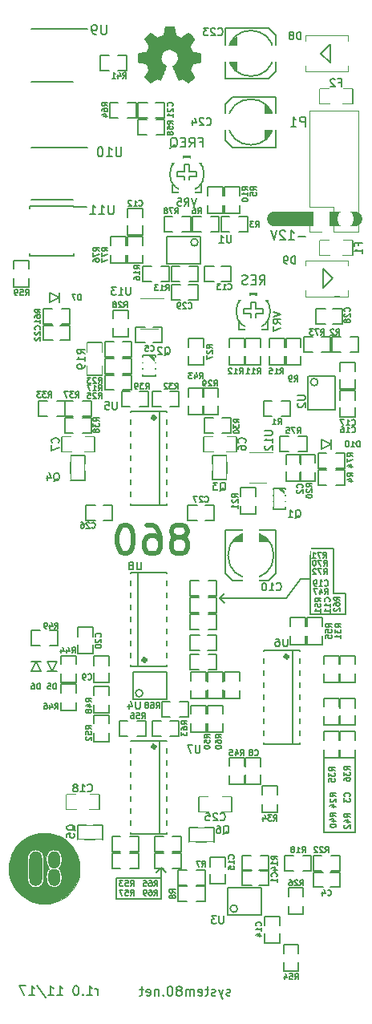
<source format=gbo>
G04 #@! TF.FileFunction,Legend,Bot*
%FSLAX46Y46*%
G04 Gerber Fmt 4.6, Leading zero omitted, Abs format (unit mm)*
G04 Created by KiCad (PCBNEW 4.0.2-stable) date 2017-11-27 2:33:33 PM*
%MOMM*%
G01*
G04 APERTURE LIST*
%ADD10C,0.200000*%
%ADD11C,0.150000*%
%ADD12C,1.500000*%
%ADD13C,0.500000*%
%ADD14C,0.010000*%
%ADD15C,0.120000*%
%ADD16C,0.381000*%
%ADD17C,0.066040*%
%ADD18C,0.203200*%
%ADD19C,0.127000*%
%ADD20C,0.101600*%
%ADD21C,0.152400*%
%ADD22R,1.300000X1.300000*%
%ADD23C,1.300000*%
%ADD24O,4.100000X2.600000*%
%ADD25O,2.600000X2.100000*%
%ADD26O,1.600000X3.600000*%
%ADD27R,1.800000X1.800000*%
%ADD28O,1.800000X1.800000*%
%ADD29O,2.900000X3.600000*%
%ADD30C,1.850000*%
%ADD31O,2.300000X1.500000*%
%ADD32O,2.350000X1.500000*%
%ADD33R,2.299640X0.699440*%
%ADD34R,0.801040X1.100760*%
%ADD35R,1.100760X0.801040*%
%ADD36R,1.243000X1.497000*%
%ADD37R,0.900000X0.600000*%
%ADD38R,0.912800X1.243000*%
%ADD39R,1.243000X0.912800*%
%ADD40R,1.400480X0.500000*%
%ADD41R,0.500000X1.400480*%
%ADD42R,1.600000X0.550000*%
%ADD43R,1.550000X0.550000*%
%ADD44R,1.160000X0.750000*%
%ADD45R,3.099740X1.700200*%
%ADD46R,1.700200X3.099740*%
%ADD47R,2.497760X2.497760*%
%ADD48R,1.497000X1.243000*%
%ADD49R,1.700000X1.600000*%
%ADD50R,0.709600X0.862000*%
%ADD51R,0.862000X0.709600*%
G04 APERTURE END LIST*
D10*
D11*
X149761905Y-61071429D02*
X149000000Y-61071429D01*
X148000000Y-61452381D02*
X148571429Y-61452381D01*
X148285715Y-61452381D02*
X148285715Y-60452381D01*
X148380953Y-60595238D01*
X148476191Y-60690476D01*
X148571429Y-60738095D01*
X147619048Y-60547619D02*
X147571429Y-60500000D01*
X147476191Y-60452381D01*
X147238095Y-60452381D01*
X147142857Y-60500000D01*
X147095238Y-60547619D01*
X147047619Y-60642857D01*
X147047619Y-60738095D01*
X147095238Y-60880952D01*
X147666667Y-61452381D01*
X147047619Y-61452381D01*
X146761905Y-60452381D02*
X146428572Y-61452381D01*
X146095238Y-60452381D01*
D12*
X155000000Y-59250000D02*
X146500000Y-59250000D01*
D11*
X127821429Y-141202381D02*
X127821429Y-140535714D01*
X127821429Y-140726190D02*
X127773810Y-140630952D01*
X127726191Y-140583333D01*
X127630953Y-140535714D01*
X127535714Y-140535714D01*
X126678571Y-141202381D02*
X127250000Y-141202381D01*
X126964286Y-141202381D02*
X126964286Y-140202381D01*
X127059524Y-140345238D01*
X127154762Y-140440476D01*
X127250000Y-140488095D01*
X126250000Y-141107143D02*
X126202381Y-141154762D01*
X126250000Y-141202381D01*
X126297619Y-141154762D01*
X126250000Y-141107143D01*
X126250000Y-141202381D01*
X125583334Y-140202381D02*
X125488095Y-140202381D01*
X125392857Y-140250000D01*
X125345238Y-140297619D01*
X125297619Y-140392857D01*
X125250000Y-140583333D01*
X125250000Y-140821429D01*
X125297619Y-141011905D01*
X125345238Y-141107143D01*
X125392857Y-141154762D01*
X125488095Y-141202381D01*
X125583334Y-141202381D01*
X125678572Y-141154762D01*
X125726191Y-141107143D01*
X125773810Y-141011905D01*
X125821429Y-140821429D01*
X125821429Y-140583333D01*
X125773810Y-140392857D01*
X125726191Y-140297619D01*
X125678572Y-140250000D01*
X125583334Y-140202381D01*
X123535714Y-141202381D02*
X124107143Y-141202381D01*
X123821429Y-141202381D02*
X123821429Y-140202381D01*
X123916667Y-140345238D01*
X124011905Y-140440476D01*
X124107143Y-140488095D01*
X122583333Y-141202381D02*
X123154762Y-141202381D01*
X122869048Y-141202381D02*
X122869048Y-140202381D01*
X122964286Y-140345238D01*
X123059524Y-140440476D01*
X123154762Y-140488095D01*
X121440476Y-140154762D02*
X122297619Y-141440476D01*
X120583333Y-141202381D02*
X121154762Y-141202381D01*
X120869048Y-141202381D02*
X120869048Y-140202381D01*
X120964286Y-140345238D01*
X121059524Y-140440476D01*
X121154762Y-140488095D01*
X120250000Y-140202381D02*
X119583333Y-140202381D01*
X120011905Y-141202381D01*
X141838096Y-141204762D02*
X141742858Y-141252381D01*
X141552382Y-141252381D01*
X141457143Y-141204762D01*
X141409524Y-141109524D01*
X141409524Y-141061905D01*
X141457143Y-140966667D01*
X141552382Y-140919048D01*
X141695239Y-140919048D01*
X141790477Y-140871429D01*
X141838096Y-140776190D01*
X141838096Y-140728571D01*
X141790477Y-140633333D01*
X141695239Y-140585714D01*
X141552382Y-140585714D01*
X141457143Y-140633333D01*
X141076191Y-140585714D02*
X140838096Y-141252381D01*
X140600000Y-140585714D02*
X140838096Y-141252381D01*
X140933334Y-141490476D01*
X140980953Y-141538095D01*
X141076191Y-141585714D01*
X140266667Y-141204762D02*
X140171429Y-141252381D01*
X139980953Y-141252381D01*
X139885714Y-141204762D01*
X139838095Y-141109524D01*
X139838095Y-141061905D01*
X139885714Y-140966667D01*
X139980953Y-140919048D01*
X140123810Y-140919048D01*
X140219048Y-140871429D01*
X140266667Y-140776190D01*
X140266667Y-140728571D01*
X140219048Y-140633333D01*
X140123810Y-140585714D01*
X139980953Y-140585714D01*
X139885714Y-140633333D01*
X139552381Y-140585714D02*
X139171429Y-140585714D01*
X139409524Y-140252381D02*
X139409524Y-141109524D01*
X139361905Y-141204762D01*
X139266667Y-141252381D01*
X139171429Y-141252381D01*
X138457142Y-141204762D02*
X138552380Y-141252381D01*
X138742857Y-141252381D01*
X138838095Y-141204762D01*
X138885714Y-141109524D01*
X138885714Y-140728571D01*
X138838095Y-140633333D01*
X138742857Y-140585714D01*
X138552380Y-140585714D01*
X138457142Y-140633333D01*
X138409523Y-140728571D01*
X138409523Y-140823810D01*
X138885714Y-140919048D01*
X137980952Y-141252381D02*
X137980952Y-140585714D01*
X137980952Y-140680952D02*
X137933333Y-140633333D01*
X137838095Y-140585714D01*
X137695237Y-140585714D01*
X137599999Y-140633333D01*
X137552380Y-140728571D01*
X137552380Y-141252381D01*
X137552380Y-140728571D02*
X137504761Y-140633333D01*
X137409523Y-140585714D01*
X137266666Y-140585714D01*
X137171428Y-140633333D01*
X137123809Y-140728571D01*
X137123809Y-141252381D01*
X136504762Y-140680952D02*
X136600000Y-140633333D01*
X136647619Y-140585714D01*
X136695238Y-140490476D01*
X136695238Y-140442857D01*
X136647619Y-140347619D01*
X136600000Y-140300000D01*
X136504762Y-140252381D01*
X136314285Y-140252381D01*
X136219047Y-140300000D01*
X136171428Y-140347619D01*
X136123809Y-140442857D01*
X136123809Y-140490476D01*
X136171428Y-140585714D01*
X136219047Y-140633333D01*
X136314285Y-140680952D01*
X136504762Y-140680952D01*
X136600000Y-140728571D01*
X136647619Y-140776190D01*
X136695238Y-140871429D01*
X136695238Y-141061905D01*
X136647619Y-141157143D01*
X136600000Y-141204762D01*
X136504762Y-141252381D01*
X136314285Y-141252381D01*
X136219047Y-141204762D01*
X136171428Y-141157143D01*
X136123809Y-141061905D01*
X136123809Y-140871429D01*
X136171428Y-140776190D01*
X136219047Y-140728571D01*
X136314285Y-140680952D01*
X135504762Y-140252381D02*
X135409523Y-140252381D01*
X135314285Y-140300000D01*
X135266666Y-140347619D01*
X135219047Y-140442857D01*
X135171428Y-140633333D01*
X135171428Y-140871429D01*
X135219047Y-141061905D01*
X135266666Y-141157143D01*
X135314285Y-141204762D01*
X135409523Y-141252381D01*
X135504762Y-141252381D01*
X135600000Y-141204762D01*
X135647619Y-141157143D01*
X135695238Y-141061905D01*
X135742857Y-140871429D01*
X135742857Y-140633333D01*
X135695238Y-140442857D01*
X135647619Y-140347619D01*
X135600000Y-140300000D01*
X135504762Y-140252381D01*
X134742857Y-141157143D02*
X134695238Y-141204762D01*
X134742857Y-141252381D01*
X134790476Y-141204762D01*
X134742857Y-141157143D01*
X134742857Y-141252381D01*
X134266667Y-140585714D02*
X134266667Y-141252381D01*
X134266667Y-140680952D02*
X134219048Y-140633333D01*
X134123810Y-140585714D01*
X133980952Y-140585714D01*
X133885714Y-140633333D01*
X133838095Y-140728571D01*
X133838095Y-141252381D01*
X132980952Y-141204762D02*
X133076190Y-141252381D01*
X133266667Y-141252381D01*
X133361905Y-141204762D01*
X133409524Y-141109524D01*
X133409524Y-140728571D01*
X133361905Y-140633333D01*
X133266667Y-140585714D01*
X133076190Y-140585714D01*
X132980952Y-140633333D01*
X132933333Y-140728571D01*
X132933333Y-140823810D01*
X133409524Y-140919048D01*
X132647619Y-140585714D02*
X132266667Y-140585714D01*
X132504762Y-140252381D02*
X132504762Y-141109524D01*
X132457143Y-141204762D01*
X132361905Y-141252381D01*
X132266667Y-141252381D01*
D10*
X134500000Y-128800000D02*
X134500000Y-127800000D01*
X134500000Y-127750000D02*
X134000000Y-128250000D01*
X134500000Y-127750000D02*
X135000000Y-128250000D01*
D13*
X136742857Y-92842857D02*
X137028571Y-92700000D01*
X137171428Y-92557143D01*
X137314285Y-92271429D01*
X137314285Y-92128571D01*
X137171428Y-91842857D01*
X137028571Y-91700000D01*
X136742857Y-91557143D01*
X136171428Y-91557143D01*
X135885714Y-91700000D01*
X135742857Y-91842857D01*
X135600000Y-92128571D01*
X135600000Y-92271429D01*
X135742857Y-92557143D01*
X135885714Y-92700000D01*
X136171428Y-92842857D01*
X136742857Y-92842857D01*
X137028571Y-92985714D01*
X137171428Y-93128571D01*
X137314285Y-93414286D01*
X137314285Y-93985714D01*
X137171428Y-94271429D01*
X137028571Y-94414286D01*
X136742857Y-94557143D01*
X136171428Y-94557143D01*
X135885714Y-94414286D01*
X135742857Y-94271429D01*
X135600000Y-93985714D01*
X135600000Y-93414286D01*
X135742857Y-93128571D01*
X135885714Y-92985714D01*
X136171428Y-92842857D01*
X133028571Y-91557143D02*
X133600000Y-91557143D01*
X133885714Y-91700000D01*
X134028571Y-91842857D01*
X134314285Y-92271429D01*
X134457142Y-92842857D01*
X134457142Y-93985714D01*
X134314285Y-94271429D01*
X134171428Y-94414286D01*
X133885714Y-94557143D01*
X133314285Y-94557143D01*
X133028571Y-94414286D01*
X132885714Y-94271429D01*
X132742857Y-93985714D01*
X132742857Y-93271429D01*
X132885714Y-92985714D01*
X133028571Y-92842857D01*
X133314285Y-92700000D01*
X133885714Y-92700000D01*
X134171428Y-92842857D01*
X134314285Y-92985714D01*
X134457142Y-93271429D01*
X130885714Y-91557143D02*
X130599999Y-91557143D01*
X130314285Y-91700000D01*
X130171428Y-91842857D01*
X130028571Y-92128571D01*
X129885714Y-92700000D01*
X129885714Y-93414286D01*
X130028571Y-93985714D01*
X130171428Y-94271429D01*
X130314285Y-94414286D01*
X130599999Y-94557143D01*
X130885714Y-94557143D01*
X131171428Y-94414286D01*
X131314285Y-94271429D01*
X131457142Y-93985714D01*
X131599999Y-93414286D01*
X131599999Y-92700000D01*
X131457142Y-92128571D01*
X131314285Y-91842857D01*
X131171428Y-91700000D01*
X130885714Y-91557143D01*
D11*
X144919047Y-66152381D02*
X145252381Y-65676190D01*
X145490476Y-66152381D02*
X145490476Y-65152381D01*
X145109523Y-65152381D01*
X145014285Y-65200000D01*
X144966666Y-65247619D01*
X144919047Y-65342857D01*
X144919047Y-65485714D01*
X144966666Y-65580952D01*
X145014285Y-65628571D01*
X145109523Y-65676190D01*
X145490476Y-65676190D01*
X144490476Y-65628571D02*
X144157142Y-65628571D01*
X144014285Y-66152381D02*
X144490476Y-66152381D01*
X144490476Y-65152381D01*
X144014285Y-65152381D01*
X143633333Y-66104762D02*
X143490476Y-66152381D01*
X143252380Y-66152381D01*
X143157142Y-66104762D01*
X143109523Y-66057143D01*
X143061904Y-65961905D01*
X143061904Y-65866667D01*
X143109523Y-65771429D01*
X143157142Y-65723810D01*
X143252380Y-65676190D01*
X143442857Y-65628571D01*
X143538095Y-65580952D01*
X143585714Y-65533333D01*
X143633333Y-65438095D01*
X143633333Y-65342857D01*
X143585714Y-65247619D01*
X143538095Y-65200000D01*
X143442857Y-65152381D01*
X143204761Y-65152381D01*
X143061904Y-65200000D01*
X138583333Y-51128571D02*
X138916667Y-51128571D01*
X138916667Y-51652381D02*
X138916667Y-50652381D01*
X138440476Y-50652381D01*
X137488095Y-51652381D02*
X137821429Y-51176190D01*
X138059524Y-51652381D02*
X138059524Y-50652381D01*
X137678571Y-50652381D01*
X137583333Y-50700000D01*
X137535714Y-50747619D01*
X137488095Y-50842857D01*
X137488095Y-50985714D01*
X137535714Y-51080952D01*
X137583333Y-51128571D01*
X137678571Y-51176190D01*
X138059524Y-51176190D01*
X137059524Y-51128571D02*
X136726190Y-51128571D01*
X136583333Y-51652381D02*
X137059524Y-51652381D01*
X137059524Y-50652381D01*
X136583333Y-50652381D01*
X135488095Y-51747619D02*
X135583333Y-51700000D01*
X135678571Y-51604762D01*
X135821428Y-51461905D01*
X135916667Y-51414286D01*
X136011905Y-51414286D01*
X135964286Y-51652381D02*
X136059524Y-51604762D01*
X136154762Y-51509524D01*
X136202381Y-51319048D01*
X136202381Y-50985714D01*
X136154762Y-50795238D01*
X136059524Y-50700000D01*
X135964286Y-50652381D01*
X135773809Y-50652381D01*
X135678571Y-50700000D01*
X135583333Y-50795238D01*
X135535714Y-50985714D01*
X135535714Y-51319048D01*
X135583333Y-51509524D01*
X135678571Y-51604762D01*
X135773809Y-51652381D01*
X135964286Y-51652381D01*
D10*
X134500000Y-128800000D02*
X129800000Y-128800000D01*
X134500000Y-131000000D02*
X134500000Y-128800000D01*
X129800000Y-131000000D02*
X134500000Y-131000000D01*
X129800000Y-128800000D02*
X129800000Y-131000000D01*
X155000000Y-124000000D02*
X155000000Y-116000000D01*
X151750000Y-124000000D02*
X155000000Y-124000000D01*
X151750000Y-116250000D02*
X151750000Y-124000000D01*
X140750000Y-99250000D02*
X141250000Y-99750000D01*
X140750000Y-99250000D02*
X141250000Y-98750000D01*
X147750000Y-99250000D02*
X140750000Y-99250000D01*
X149250000Y-97250000D02*
X147750000Y-99250000D01*
X150250000Y-97250000D02*
X149250000Y-97250000D01*
X150250000Y-94000000D02*
X150250000Y-94250000D01*
X152750000Y-94000000D02*
X150250000Y-94000000D01*
X152750000Y-98750000D02*
X152750000Y-94000000D01*
X154000000Y-98750000D02*
X152750000Y-98750000D01*
X154000000Y-101000000D02*
X154000000Y-98750000D01*
X150250000Y-101000000D02*
X154000000Y-101000000D01*
X150250000Y-94250000D02*
X150250000Y-101000000D01*
D14*
G36*
X122091597Y-124060750D02*
X121962965Y-124062861D01*
X121843926Y-124066645D01*
X121739921Y-124072101D01*
X121656391Y-124079229D01*
X121625552Y-124083186D01*
X121311624Y-124144396D01*
X121004236Y-124232781D01*
X120705357Y-124347345D01*
X120416951Y-124487093D01*
X120140988Y-124651030D01*
X119879432Y-124838159D01*
X119634252Y-125047485D01*
X119539205Y-125139206D01*
X119318043Y-125380270D01*
X119120180Y-125637520D01*
X118946105Y-125909995D01*
X118796301Y-126196736D01*
X118671255Y-126496782D01*
X118571453Y-126809175D01*
X118497380Y-127132952D01*
X118480256Y-127232109D01*
X118469813Y-127318266D01*
X118461825Y-127426873D01*
X118456293Y-127551950D01*
X118453216Y-127687512D01*
X118452595Y-127827578D01*
X118454430Y-127966166D01*
X118458721Y-128097292D01*
X118465467Y-128214975D01*
X118474668Y-128313232D01*
X118480256Y-128353621D01*
X118546549Y-128681474D01*
X118638521Y-128997512D01*
X118755945Y-129301140D01*
X118898595Y-129591766D01*
X119052277Y-129847697D01*
X119244086Y-130114170D01*
X119455725Y-130360558D01*
X119686039Y-130586115D01*
X119933873Y-130790096D01*
X120198071Y-130971757D01*
X120477479Y-131130354D01*
X120770940Y-131265142D01*
X121077300Y-131375376D01*
X121395403Y-131460312D01*
X121622078Y-131503931D01*
X121670635Y-131509741D01*
X121740756Y-131515309D01*
X121827552Y-131520497D01*
X121926137Y-131525161D01*
X122031622Y-131529164D01*
X122139119Y-131532362D01*
X122243742Y-131534616D01*
X122340601Y-131535785D01*
X122424809Y-131535728D01*
X122491479Y-131534304D01*
X122535722Y-131531374D01*
X122542472Y-131530429D01*
X122572540Y-131526043D01*
X122622090Y-131519474D01*
X122682261Y-131511885D01*
X122706573Y-131508914D01*
X122980154Y-131463002D01*
X123257773Y-131391841D01*
X123534498Y-131297271D01*
X123805394Y-131181135D01*
X124065529Y-131045275D01*
X124247696Y-130933454D01*
X124514449Y-130741477D01*
X124761002Y-130529767D01*
X124986629Y-130299452D01*
X125190607Y-130051662D01*
X125372208Y-129787524D01*
X125530707Y-129508169D01*
X125665380Y-129214725D01*
X125775501Y-128908321D01*
X125860343Y-128590086D01*
X125905474Y-128353621D01*
X125915917Y-128267465D01*
X125923905Y-128158857D01*
X125929437Y-128033781D01*
X125932514Y-127898219D01*
X125933135Y-127758153D01*
X125931300Y-127619565D01*
X125927009Y-127488438D01*
X125920263Y-127370755D01*
X125911062Y-127272498D01*
X125905474Y-127232109D01*
X125839181Y-126904256D01*
X125829932Y-126872472D01*
X124012106Y-126872472D01*
X124003788Y-127074341D01*
X123978593Y-127253875D01*
X123936255Y-127411946D01*
X123876508Y-127549427D01*
X123799085Y-127667188D01*
X123753788Y-127718817D01*
X123719401Y-127755032D01*
X123694489Y-127782296D01*
X123684098Y-127795076D01*
X123684045Y-127795293D01*
X123693617Y-127806361D01*
X123718405Y-127830780D01*
X123744691Y-127855500D01*
X123825577Y-127948871D01*
X123892649Y-128065775D01*
X123945369Y-128204483D01*
X123983196Y-128363262D01*
X124005591Y-128540383D01*
X124012106Y-128713259D01*
X124003505Y-128920413D01*
X123977730Y-129104831D01*
X123934726Y-129266612D01*
X123874436Y-129405857D01*
X123796803Y-129522665D01*
X123701772Y-129617137D01*
X123589287Y-129689371D01*
X123459290Y-129739469D01*
X123430307Y-129747054D01*
X123364084Y-129758069D01*
X123279652Y-129764947D01*
X123187060Y-129767542D01*
X123096356Y-129765708D01*
X123017590Y-129759300D01*
X122981966Y-129753560D01*
X122854220Y-129713156D01*
X122735647Y-129648463D01*
X122630922Y-129563043D01*
X122544723Y-129460463D01*
X122501384Y-129387342D01*
X122448367Y-129257437D01*
X122408811Y-129106823D01*
X122383323Y-128940268D01*
X122372507Y-128762544D01*
X122376968Y-128578419D01*
X122385965Y-128477809D01*
X122416277Y-128298764D01*
X122464304Y-128140789D01*
X122521917Y-128020886D01*
X122093010Y-128020886D01*
X122093009Y-128215248D01*
X122092823Y-128385102D01*
X122092301Y-128532465D01*
X122091292Y-128659351D01*
X122089646Y-128767777D01*
X122087213Y-128859759D01*
X122083840Y-128937311D01*
X122079379Y-129002450D01*
X122073677Y-129057191D01*
X122066585Y-129103551D01*
X122057951Y-129143544D01*
X122047625Y-129179187D01*
X122035456Y-129212496D01*
X122021294Y-129245485D01*
X122004988Y-129280172D01*
X121986386Y-129318571D01*
X121978164Y-129335640D01*
X121902160Y-129464357D01*
X121808304Y-129571696D01*
X121697971Y-129656540D01*
X121572538Y-129717772D01*
X121472247Y-129746914D01*
X121373160Y-129761436D01*
X121259405Y-129767160D01*
X121143467Y-129764069D01*
X121037833Y-129752150D01*
X121012983Y-129747476D01*
X120902038Y-129717193D01*
X120807287Y-129673849D01*
X120719557Y-129612426D01*
X120650492Y-129549127D01*
X120564494Y-129449578D01*
X120495666Y-129338061D01*
X120440779Y-129208736D01*
X120413133Y-129119944D01*
X120407346Y-129098600D01*
X120402300Y-129077729D01*
X120397934Y-129055286D01*
X120394188Y-129029227D01*
X120391000Y-128997505D01*
X120388312Y-128958076D01*
X120386061Y-128908896D01*
X120384188Y-128847918D01*
X120382632Y-128773097D01*
X120381333Y-128682389D01*
X120380229Y-128573749D01*
X120379260Y-128445131D01*
X120378367Y-128294491D01*
X120377487Y-128119782D01*
X120376561Y-127918961D01*
X120376379Y-127878483D01*
X120375483Y-127646500D01*
X120375020Y-127441714D01*
X120375003Y-127262788D01*
X120375444Y-127108383D01*
X120376356Y-126977160D01*
X120377752Y-126867782D01*
X120379644Y-126778909D01*
X120382046Y-126709204D01*
X120384969Y-126657328D01*
X120388319Y-126622753D01*
X120420917Y-126450555D01*
X120470428Y-126300433D01*
X120537445Y-126171053D01*
X120622560Y-126061079D01*
X120649855Y-126033449D01*
X120753954Y-125948189D01*
X120866903Y-125885317D01*
X120992431Y-125843474D01*
X121134266Y-125821305D01*
X121245217Y-125816765D01*
X121408737Y-125828033D01*
X121555515Y-125862407D01*
X121685451Y-125919807D01*
X121798446Y-126000153D01*
X121894399Y-126103365D01*
X121973210Y-126229364D01*
X122034779Y-126378071D01*
X122060316Y-126465787D01*
X122092977Y-126594214D01*
X122092977Y-127800000D01*
X122093010Y-128020886D01*
X122521917Y-128020886D01*
X122529807Y-128004467D01*
X122612547Y-127890384D01*
X122635862Y-127865442D01*
X122710939Y-127789156D01*
X122634150Y-127713321D01*
X122550620Y-127611456D01*
X122482482Y-127486710D01*
X122430179Y-127340511D01*
X122394153Y-127174288D01*
X122374848Y-126989471D01*
X122371470Y-126865337D01*
X122380144Y-126668250D01*
X122405913Y-126489527D01*
X122448398Y-126330446D01*
X122507218Y-126192285D01*
X122581994Y-126076320D01*
X122618553Y-126034027D01*
X122707713Y-125953180D01*
X122804446Y-125893243D01*
X122913613Y-125852181D01*
X123040071Y-125827957D01*
X123127710Y-125820581D01*
X123294828Y-125822355D01*
X123444171Y-125846035D01*
X123575845Y-125891748D01*
X123689959Y-125959622D01*
X123786620Y-126049785D01*
X123865936Y-126162366D01*
X123928015Y-126297493D01*
X123972964Y-126455294D01*
X124000892Y-126635897D01*
X124011905Y-126839431D01*
X124012106Y-126872472D01*
X125829932Y-126872472D01*
X125747209Y-126588219D01*
X125629785Y-126284591D01*
X125487135Y-125993964D01*
X125333453Y-125738034D01*
X125143903Y-125474903D01*
X124933989Y-125230611D01*
X124705290Y-125006171D01*
X124459383Y-124802598D01*
X124197844Y-124620907D01*
X123922250Y-124462111D01*
X123634179Y-124327225D01*
X123335207Y-124217262D01*
X123026912Y-124133237D01*
X122760178Y-124083186D01*
X122688237Y-124075267D01*
X122593247Y-124069020D01*
X122480647Y-124064444D01*
X122355878Y-124061541D01*
X122224382Y-124060310D01*
X122091597Y-124060750D01*
X122091597Y-124060750D01*
G37*
X122091597Y-124060750D02*
X121962965Y-124062861D01*
X121843926Y-124066645D01*
X121739921Y-124072101D01*
X121656391Y-124079229D01*
X121625552Y-124083186D01*
X121311624Y-124144396D01*
X121004236Y-124232781D01*
X120705357Y-124347345D01*
X120416951Y-124487093D01*
X120140988Y-124651030D01*
X119879432Y-124838159D01*
X119634252Y-125047485D01*
X119539205Y-125139206D01*
X119318043Y-125380270D01*
X119120180Y-125637520D01*
X118946105Y-125909995D01*
X118796301Y-126196736D01*
X118671255Y-126496782D01*
X118571453Y-126809175D01*
X118497380Y-127132952D01*
X118480256Y-127232109D01*
X118469813Y-127318266D01*
X118461825Y-127426873D01*
X118456293Y-127551950D01*
X118453216Y-127687512D01*
X118452595Y-127827578D01*
X118454430Y-127966166D01*
X118458721Y-128097292D01*
X118465467Y-128214975D01*
X118474668Y-128313232D01*
X118480256Y-128353621D01*
X118546549Y-128681474D01*
X118638521Y-128997512D01*
X118755945Y-129301140D01*
X118898595Y-129591766D01*
X119052277Y-129847697D01*
X119244086Y-130114170D01*
X119455725Y-130360558D01*
X119686039Y-130586115D01*
X119933873Y-130790096D01*
X120198071Y-130971757D01*
X120477479Y-131130354D01*
X120770940Y-131265142D01*
X121077300Y-131375376D01*
X121395403Y-131460312D01*
X121622078Y-131503931D01*
X121670635Y-131509741D01*
X121740756Y-131515309D01*
X121827552Y-131520497D01*
X121926137Y-131525161D01*
X122031622Y-131529164D01*
X122139119Y-131532362D01*
X122243742Y-131534616D01*
X122340601Y-131535785D01*
X122424809Y-131535728D01*
X122491479Y-131534304D01*
X122535722Y-131531374D01*
X122542472Y-131530429D01*
X122572540Y-131526043D01*
X122622090Y-131519474D01*
X122682261Y-131511885D01*
X122706573Y-131508914D01*
X122980154Y-131463002D01*
X123257773Y-131391841D01*
X123534498Y-131297271D01*
X123805394Y-131181135D01*
X124065529Y-131045275D01*
X124247696Y-130933454D01*
X124514449Y-130741477D01*
X124761002Y-130529767D01*
X124986629Y-130299452D01*
X125190607Y-130051662D01*
X125372208Y-129787524D01*
X125530707Y-129508169D01*
X125665380Y-129214725D01*
X125775501Y-128908321D01*
X125860343Y-128590086D01*
X125905474Y-128353621D01*
X125915917Y-128267465D01*
X125923905Y-128158857D01*
X125929437Y-128033781D01*
X125932514Y-127898219D01*
X125933135Y-127758153D01*
X125931300Y-127619565D01*
X125927009Y-127488438D01*
X125920263Y-127370755D01*
X125911062Y-127272498D01*
X125905474Y-127232109D01*
X125839181Y-126904256D01*
X125829932Y-126872472D01*
X124012106Y-126872472D01*
X124003788Y-127074341D01*
X123978593Y-127253875D01*
X123936255Y-127411946D01*
X123876508Y-127549427D01*
X123799085Y-127667188D01*
X123753788Y-127718817D01*
X123719401Y-127755032D01*
X123694489Y-127782296D01*
X123684098Y-127795076D01*
X123684045Y-127795293D01*
X123693617Y-127806361D01*
X123718405Y-127830780D01*
X123744691Y-127855500D01*
X123825577Y-127948871D01*
X123892649Y-128065775D01*
X123945369Y-128204483D01*
X123983196Y-128363262D01*
X124005591Y-128540383D01*
X124012106Y-128713259D01*
X124003505Y-128920413D01*
X123977730Y-129104831D01*
X123934726Y-129266612D01*
X123874436Y-129405857D01*
X123796803Y-129522665D01*
X123701772Y-129617137D01*
X123589287Y-129689371D01*
X123459290Y-129739469D01*
X123430307Y-129747054D01*
X123364084Y-129758069D01*
X123279652Y-129764947D01*
X123187060Y-129767542D01*
X123096356Y-129765708D01*
X123017590Y-129759300D01*
X122981966Y-129753560D01*
X122854220Y-129713156D01*
X122735647Y-129648463D01*
X122630922Y-129563043D01*
X122544723Y-129460463D01*
X122501384Y-129387342D01*
X122448367Y-129257437D01*
X122408811Y-129106823D01*
X122383323Y-128940268D01*
X122372507Y-128762544D01*
X122376968Y-128578419D01*
X122385965Y-128477809D01*
X122416277Y-128298764D01*
X122464304Y-128140789D01*
X122521917Y-128020886D01*
X122093010Y-128020886D01*
X122093009Y-128215248D01*
X122092823Y-128385102D01*
X122092301Y-128532465D01*
X122091292Y-128659351D01*
X122089646Y-128767777D01*
X122087213Y-128859759D01*
X122083840Y-128937311D01*
X122079379Y-129002450D01*
X122073677Y-129057191D01*
X122066585Y-129103551D01*
X122057951Y-129143544D01*
X122047625Y-129179187D01*
X122035456Y-129212496D01*
X122021294Y-129245485D01*
X122004988Y-129280172D01*
X121986386Y-129318571D01*
X121978164Y-129335640D01*
X121902160Y-129464357D01*
X121808304Y-129571696D01*
X121697971Y-129656540D01*
X121572538Y-129717772D01*
X121472247Y-129746914D01*
X121373160Y-129761436D01*
X121259405Y-129767160D01*
X121143467Y-129764069D01*
X121037833Y-129752150D01*
X121012983Y-129747476D01*
X120902038Y-129717193D01*
X120807287Y-129673849D01*
X120719557Y-129612426D01*
X120650492Y-129549127D01*
X120564494Y-129449578D01*
X120495666Y-129338061D01*
X120440779Y-129208736D01*
X120413133Y-129119944D01*
X120407346Y-129098600D01*
X120402300Y-129077729D01*
X120397934Y-129055286D01*
X120394188Y-129029227D01*
X120391000Y-128997505D01*
X120388312Y-128958076D01*
X120386061Y-128908896D01*
X120384188Y-128847918D01*
X120382632Y-128773097D01*
X120381333Y-128682389D01*
X120380229Y-128573749D01*
X120379260Y-128445131D01*
X120378367Y-128294491D01*
X120377487Y-128119782D01*
X120376561Y-127918961D01*
X120376379Y-127878483D01*
X120375483Y-127646500D01*
X120375020Y-127441714D01*
X120375003Y-127262788D01*
X120375444Y-127108383D01*
X120376356Y-126977160D01*
X120377752Y-126867782D01*
X120379644Y-126778909D01*
X120382046Y-126709204D01*
X120384969Y-126657328D01*
X120388319Y-126622753D01*
X120420917Y-126450555D01*
X120470428Y-126300433D01*
X120537445Y-126171053D01*
X120622560Y-126061079D01*
X120649855Y-126033449D01*
X120753954Y-125948189D01*
X120866903Y-125885317D01*
X120992431Y-125843474D01*
X121134266Y-125821305D01*
X121245217Y-125816765D01*
X121408737Y-125828033D01*
X121555515Y-125862407D01*
X121685451Y-125919807D01*
X121798446Y-126000153D01*
X121894399Y-126103365D01*
X121973210Y-126229364D01*
X122034779Y-126378071D01*
X122060316Y-126465787D01*
X122092977Y-126594214D01*
X122092977Y-127800000D01*
X122093010Y-128020886D01*
X122521917Y-128020886D01*
X122529807Y-128004467D01*
X122612547Y-127890384D01*
X122635862Y-127865442D01*
X122710939Y-127789156D01*
X122634150Y-127713321D01*
X122550620Y-127611456D01*
X122482482Y-127486710D01*
X122430179Y-127340511D01*
X122394153Y-127174288D01*
X122374848Y-126989471D01*
X122371470Y-126865337D01*
X122380144Y-126668250D01*
X122405913Y-126489527D01*
X122448398Y-126330446D01*
X122507218Y-126192285D01*
X122581994Y-126076320D01*
X122618553Y-126034027D01*
X122707713Y-125953180D01*
X122804446Y-125893243D01*
X122913613Y-125852181D01*
X123040071Y-125827957D01*
X123127710Y-125820581D01*
X123294828Y-125822355D01*
X123444171Y-125846035D01*
X123575845Y-125891748D01*
X123689959Y-125959622D01*
X123786620Y-126049785D01*
X123865936Y-126162366D01*
X123928015Y-126297493D01*
X123972964Y-126455294D01*
X124000892Y-126635897D01*
X124011905Y-126839431D01*
X124012106Y-126872472D01*
X125829932Y-126872472D01*
X125747209Y-126588219D01*
X125629785Y-126284591D01*
X125487135Y-125993964D01*
X125333453Y-125738034D01*
X125143903Y-125474903D01*
X124933989Y-125230611D01*
X124705290Y-125006171D01*
X124459383Y-124802598D01*
X124197844Y-124620907D01*
X123922250Y-124462111D01*
X123634179Y-124327225D01*
X123335207Y-124217262D01*
X123026912Y-124133237D01*
X122760178Y-124083186D01*
X122688237Y-124075267D01*
X122593247Y-124069020D01*
X122480647Y-124064444D01*
X122355878Y-124061541D01*
X122224382Y-124060310D01*
X122091597Y-124060750D01*
G36*
X123085233Y-127882192D02*
X122997929Y-127895058D01*
X122940890Y-127911570D01*
X122850527Y-127957807D01*
X122775475Y-128020327D01*
X122714708Y-128101058D01*
X122667199Y-128201928D01*
X122631918Y-128324865D01*
X122607840Y-128471796D01*
X122599968Y-128551310D01*
X122593093Y-128711497D01*
X122598120Y-128868544D01*
X122614380Y-129016697D01*
X122641205Y-129150201D01*
X122677928Y-129263304D01*
X122684412Y-129278524D01*
X122730703Y-129355206D01*
X122796577Y-129427435D01*
X122873396Y-129486499D01*
X122911444Y-129507530D01*
X122949705Y-129524486D01*
X122985490Y-129535916D01*
X123026344Y-129543094D01*
X123079809Y-129547291D01*
X123153430Y-129549782D01*
X123163202Y-129550009D01*
X123234576Y-129550619D01*
X123299286Y-129549355D01*
X123349831Y-129546476D01*
X123377247Y-129542654D01*
X123486379Y-129501468D01*
X123580352Y-129440506D01*
X123655118Y-129362894D01*
X123695659Y-129296666D01*
X123727212Y-129224367D01*
X123751178Y-129151129D01*
X123768439Y-129071565D01*
X123779877Y-128980290D01*
X123786373Y-128871917D01*
X123788811Y-128741062D01*
X123788863Y-128727528D01*
X123788747Y-128625512D01*
X123787454Y-128546119D01*
X123784536Y-128483443D01*
X123779542Y-128431578D01*
X123772023Y-128384616D01*
X123761530Y-128336652D01*
X123758033Y-128322379D01*
X123717646Y-128194704D01*
X123665307Y-128091301D01*
X123599161Y-128009752D01*
X123517354Y-127947635D01*
X123443559Y-127911931D01*
X123371396Y-127892329D01*
X123281359Y-127880834D01*
X123182841Y-127877452D01*
X123085233Y-127882192D01*
X123085233Y-127882192D01*
G37*
X123085233Y-127882192D02*
X122997929Y-127895058D01*
X122940890Y-127911570D01*
X122850527Y-127957807D01*
X122775475Y-128020327D01*
X122714708Y-128101058D01*
X122667199Y-128201928D01*
X122631918Y-128324865D01*
X122607840Y-128471796D01*
X122599968Y-128551310D01*
X122593093Y-128711497D01*
X122598120Y-128868544D01*
X122614380Y-129016697D01*
X122641205Y-129150201D01*
X122677928Y-129263304D01*
X122684412Y-129278524D01*
X122730703Y-129355206D01*
X122796577Y-129427435D01*
X122873396Y-129486499D01*
X122911444Y-129507530D01*
X122949705Y-129524486D01*
X122985490Y-129535916D01*
X123026344Y-129543094D01*
X123079809Y-129547291D01*
X123153430Y-129549782D01*
X123163202Y-129550009D01*
X123234576Y-129550619D01*
X123299286Y-129549355D01*
X123349831Y-129546476D01*
X123377247Y-129542654D01*
X123486379Y-129501468D01*
X123580352Y-129440506D01*
X123655118Y-129362894D01*
X123695659Y-129296666D01*
X123727212Y-129224367D01*
X123751178Y-129151129D01*
X123768439Y-129071565D01*
X123779877Y-128980290D01*
X123786373Y-128871917D01*
X123788811Y-128741062D01*
X123788863Y-128727528D01*
X123788747Y-128625512D01*
X123787454Y-128546119D01*
X123784536Y-128483443D01*
X123779542Y-128431578D01*
X123772023Y-128384616D01*
X123761530Y-128336652D01*
X123758033Y-128322379D01*
X123717646Y-128194704D01*
X123665307Y-128091301D01*
X123599161Y-128009752D01*
X123517354Y-127947635D01*
X123443559Y-127911931D01*
X123371396Y-127892329D01*
X123281359Y-127880834D01*
X123182841Y-127877452D01*
X123085233Y-127882192D01*
G36*
X123105536Y-126038223D02*
X123048416Y-126039913D01*
X123006659Y-126043900D01*
X122973681Y-126051137D01*
X122942893Y-126062575D01*
X122911444Y-126077329D01*
X122825871Y-126129888D01*
X122755518Y-126197359D01*
X122699231Y-126282059D01*
X122655851Y-126386302D01*
X122624222Y-126512403D01*
X122603187Y-126662679D01*
X122599699Y-126701236D01*
X122592871Y-126853524D01*
X122596939Y-127003553D01*
X122611221Y-127145901D01*
X122635034Y-127275143D01*
X122667696Y-127385859D01*
X122693353Y-127445330D01*
X122755538Y-127537837D01*
X122837634Y-127611051D01*
X122937877Y-127664245D01*
X123054503Y-127696694D01*
X123185749Y-127707671D01*
X123309986Y-127699252D01*
X123430319Y-127671308D01*
X123533916Y-127621965D01*
X123618984Y-127552434D01*
X123683729Y-127463923D01*
X123696873Y-127438248D01*
X123728984Y-127363003D01*
X123753282Y-127287347D01*
X123770622Y-127205853D01*
X123781859Y-127113090D01*
X123787848Y-127003629D01*
X123789446Y-126872041D01*
X123789365Y-126851068D01*
X123786756Y-126717227D01*
X123779928Y-126606264D01*
X123767966Y-126512712D01*
X123749955Y-126431101D01*
X123724982Y-126355962D01*
X123695236Y-126288191D01*
X123643203Y-126208894D01*
X123571183Y-126138162D01*
X123487719Y-126083853D01*
X123458883Y-126070779D01*
X123421202Y-126056999D01*
X123384390Y-126047646D01*
X123341585Y-126041898D01*
X123285926Y-126038931D01*
X123210553Y-126037923D01*
X123184607Y-126037880D01*
X123105536Y-126038223D01*
X123105536Y-126038223D01*
G37*
X123105536Y-126038223D02*
X123048416Y-126039913D01*
X123006659Y-126043900D01*
X122973681Y-126051137D01*
X122942893Y-126062575D01*
X122911444Y-126077329D01*
X122825871Y-126129888D01*
X122755518Y-126197359D01*
X122699231Y-126282059D01*
X122655851Y-126386302D01*
X122624222Y-126512403D01*
X122603187Y-126662679D01*
X122599699Y-126701236D01*
X122592871Y-126853524D01*
X122596939Y-127003553D01*
X122611221Y-127145901D01*
X122635034Y-127275143D01*
X122667696Y-127385859D01*
X122693353Y-127445330D01*
X122755538Y-127537837D01*
X122837634Y-127611051D01*
X122937877Y-127664245D01*
X123054503Y-127696694D01*
X123185749Y-127707671D01*
X123309986Y-127699252D01*
X123430319Y-127671308D01*
X123533916Y-127621965D01*
X123618984Y-127552434D01*
X123683729Y-127463923D01*
X123696873Y-127438248D01*
X123728984Y-127363003D01*
X123753282Y-127287347D01*
X123770622Y-127205853D01*
X123781859Y-127113090D01*
X123787848Y-127003629D01*
X123789446Y-126872041D01*
X123789365Y-126851068D01*
X123786756Y-126717227D01*
X123779928Y-126606264D01*
X123767966Y-126512712D01*
X123749955Y-126431101D01*
X123724982Y-126355962D01*
X123695236Y-126288191D01*
X123643203Y-126208894D01*
X123571183Y-126138162D01*
X123487719Y-126083853D01*
X123458883Y-126070779D01*
X123421202Y-126056999D01*
X123384390Y-126047646D01*
X123341585Y-126041898D01*
X123285926Y-126038931D01*
X123210553Y-126037923D01*
X123184607Y-126037880D01*
X123105536Y-126038223D01*
G36*
X121140491Y-126036300D02*
X121013217Y-126058488D01*
X120904630Y-126100923D01*
X120813375Y-126164287D01*
X120738099Y-126249258D01*
X120687443Y-126335338D01*
X120671431Y-126368116D01*
X120657375Y-126398429D01*
X120645149Y-126428280D01*
X120634625Y-126459673D01*
X120625676Y-126494613D01*
X120618173Y-126535103D01*
X120611990Y-126583148D01*
X120606998Y-126640751D01*
X120603071Y-126709917D01*
X120600080Y-126792648D01*
X120597899Y-126890950D01*
X120596399Y-127006827D01*
X120595453Y-127142281D01*
X120594933Y-127299318D01*
X120594713Y-127479941D01*
X120594663Y-127686154D01*
X120594663Y-127792865D01*
X120594675Y-128011839D01*
X120594799Y-128204277D01*
X120595161Y-128372185D01*
X120595890Y-128517567D01*
X120597113Y-128642428D01*
X120598958Y-128748771D01*
X120601552Y-128838601D01*
X120605025Y-128913923D01*
X120609504Y-128976741D01*
X120615116Y-129029059D01*
X120621989Y-129072883D01*
X120630252Y-129110215D01*
X120640031Y-129143061D01*
X120651456Y-129173426D01*
X120664653Y-129203313D01*
X120679751Y-129234726D01*
X120687654Y-129250821D01*
X120744412Y-129339661D01*
X120820223Y-129419608D01*
X120907277Y-129483367D01*
X120969289Y-129513901D01*
X121040542Y-129533723D01*
X121129967Y-129546787D01*
X121228187Y-129552816D01*
X121325824Y-129551532D01*
X121413502Y-129542658D01*
X121473546Y-129528823D01*
X121581695Y-129480596D01*
X121672915Y-129411973D01*
X121748360Y-129321600D01*
X121809185Y-129208120D01*
X121852909Y-129083251D01*
X121857550Y-129065459D01*
X121861607Y-129045663D01*
X121865118Y-129021928D01*
X121868123Y-128992318D01*
X121870661Y-128954897D01*
X121872771Y-128907730D01*
X121874491Y-128848880D01*
X121875861Y-128776413D01*
X121876921Y-128688392D01*
X121877708Y-128582881D01*
X121878262Y-128457946D01*
X121878623Y-128311650D01*
X121878828Y-128142057D01*
X121878918Y-127947232D01*
X121878932Y-127792865D01*
X121878949Y-127573277D01*
X121878914Y-127380251D01*
X121878699Y-127211812D01*
X121878177Y-127065982D01*
X121877220Y-126940785D01*
X121875700Y-126834245D01*
X121873488Y-126744386D01*
X121870458Y-126669230D01*
X121866481Y-126606801D01*
X121861429Y-126555123D01*
X121855175Y-126512218D01*
X121847591Y-126476112D01*
X121838549Y-126444827D01*
X121827921Y-126416386D01*
X121815579Y-126388813D01*
X121801396Y-126360133D01*
X121785243Y-126328367D01*
X121784053Y-126326012D01*
X121722655Y-126226157D01*
X121649371Y-126148913D01*
X121561392Y-126092625D01*
X121455910Y-126055637D01*
X121330115Y-126036295D01*
X121287808Y-126033678D01*
X121140491Y-126036300D01*
X121140491Y-126036300D01*
G37*
X121140491Y-126036300D02*
X121013217Y-126058488D01*
X120904630Y-126100923D01*
X120813375Y-126164287D01*
X120738099Y-126249258D01*
X120687443Y-126335338D01*
X120671431Y-126368116D01*
X120657375Y-126398429D01*
X120645149Y-126428280D01*
X120634625Y-126459673D01*
X120625676Y-126494613D01*
X120618173Y-126535103D01*
X120611990Y-126583148D01*
X120606998Y-126640751D01*
X120603071Y-126709917D01*
X120600080Y-126792648D01*
X120597899Y-126890950D01*
X120596399Y-127006827D01*
X120595453Y-127142281D01*
X120594933Y-127299318D01*
X120594713Y-127479941D01*
X120594663Y-127686154D01*
X120594663Y-127792865D01*
X120594675Y-128011839D01*
X120594799Y-128204277D01*
X120595161Y-128372185D01*
X120595890Y-128517567D01*
X120597113Y-128642428D01*
X120598958Y-128748771D01*
X120601552Y-128838601D01*
X120605025Y-128913923D01*
X120609504Y-128976741D01*
X120615116Y-129029059D01*
X120621989Y-129072883D01*
X120630252Y-129110215D01*
X120640031Y-129143061D01*
X120651456Y-129173426D01*
X120664653Y-129203313D01*
X120679751Y-129234726D01*
X120687654Y-129250821D01*
X120744412Y-129339661D01*
X120820223Y-129419608D01*
X120907277Y-129483367D01*
X120969289Y-129513901D01*
X121040542Y-129533723D01*
X121129967Y-129546787D01*
X121228187Y-129552816D01*
X121325824Y-129551532D01*
X121413502Y-129542658D01*
X121473546Y-129528823D01*
X121581695Y-129480596D01*
X121672915Y-129411973D01*
X121748360Y-129321600D01*
X121809185Y-129208120D01*
X121852909Y-129083251D01*
X121857550Y-129065459D01*
X121861607Y-129045663D01*
X121865118Y-129021928D01*
X121868123Y-128992318D01*
X121870661Y-128954897D01*
X121872771Y-128907730D01*
X121874491Y-128848880D01*
X121875861Y-128776413D01*
X121876921Y-128688392D01*
X121877708Y-128582881D01*
X121878262Y-128457946D01*
X121878623Y-128311650D01*
X121878828Y-128142057D01*
X121878918Y-127947232D01*
X121878932Y-127792865D01*
X121878949Y-127573277D01*
X121878914Y-127380251D01*
X121878699Y-127211812D01*
X121878177Y-127065982D01*
X121877220Y-126940785D01*
X121875700Y-126834245D01*
X121873488Y-126744386D01*
X121870458Y-126669230D01*
X121866481Y-126606801D01*
X121861429Y-126555123D01*
X121855175Y-126512218D01*
X121847591Y-126476112D01*
X121838549Y-126444827D01*
X121827921Y-126416386D01*
X121815579Y-126388813D01*
X121801396Y-126360133D01*
X121785243Y-126328367D01*
X121784053Y-126326012D01*
X121722655Y-126226157D01*
X121649371Y-126148913D01*
X121561392Y-126092625D01*
X121455910Y-126055637D01*
X121330115Y-126036295D01*
X121287808Y-126033678D01*
X121140491Y-126036300D01*
D15*
X150170000Y-47760000D02*
X155370000Y-47760000D01*
X150170000Y-57980000D02*
X150170000Y-47760000D01*
X155370000Y-60580000D02*
X155370000Y-47760000D01*
X150170000Y-57980000D02*
X152770000Y-57980000D01*
X152770000Y-57980000D02*
X152770000Y-60580000D01*
X152770000Y-60580000D02*
X155370000Y-60580000D01*
X150170000Y-59250000D02*
X150170000Y-60580000D01*
X150170000Y-60580000D02*
X151500000Y-60580000D01*
D16*
X133891421Y-80200000D02*
G75*
G03X133891421Y-80200000I-141421J0D01*
G01*
D17*
X136348800Y-79811160D02*
X136348800Y-80301380D01*
X136348800Y-80301380D02*
X135248980Y-80301380D01*
X135248980Y-79811160D02*
X135248980Y-80301380D01*
X136348800Y-79811160D02*
X135248980Y-79811160D01*
X136348800Y-81081160D02*
X136348800Y-81571380D01*
X136348800Y-81571380D02*
X135248980Y-81571380D01*
X135248980Y-81081160D02*
X135248980Y-81571380D01*
X136348800Y-81081160D02*
X135248980Y-81081160D01*
X136348800Y-82351160D02*
X136348800Y-82841380D01*
X136348800Y-82841380D02*
X135248980Y-82841380D01*
X135248980Y-82351160D02*
X135248980Y-82841380D01*
X136348800Y-82351160D02*
X135248980Y-82351160D01*
X136348800Y-83621160D02*
X136348800Y-84111380D01*
X136348800Y-84111380D02*
X135248980Y-84111380D01*
X135248980Y-83621160D02*
X135248980Y-84111380D01*
X136348800Y-83621160D02*
X135248980Y-83621160D01*
X131251020Y-86158620D02*
X131251020Y-86648840D01*
X131251020Y-86648840D02*
X130151200Y-86648840D01*
X130151200Y-86158620D02*
X130151200Y-86648840D01*
X131251020Y-86158620D02*
X130151200Y-86158620D01*
X131251020Y-84888620D02*
X131251020Y-85378840D01*
X131251020Y-85378840D02*
X130151200Y-85378840D01*
X130151200Y-84888620D02*
X130151200Y-85378840D01*
X131251020Y-84888620D02*
X130151200Y-84888620D01*
X131251020Y-83621160D02*
X131251020Y-84111380D01*
X131251020Y-84111380D02*
X130151200Y-84111380D01*
X130151200Y-83621160D02*
X130151200Y-84111380D01*
X131251020Y-83621160D02*
X130151200Y-83621160D01*
X131251020Y-82351160D02*
X131251020Y-82841380D01*
X131251020Y-82841380D02*
X130151200Y-82841380D01*
X130151200Y-82351160D02*
X130151200Y-82841380D01*
X131251020Y-82351160D02*
X130151200Y-82351160D01*
X136348800Y-84888620D02*
X136348800Y-85378840D01*
X136348800Y-85378840D02*
X135248980Y-85378840D01*
X135248980Y-84888620D02*
X135248980Y-85378840D01*
X136348800Y-84888620D02*
X135248980Y-84888620D01*
X136348800Y-86158620D02*
X136348800Y-86648840D01*
X136348800Y-86648840D02*
X135248980Y-86648840D01*
X135248980Y-86158620D02*
X135248980Y-86648840D01*
X136348800Y-86158620D02*
X135248980Y-86158620D01*
X136348800Y-87428620D02*
X136348800Y-87918840D01*
X136348800Y-87918840D02*
X135248980Y-87918840D01*
X135248980Y-87428620D02*
X135248980Y-87918840D01*
X136348800Y-87428620D02*
X135248980Y-87428620D01*
X136348800Y-88698620D02*
X136348800Y-89188840D01*
X136348800Y-89188840D02*
X135248980Y-89188840D01*
X135248980Y-88698620D02*
X135248980Y-89188840D01*
X136348800Y-88698620D02*
X135248980Y-88698620D01*
X131251020Y-88698620D02*
X131251020Y-89188840D01*
X131251020Y-89188840D02*
X130151200Y-89188840D01*
X130151200Y-88698620D02*
X130151200Y-89188840D01*
X131251020Y-88698620D02*
X130151200Y-88698620D01*
X131251020Y-87428620D02*
X131251020Y-87918840D01*
X131251020Y-87918840D02*
X130151200Y-87918840D01*
X130151200Y-87428620D02*
X130151200Y-87918840D01*
X131251020Y-87428620D02*
X130151200Y-87428620D01*
X131251020Y-81081160D02*
X131251020Y-81571380D01*
X131251020Y-81571380D02*
X130151200Y-81571380D01*
X130151200Y-81081160D02*
X130151200Y-81571380D01*
X131251020Y-81081160D02*
X130151200Y-81081160D01*
X131251020Y-79811160D02*
X131251020Y-80301380D01*
X131251020Y-80301380D02*
X130151200Y-80301380D01*
X130151200Y-79811160D02*
X130151200Y-80301380D01*
X131251020Y-79811160D02*
X130151200Y-79811160D01*
D18*
X135149920Y-89437760D02*
X135149920Y-79562240D01*
X135149920Y-79562240D02*
X134649540Y-79562240D01*
X134649540Y-79562240D02*
X131350080Y-79562240D01*
X131350080Y-79562240D02*
X131350080Y-89437760D01*
X134399540Y-89437760D02*
X134399540Y-79562240D01*
X131350080Y-89437760D02*
X134649540Y-89437760D01*
X134649540Y-89437760D02*
X135149920Y-89437760D01*
D16*
X132891421Y-105800000D02*
G75*
G03X132891421Y-105800000I-141421J0D01*
G01*
D17*
X130151200Y-106188840D02*
X130151200Y-105698620D01*
X130151200Y-105698620D02*
X131251020Y-105698620D01*
X131251020Y-106188840D02*
X131251020Y-105698620D01*
X130151200Y-106188840D02*
X131251020Y-106188840D01*
X130151200Y-104918840D02*
X130151200Y-104428620D01*
X130151200Y-104428620D02*
X131251020Y-104428620D01*
X131251020Y-104918840D02*
X131251020Y-104428620D01*
X130151200Y-104918840D02*
X131251020Y-104918840D01*
X130151200Y-103648840D02*
X130151200Y-103158620D01*
X130151200Y-103158620D02*
X131251020Y-103158620D01*
X131251020Y-103648840D02*
X131251020Y-103158620D01*
X130151200Y-103648840D02*
X131251020Y-103648840D01*
X130151200Y-102378840D02*
X130151200Y-101888620D01*
X130151200Y-101888620D02*
X131251020Y-101888620D01*
X131251020Y-102378840D02*
X131251020Y-101888620D01*
X130151200Y-102378840D02*
X131251020Y-102378840D01*
X135248980Y-99841380D02*
X135248980Y-99351160D01*
X135248980Y-99351160D02*
X136348800Y-99351160D01*
X136348800Y-99841380D02*
X136348800Y-99351160D01*
X135248980Y-99841380D02*
X136348800Y-99841380D01*
X135248980Y-101111380D02*
X135248980Y-100621160D01*
X135248980Y-100621160D02*
X136348800Y-100621160D01*
X136348800Y-101111380D02*
X136348800Y-100621160D01*
X135248980Y-101111380D02*
X136348800Y-101111380D01*
X135248980Y-102378840D02*
X135248980Y-101888620D01*
X135248980Y-101888620D02*
X136348800Y-101888620D01*
X136348800Y-102378840D02*
X136348800Y-101888620D01*
X135248980Y-102378840D02*
X136348800Y-102378840D01*
X135248980Y-103648840D02*
X135248980Y-103158620D01*
X135248980Y-103158620D02*
X136348800Y-103158620D01*
X136348800Y-103648840D02*
X136348800Y-103158620D01*
X135248980Y-103648840D02*
X136348800Y-103648840D01*
X130151200Y-101111380D02*
X130151200Y-100621160D01*
X130151200Y-100621160D02*
X131251020Y-100621160D01*
X131251020Y-101111380D02*
X131251020Y-100621160D01*
X130151200Y-101111380D02*
X131251020Y-101111380D01*
X130151200Y-99841380D02*
X130151200Y-99351160D01*
X130151200Y-99351160D02*
X131251020Y-99351160D01*
X131251020Y-99841380D02*
X131251020Y-99351160D01*
X130151200Y-99841380D02*
X131251020Y-99841380D01*
X130151200Y-98571380D02*
X130151200Y-98081160D01*
X130151200Y-98081160D02*
X131251020Y-98081160D01*
X131251020Y-98571380D02*
X131251020Y-98081160D01*
X130151200Y-98571380D02*
X131251020Y-98571380D01*
X130151200Y-97301380D02*
X130151200Y-96811160D01*
X130151200Y-96811160D02*
X131251020Y-96811160D01*
X131251020Y-97301380D02*
X131251020Y-96811160D01*
X130151200Y-97301380D02*
X131251020Y-97301380D01*
X135248980Y-97301380D02*
X135248980Y-96811160D01*
X135248980Y-96811160D02*
X136348800Y-96811160D01*
X136348800Y-97301380D02*
X136348800Y-96811160D01*
X135248980Y-97301380D02*
X136348800Y-97301380D01*
X135248980Y-98571380D02*
X135248980Y-98081160D01*
X135248980Y-98081160D02*
X136348800Y-98081160D01*
X136348800Y-98571380D02*
X136348800Y-98081160D01*
X135248980Y-98571380D02*
X136348800Y-98571380D01*
X135248980Y-104918840D02*
X135248980Y-104428620D01*
X135248980Y-104428620D02*
X136348800Y-104428620D01*
X136348800Y-104918840D02*
X136348800Y-104428620D01*
X135248980Y-104918840D02*
X136348800Y-104918840D01*
X135248980Y-106188840D02*
X135248980Y-105698620D01*
X135248980Y-105698620D02*
X136348800Y-105698620D01*
X136348800Y-106188840D02*
X136348800Y-105698620D01*
X135248980Y-106188840D02*
X136348800Y-106188840D01*
D18*
X131350080Y-96562240D02*
X131350080Y-106437760D01*
X131350080Y-106437760D02*
X131850460Y-106437760D01*
X131850460Y-106437760D02*
X135149920Y-106437760D01*
X135149920Y-106437760D02*
X135149920Y-96562240D01*
X132100460Y-96562240D02*
X132100460Y-106437760D01*
X135149920Y-96562240D02*
X131850460Y-96562240D01*
X131850460Y-96562240D02*
X131350080Y-96562240D01*
D16*
X133891421Y-114950000D02*
G75*
G03X133891421Y-114950000I-141421J0D01*
G01*
D17*
X136348800Y-114561160D02*
X136348800Y-115051380D01*
X136348800Y-115051380D02*
X135248980Y-115051380D01*
X135248980Y-114561160D02*
X135248980Y-115051380D01*
X136348800Y-114561160D02*
X135248980Y-114561160D01*
X136348800Y-115831160D02*
X136348800Y-116321380D01*
X136348800Y-116321380D02*
X135248980Y-116321380D01*
X135248980Y-115831160D02*
X135248980Y-116321380D01*
X136348800Y-115831160D02*
X135248980Y-115831160D01*
X136348800Y-117101160D02*
X136348800Y-117591380D01*
X136348800Y-117591380D02*
X135248980Y-117591380D01*
X135248980Y-117101160D02*
X135248980Y-117591380D01*
X136348800Y-117101160D02*
X135248980Y-117101160D01*
X136348800Y-118371160D02*
X136348800Y-118861380D01*
X136348800Y-118861380D02*
X135248980Y-118861380D01*
X135248980Y-118371160D02*
X135248980Y-118861380D01*
X136348800Y-118371160D02*
X135248980Y-118371160D01*
X131251020Y-120908620D02*
X131251020Y-121398840D01*
X131251020Y-121398840D02*
X130151200Y-121398840D01*
X130151200Y-120908620D02*
X130151200Y-121398840D01*
X131251020Y-120908620D02*
X130151200Y-120908620D01*
X131251020Y-119638620D02*
X131251020Y-120128840D01*
X131251020Y-120128840D02*
X130151200Y-120128840D01*
X130151200Y-119638620D02*
X130151200Y-120128840D01*
X131251020Y-119638620D02*
X130151200Y-119638620D01*
X131251020Y-118371160D02*
X131251020Y-118861380D01*
X131251020Y-118861380D02*
X130151200Y-118861380D01*
X130151200Y-118371160D02*
X130151200Y-118861380D01*
X131251020Y-118371160D02*
X130151200Y-118371160D01*
X131251020Y-117101160D02*
X131251020Y-117591380D01*
X131251020Y-117591380D02*
X130151200Y-117591380D01*
X130151200Y-117101160D02*
X130151200Y-117591380D01*
X131251020Y-117101160D02*
X130151200Y-117101160D01*
X136348800Y-119638620D02*
X136348800Y-120128840D01*
X136348800Y-120128840D02*
X135248980Y-120128840D01*
X135248980Y-119638620D02*
X135248980Y-120128840D01*
X136348800Y-119638620D02*
X135248980Y-119638620D01*
X136348800Y-120908620D02*
X136348800Y-121398840D01*
X136348800Y-121398840D02*
X135248980Y-121398840D01*
X135248980Y-120908620D02*
X135248980Y-121398840D01*
X136348800Y-120908620D02*
X135248980Y-120908620D01*
X136348800Y-122178620D02*
X136348800Y-122668840D01*
X136348800Y-122668840D02*
X135248980Y-122668840D01*
X135248980Y-122178620D02*
X135248980Y-122668840D01*
X136348800Y-122178620D02*
X135248980Y-122178620D01*
X136348800Y-123448620D02*
X136348800Y-123938840D01*
X136348800Y-123938840D02*
X135248980Y-123938840D01*
X135248980Y-123448620D02*
X135248980Y-123938840D01*
X136348800Y-123448620D02*
X135248980Y-123448620D01*
X131251020Y-123448620D02*
X131251020Y-123938840D01*
X131251020Y-123938840D02*
X130151200Y-123938840D01*
X130151200Y-123448620D02*
X130151200Y-123938840D01*
X131251020Y-123448620D02*
X130151200Y-123448620D01*
X131251020Y-122178620D02*
X131251020Y-122668840D01*
X131251020Y-122668840D02*
X130151200Y-122668840D01*
X130151200Y-122178620D02*
X130151200Y-122668840D01*
X131251020Y-122178620D02*
X130151200Y-122178620D01*
X131251020Y-115831160D02*
X131251020Y-116321380D01*
X131251020Y-116321380D02*
X130151200Y-116321380D01*
X130151200Y-115831160D02*
X130151200Y-116321380D01*
X131251020Y-115831160D02*
X130151200Y-115831160D01*
X131251020Y-114561160D02*
X131251020Y-115051380D01*
X131251020Y-115051380D02*
X130151200Y-115051380D01*
X130151200Y-114561160D02*
X130151200Y-115051380D01*
X131251020Y-114561160D02*
X130151200Y-114561160D01*
D18*
X135149920Y-124187760D02*
X135149920Y-114312240D01*
X135149920Y-114312240D02*
X134649540Y-114312240D01*
X134649540Y-114312240D02*
X131350080Y-114312240D01*
X131350080Y-114312240D02*
X131350080Y-124187760D01*
X134399540Y-124187760D02*
X134399540Y-114312240D01*
X131350080Y-124187760D02*
X134649540Y-124187760D01*
X134649540Y-124187760D02*
X135149920Y-124187760D01*
D16*
X147891421Y-105450000D02*
G75*
G03X147891421Y-105450000I-141421J0D01*
G01*
D17*
X150348800Y-105061160D02*
X150348800Y-105551380D01*
X150348800Y-105551380D02*
X149248980Y-105551380D01*
X149248980Y-105061160D02*
X149248980Y-105551380D01*
X150348800Y-105061160D02*
X149248980Y-105061160D01*
X150348800Y-106331160D02*
X150348800Y-106821380D01*
X150348800Y-106821380D02*
X149248980Y-106821380D01*
X149248980Y-106331160D02*
X149248980Y-106821380D01*
X150348800Y-106331160D02*
X149248980Y-106331160D01*
X150348800Y-107601160D02*
X150348800Y-108091380D01*
X150348800Y-108091380D02*
X149248980Y-108091380D01*
X149248980Y-107601160D02*
X149248980Y-108091380D01*
X150348800Y-107601160D02*
X149248980Y-107601160D01*
X150348800Y-108871160D02*
X150348800Y-109361380D01*
X150348800Y-109361380D02*
X149248980Y-109361380D01*
X149248980Y-108871160D02*
X149248980Y-109361380D01*
X150348800Y-108871160D02*
X149248980Y-108871160D01*
X145251020Y-111408620D02*
X145251020Y-111898840D01*
X145251020Y-111898840D02*
X144151200Y-111898840D01*
X144151200Y-111408620D02*
X144151200Y-111898840D01*
X145251020Y-111408620D02*
X144151200Y-111408620D01*
X145251020Y-110138620D02*
X145251020Y-110628840D01*
X145251020Y-110628840D02*
X144151200Y-110628840D01*
X144151200Y-110138620D02*
X144151200Y-110628840D01*
X145251020Y-110138620D02*
X144151200Y-110138620D01*
X145251020Y-108871160D02*
X145251020Y-109361380D01*
X145251020Y-109361380D02*
X144151200Y-109361380D01*
X144151200Y-108871160D02*
X144151200Y-109361380D01*
X145251020Y-108871160D02*
X144151200Y-108871160D01*
X145251020Y-107601160D02*
X145251020Y-108091380D01*
X145251020Y-108091380D02*
X144151200Y-108091380D01*
X144151200Y-107601160D02*
X144151200Y-108091380D01*
X145251020Y-107601160D02*
X144151200Y-107601160D01*
X150348800Y-110138620D02*
X150348800Y-110628840D01*
X150348800Y-110628840D02*
X149248980Y-110628840D01*
X149248980Y-110138620D02*
X149248980Y-110628840D01*
X150348800Y-110138620D02*
X149248980Y-110138620D01*
X150348800Y-111408620D02*
X150348800Y-111898840D01*
X150348800Y-111898840D02*
X149248980Y-111898840D01*
X149248980Y-111408620D02*
X149248980Y-111898840D01*
X150348800Y-111408620D02*
X149248980Y-111408620D01*
X150348800Y-112678620D02*
X150348800Y-113168840D01*
X150348800Y-113168840D02*
X149248980Y-113168840D01*
X149248980Y-112678620D02*
X149248980Y-113168840D01*
X150348800Y-112678620D02*
X149248980Y-112678620D01*
X150348800Y-113948620D02*
X150348800Y-114438840D01*
X150348800Y-114438840D02*
X149248980Y-114438840D01*
X149248980Y-113948620D02*
X149248980Y-114438840D01*
X150348800Y-113948620D02*
X149248980Y-113948620D01*
X145251020Y-113948620D02*
X145251020Y-114438840D01*
X145251020Y-114438840D02*
X144151200Y-114438840D01*
X144151200Y-113948620D02*
X144151200Y-114438840D01*
X145251020Y-113948620D02*
X144151200Y-113948620D01*
X145251020Y-112678620D02*
X145251020Y-113168840D01*
X145251020Y-113168840D02*
X144151200Y-113168840D01*
X144151200Y-112678620D02*
X144151200Y-113168840D01*
X145251020Y-112678620D02*
X144151200Y-112678620D01*
X145251020Y-106331160D02*
X145251020Y-106821380D01*
X145251020Y-106821380D02*
X144151200Y-106821380D01*
X144151200Y-106331160D02*
X144151200Y-106821380D01*
X145251020Y-106331160D02*
X144151200Y-106331160D01*
X145251020Y-105061160D02*
X145251020Y-105551380D01*
X145251020Y-105551380D02*
X144151200Y-105551380D01*
X144151200Y-105061160D02*
X144151200Y-105551380D01*
X145251020Y-105061160D02*
X144151200Y-105061160D01*
D18*
X149149920Y-114687760D02*
X149149920Y-104812240D01*
X149149920Y-104812240D02*
X148649540Y-104812240D01*
X148649540Y-104812240D02*
X145350080Y-104812240D01*
X145350080Y-104812240D02*
X145350080Y-114687760D01*
X148399540Y-114687760D02*
X148399540Y-104812240D01*
X145350080Y-114687760D02*
X148649540Y-114687760D01*
X148649540Y-114687760D02*
X149149920Y-114687760D01*
D19*
X137480000Y-125012000D02*
X140083500Y-125012000D01*
X140083500Y-125012000D02*
X140083500Y-123488000D01*
X140083500Y-123488000D02*
X137480000Y-123488000D01*
X137480000Y-123488000D02*
X137480000Y-125012000D01*
X125730000Y-124762000D02*
X128333500Y-124762000D01*
X128333500Y-124762000D02*
X128333500Y-123238000D01*
X128333500Y-123238000D02*
X125730000Y-123238000D01*
X125730000Y-123238000D02*
X125730000Y-124762000D01*
X124988000Y-84230000D02*
X124988000Y-86833500D01*
X124988000Y-86833500D02*
X126512000Y-86833500D01*
X126512000Y-86833500D02*
X126512000Y-84230000D01*
X126512000Y-84230000D02*
X124988000Y-84230000D01*
X141512000Y-86770000D02*
X141512000Y-84166500D01*
X141512000Y-84166500D02*
X139988000Y-84166500D01*
X139988000Y-84166500D02*
X139988000Y-86770000D01*
X139988000Y-86770000D02*
X141512000Y-86770000D01*
X140038800Y-82238000D02*
X139022800Y-82238000D01*
X139022800Y-82238000D02*
X139022800Y-83762000D01*
X139022800Y-83762000D02*
X140038800Y-83762000D01*
X141461200Y-83762000D02*
X142477200Y-83762000D01*
X142477200Y-83762000D02*
X142477200Y-82238000D01*
X142477200Y-82238000D02*
X141461200Y-82238000D01*
X126461200Y-83762000D02*
X127477200Y-83762000D01*
X127477200Y-83762000D02*
X127477200Y-82238000D01*
X127477200Y-82238000D02*
X126461200Y-82238000D01*
X125038800Y-82238000D02*
X124022800Y-82238000D01*
X124022800Y-82238000D02*
X124022800Y-83762000D01*
X124022800Y-83762000D02*
X125038800Y-83762000D01*
X126961200Y-121512000D02*
X127977200Y-121512000D01*
X127977200Y-121512000D02*
X127977200Y-119988000D01*
X127977200Y-119988000D02*
X126961200Y-119988000D01*
X125538800Y-119988000D02*
X124522800Y-119988000D01*
X124522800Y-119988000D02*
X124522800Y-121512000D01*
X124522800Y-121512000D02*
X125538800Y-121512000D01*
X139538800Y-120238000D02*
X138522800Y-120238000D01*
X138522800Y-120238000D02*
X138522800Y-121762000D01*
X138522800Y-121762000D02*
X139538800Y-121762000D01*
X140961200Y-121762000D02*
X141977200Y-121762000D01*
X141977200Y-121762000D02*
X141977200Y-120238000D01*
X141977200Y-120238000D02*
X140961200Y-120238000D01*
X133897700Y-74305500D02*
X133237300Y-73645100D01*
X133897700Y-74153100D02*
X133402400Y-73645100D01*
X132602300Y-75397700D02*
X132043500Y-75397700D01*
X132602300Y-74102300D02*
X132043500Y-74102300D01*
X133897700Y-74750000D02*
X134456500Y-74750000D01*
X133897700Y-75397700D02*
X134456500Y-75397700D01*
X133897700Y-74102300D02*
X134456500Y-74102300D01*
X132602300Y-74750000D02*
X132043500Y-74750000D01*
X132602300Y-73645100D02*
X132602300Y-75854900D01*
X132602300Y-75854900D02*
X133897700Y-75854900D01*
X133897700Y-75854900D02*
X133897700Y-73645100D01*
X133897700Y-73645100D02*
X132602300Y-73645100D01*
X147647700Y-88305500D02*
X146987300Y-87645100D01*
X147647700Y-88153100D02*
X147152400Y-87645100D01*
X146352300Y-89397700D02*
X145793500Y-89397700D01*
X146352300Y-88102300D02*
X145793500Y-88102300D01*
X147647700Y-88750000D02*
X148206500Y-88750000D01*
X147647700Y-89397700D02*
X148206500Y-89397700D01*
X147647700Y-88102300D02*
X148206500Y-88102300D01*
X146352300Y-88750000D02*
X145793500Y-88750000D01*
X146352300Y-87645100D02*
X146352300Y-89854900D01*
X146352300Y-89854900D02*
X147647700Y-89854900D01*
X147647700Y-89854900D02*
X147647700Y-87645100D01*
X147647700Y-87645100D02*
X146352300Y-87645100D01*
D10*
X137650000Y-58950000D02*
X136750000Y-58950000D01*
X134850000Y-60550000D02*
X134850000Y-58950000D01*
X137650000Y-58950000D02*
X137650000Y-60550000D01*
X137650000Y-60550000D02*
X136750000Y-60550000D01*
X135750000Y-58950000D02*
X134850000Y-58950000D01*
X135750000Y-60550000D02*
X134850000Y-60550000D01*
X130950000Y-61100000D02*
X130950000Y-62000000D01*
X132550000Y-63900000D02*
X130950000Y-63900000D01*
X130950000Y-61100000D02*
X132550000Y-61100000D01*
X132550000Y-61100000D02*
X132550000Y-62000000D01*
X130950000Y-63000000D02*
X130950000Y-63900000D01*
X132550000Y-63000000D02*
X132550000Y-63900000D01*
X130800000Y-63900000D02*
X130800000Y-63000000D01*
X129200000Y-61100000D02*
X130800000Y-61100000D01*
X130800000Y-63900000D02*
X129200000Y-63900000D01*
X129200000Y-63900000D02*
X129200000Y-63000000D01*
X130800000Y-62000000D02*
X130800000Y-61100000D01*
X129200000Y-62000000D02*
X129200000Y-61100000D01*
X149900000Y-82200000D02*
X149000000Y-82200000D01*
X147100000Y-83800000D02*
X147100000Y-82200000D01*
X149900000Y-82200000D02*
X149900000Y-83800000D01*
X149900000Y-83800000D02*
X149000000Y-83800000D01*
X148000000Y-82200000D02*
X147100000Y-82200000D01*
X148000000Y-83800000D02*
X147100000Y-83800000D01*
X151100000Y-85550000D02*
X152000000Y-85550000D01*
X153900000Y-83950000D02*
X153900000Y-85550000D01*
X151100000Y-85550000D02*
X151100000Y-83950000D01*
X151100000Y-83950000D02*
X152000000Y-83950000D01*
X153000000Y-85550000D02*
X153900000Y-85550000D01*
X153000000Y-83950000D02*
X153900000Y-83950000D01*
X149600000Y-73300000D02*
X150500000Y-73300000D01*
X152400000Y-71700000D02*
X152400000Y-73300000D01*
X149600000Y-73300000D02*
X149600000Y-71700000D01*
X149600000Y-71700000D02*
X150500000Y-71700000D01*
X151500000Y-73300000D02*
X152400000Y-73300000D01*
X151500000Y-71700000D02*
X152400000Y-71700000D01*
X137600000Y-102550000D02*
X138500000Y-102550000D01*
X140400000Y-100950000D02*
X140400000Y-102550000D01*
X137600000Y-102550000D02*
X137600000Y-100950000D01*
X137600000Y-100950000D02*
X138500000Y-100950000D01*
X139500000Y-102550000D02*
X140400000Y-102550000D01*
X139500000Y-100950000D02*
X140400000Y-100950000D01*
X137600000Y-99050000D02*
X138500000Y-99050000D01*
X140400000Y-97450000D02*
X140400000Y-99050000D01*
X137600000Y-99050000D02*
X137600000Y-97450000D01*
X137600000Y-97450000D02*
X138500000Y-97450000D01*
X139500000Y-99050000D02*
X140400000Y-99050000D01*
X139500000Y-97450000D02*
X140400000Y-97450000D01*
X137600000Y-100800000D02*
X138500000Y-100800000D01*
X140400000Y-99200000D02*
X140400000Y-100800000D01*
X137600000Y-100800000D02*
X137600000Y-99200000D01*
X137600000Y-99200000D02*
X138500000Y-99200000D01*
X139500000Y-100800000D02*
X140400000Y-100800000D01*
X139500000Y-99200000D02*
X140400000Y-99200000D01*
X133850000Y-127800000D02*
X134750000Y-127800000D01*
X136650000Y-126200000D02*
X136650000Y-127800000D01*
X133850000Y-127800000D02*
X133850000Y-126200000D01*
X133850000Y-126200000D02*
X134750000Y-126200000D01*
X135750000Y-127800000D02*
X136650000Y-127800000D01*
X135750000Y-126200000D02*
X136650000Y-126200000D01*
X136400000Y-112200000D02*
X135500000Y-112200000D01*
X133600000Y-113800000D02*
X133600000Y-112200000D01*
X136400000Y-112200000D02*
X136400000Y-113800000D01*
X136400000Y-113800000D02*
X135500000Y-113800000D01*
X134500000Y-112200000D02*
X133600000Y-112200000D01*
X134500000Y-113800000D02*
X133600000Y-113800000D01*
X136650000Y-124450000D02*
X135750000Y-124450000D01*
X133850000Y-126050000D02*
X133850000Y-124450000D01*
X136650000Y-124450000D02*
X136650000Y-126050000D01*
X136650000Y-126050000D02*
X135750000Y-126050000D01*
X134750000Y-124450000D02*
X133850000Y-124450000D01*
X134750000Y-126050000D02*
X133850000Y-126050000D01*
X131900000Y-46950000D02*
X131000000Y-46950000D01*
X129100000Y-48550000D02*
X129100000Y-46950000D01*
X131900000Y-46950000D02*
X131900000Y-48550000D01*
X131900000Y-48550000D02*
X131000000Y-48550000D01*
X130000000Y-46950000D02*
X129100000Y-46950000D01*
X130000000Y-48550000D02*
X129100000Y-48550000D01*
X134600000Y-111800000D02*
X135500000Y-111800000D01*
X137400000Y-110200000D02*
X137400000Y-111800000D01*
X134600000Y-111800000D02*
X134600000Y-110200000D01*
X134600000Y-110200000D02*
X135500000Y-110200000D01*
X136500000Y-111800000D02*
X137400000Y-111800000D01*
X136500000Y-110200000D02*
X137400000Y-110200000D01*
X141200000Y-107100000D02*
X141200000Y-108000000D01*
X142800000Y-109900000D02*
X141200000Y-109900000D01*
X141200000Y-107100000D02*
X142800000Y-107100000D01*
X142800000Y-107100000D02*
X142800000Y-108000000D01*
X141200000Y-109000000D02*
X141200000Y-109900000D01*
X142800000Y-109000000D02*
X142800000Y-109900000D01*
X122100000Y-70300000D02*
X123000000Y-70300000D01*
X124900000Y-68700000D02*
X124900000Y-70300000D01*
X122100000Y-70300000D02*
X122100000Y-68700000D01*
X122100000Y-68700000D02*
X123000000Y-68700000D01*
X124000000Y-70300000D02*
X124900000Y-70300000D01*
X124000000Y-68700000D02*
X124900000Y-68700000D01*
X141050000Y-113400000D02*
X141050000Y-112500000D01*
X139450000Y-110600000D02*
X141050000Y-110600000D01*
X141050000Y-113400000D02*
X139450000Y-113400000D01*
X139450000Y-113400000D02*
X139450000Y-112500000D01*
X141050000Y-111500000D02*
X141050000Y-110600000D01*
X139450000Y-111500000D02*
X139450000Y-110600000D01*
X118950000Y-63600000D02*
X118950000Y-64500000D01*
X120550000Y-66400000D02*
X118950000Y-66400000D01*
X118950000Y-63600000D02*
X120550000Y-63600000D01*
X120550000Y-63600000D02*
X120550000Y-64500000D01*
X118950000Y-65500000D02*
X118950000Y-66400000D01*
X120550000Y-65500000D02*
X120550000Y-66400000D01*
X132100000Y-50300000D02*
X133000000Y-50300000D01*
X134900000Y-48700000D02*
X134900000Y-50300000D01*
X132100000Y-50300000D02*
X132100000Y-48700000D01*
X132100000Y-48700000D02*
X133000000Y-48700000D01*
X134000000Y-50300000D02*
X134900000Y-50300000D01*
X134000000Y-48700000D02*
X134900000Y-48700000D01*
X132150000Y-126200000D02*
X131250000Y-126200000D01*
X129350000Y-127800000D02*
X129350000Y-126200000D01*
X132150000Y-126200000D02*
X132150000Y-127800000D01*
X132150000Y-127800000D02*
X131250000Y-127800000D01*
X130250000Y-126200000D02*
X129350000Y-126200000D01*
X130250000Y-127800000D02*
X129350000Y-127800000D01*
X130100000Y-113800000D02*
X131000000Y-113800000D01*
X132900000Y-112200000D02*
X132900000Y-113800000D01*
X130100000Y-113800000D02*
X130100000Y-112200000D01*
X130100000Y-112200000D02*
X131000000Y-112200000D01*
X132000000Y-113800000D02*
X132900000Y-113800000D01*
X132000000Y-112200000D02*
X132900000Y-112200000D01*
X149800000Y-104150000D02*
X149800000Y-103250000D01*
X148200000Y-101350000D02*
X149800000Y-101350000D01*
X149800000Y-104150000D02*
X148200000Y-104150000D01*
X148200000Y-104150000D02*
X148200000Y-103250000D01*
X149800000Y-102250000D02*
X149800000Y-101350000D01*
X148200000Y-102250000D02*
X148200000Y-101350000D01*
X149050000Y-138650000D02*
X149050000Y-137750000D01*
X147450000Y-135850000D02*
X149050000Y-135850000D01*
X149050000Y-138650000D02*
X147450000Y-138650000D01*
X147450000Y-138650000D02*
X147450000Y-137750000D01*
X149050000Y-136750000D02*
X149050000Y-135850000D01*
X147450000Y-136750000D02*
X147450000Y-135850000D01*
X129350000Y-126050000D02*
X130250000Y-126050000D01*
X132150000Y-124450000D02*
X132150000Y-126050000D01*
X129350000Y-126050000D02*
X129350000Y-124450000D01*
X129350000Y-124450000D02*
X130250000Y-124450000D01*
X131250000Y-126050000D02*
X132150000Y-126050000D01*
X131250000Y-124450000D02*
X132150000Y-124450000D01*
X129050000Y-114400000D02*
X129050000Y-113500000D01*
X127450000Y-111600000D02*
X129050000Y-111600000D01*
X129050000Y-114400000D02*
X127450000Y-114400000D01*
X127450000Y-114400000D02*
X127450000Y-113500000D01*
X129050000Y-112500000D02*
X129050000Y-111600000D01*
X127450000Y-112500000D02*
X127450000Y-111600000D01*
X139300000Y-109900000D02*
X139300000Y-109000000D01*
X137700000Y-107100000D02*
X139300000Y-107100000D01*
X139300000Y-109900000D02*
X137700000Y-109900000D01*
X137700000Y-109900000D02*
X137700000Y-109000000D01*
X139300000Y-108000000D02*
X139300000Y-107100000D01*
X137700000Y-108000000D02*
X137700000Y-107100000D01*
X137700000Y-110600000D02*
X137700000Y-111500000D01*
X139300000Y-113400000D02*
X137700000Y-113400000D01*
X137700000Y-110600000D02*
X139300000Y-110600000D01*
X139300000Y-110600000D02*
X139300000Y-111500000D01*
X137700000Y-112500000D02*
X137700000Y-113400000D01*
X139300000Y-112500000D02*
X139300000Y-113400000D01*
X120850000Y-104300000D02*
X121750000Y-104300000D01*
X123650000Y-102700000D02*
X123650000Y-104300000D01*
X120850000Y-104300000D02*
X120850000Y-102700000D01*
X120850000Y-102700000D02*
X121750000Y-102700000D01*
X122750000Y-104300000D02*
X123650000Y-104300000D01*
X122750000Y-102700000D02*
X123650000Y-102700000D01*
X129050000Y-111400000D02*
X129050000Y-110500000D01*
X127450000Y-108600000D02*
X129050000Y-108600000D01*
X129050000Y-111400000D02*
X127450000Y-111400000D01*
X127450000Y-111400000D02*
X127450000Y-110500000D01*
X129050000Y-109500000D02*
X129050000Y-108600000D01*
X127450000Y-109500000D02*
X127450000Y-108600000D01*
X137600000Y-106800000D02*
X138500000Y-106800000D01*
X140400000Y-105200000D02*
X140400000Y-106800000D01*
X137600000Y-106800000D02*
X137600000Y-105200000D01*
X137600000Y-105200000D02*
X138500000Y-105200000D01*
X139500000Y-106800000D02*
X140400000Y-106800000D01*
X139500000Y-105200000D02*
X140400000Y-105200000D01*
X125550000Y-111150000D02*
X125550000Y-110250000D01*
X123950000Y-108350000D02*
X125550000Y-108350000D01*
X125550000Y-111150000D02*
X123950000Y-111150000D01*
X123950000Y-111150000D02*
X123950000Y-110250000D01*
X125550000Y-109250000D02*
X125550000Y-108350000D01*
X123950000Y-109250000D02*
X123950000Y-108350000D01*
X141700000Y-116100000D02*
X141700000Y-117000000D01*
X143300000Y-118900000D02*
X141700000Y-118900000D01*
X141700000Y-116100000D02*
X143300000Y-116100000D01*
X143300000Y-116100000D02*
X143300000Y-117000000D01*
X141700000Y-118000000D02*
X141700000Y-118900000D01*
X143300000Y-118000000D02*
X143300000Y-118900000D01*
X125550000Y-108150000D02*
X125550000Y-107250000D01*
X123950000Y-105350000D02*
X125550000Y-105350000D01*
X125550000Y-108150000D02*
X123950000Y-108150000D01*
X123950000Y-108150000D02*
X123950000Y-107250000D01*
X125550000Y-106250000D02*
X125550000Y-105350000D01*
X123950000Y-106250000D02*
X123950000Y-105350000D01*
X139050000Y-79900000D02*
X139050000Y-79000000D01*
X137450000Y-77100000D02*
X139050000Y-77100000D01*
X139050000Y-79900000D02*
X137450000Y-79900000D01*
X137450000Y-79900000D02*
X137450000Y-79000000D01*
X139050000Y-78000000D02*
X139050000Y-77100000D01*
X137450000Y-78000000D02*
X137450000Y-77100000D01*
X155050000Y-116150000D02*
X155050000Y-115250000D01*
X153450000Y-113350000D02*
X155050000Y-113350000D01*
X155050000Y-116150000D02*
X153450000Y-116150000D01*
X153450000Y-116150000D02*
X153450000Y-115250000D01*
X155050000Y-114250000D02*
X155050000Y-113350000D01*
X153450000Y-114250000D02*
X153450000Y-113350000D01*
X130900000Y-41950000D02*
X130000000Y-41950000D01*
X128100000Y-43550000D02*
X128100000Y-41950000D01*
X130900000Y-41950000D02*
X130900000Y-43550000D01*
X130900000Y-43550000D02*
X130000000Y-43550000D01*
X129000000Y-41950000D02*
X128100000Y-41950000D01*
X129000000Y-43550000D02*
X128100000Y-43550000D01*
X153300000Y-116150000D02*
X153300000Y-115250000D01*
X151700000Y-113350000D02*
X153300000Y-113350000D01*
X153300000Y-116150000D02*
X151700000Y-116150000D01*
X151700000Y-116150000D02*
X151700000Y-115250000D01*
X153300000Y-114250000D02*
X153300000Y-113350000D01*
X151700000Y-114250000D02*
X151700000Y-113350000D01*
X130350000Y-79050000D02*
X131250000Y-79050000D01*
X133150000Y-77450000D02*
X133150000Y-79050000D01*
X130350000Y-79050000D02*
X130350000Y-77450000D01*
X130350000Y-77450000D02*
X131250000Y-77450000D01*
X132250000Y-79050000D02*
X133150000Y-79050000D01*
X132250000Y-77450000D02*
X133150000Y-77450000D01*
X124350000Y-81800000D02*
X125250000Y-81800000D01*
X127150000Y-80200000D02*
X127150000Y-81800000D01*
X124350000Y-81800000D02*
X124350000Y-80200000D01*
X124350000Y-80200000D02*
X125250000Y-80200000D01*
X126250000Y-81800000D02*
X127150000Y-81800000D01*
X126250000Y-80200000D02*
X127150000Y-80200000D01*
X127150000Y-78450000D02*
X126250000Y-78450000D01*
X124350000Y-80050000D02*
X124350000Y-78450000D01*
X127150000Y-78450000D02*
X127150000Y-80050000D01*
X127150000Y-80050000D02*
X126250000Y-80050000D01*
X125250000Y-78450000D02*
X124350000Y-78450000D01*
X125250000Y-80050000D02*
X124350000Y-80050000D01*
X153450000Y-105350000D02*
X153450000Y-106250000D01*
X155050000Y-108150000D02*
X153450000Y-108150000D01*
X153450000Y-105350000D02*
X155050000Y-105350000D01*
X155050000Y-105350000D02*
X155050000Y-106250000D01*
X153450000Y-107250000D02*
X153450000Y-108150000D01*
X155050000Y-107250000D02*
X155050000Y-108150000D01*
X153300000Y-108150000D02*
X153300000Y-107250000D01*
X151700000Y-105350000D02*
X153300000Y-105350000D01*
X153300000Y-108150000D02*
X151700000Y-108150000D01*
X151700000Y-108150000D02*
X151700000Y-107250000D01*
X153300000Y-106250000D02*
X153300000Y-105350000D01*
X151700000Y-106250000D02*
X151700000Y-105350000D01*
X145200000Y-119100000D02*
X145200000Y-120000000D01*
X146800000Y-121900000D02*
X145200000Y-121900000D01*
X145200000Y-119100000D02*
X146800000Y-119100000D01*
X146800000Y-119100000D02*
X146800000Y-120000000D01*
X145200000Y-121000000D02*
X145200000Y-121900000D01*
X146800000Y-121000000D02*
X146800000Y-121900000D01*
X121600000Y-80050000D02*
X122500000Y-80050000D01*
X124400000Y-78450000D02*
X124400000Y-80050000D01*
X121600000Y-80050000D02*
X121600000Y-78450000D01*
X121600000Y-78450000D02*
X122500000Y-78450000D01*
X123500000Y-80050000D02*
X124400000Y-80050000D01*
X123500000Y-78450000D02*
X124400000Y-78450000D01*
X136400000Y-77450000D02*
X135500000Y-77450000D01*
X133600000Y-79050000D02*
X133600000Y-77450000D01*
X136400000Y-77450000D02*
X136400000Y-79050000D01*
X136400000Y-79050000D02*
X135500000Y-79050000D01*
X134500000Y-77450000D02*
X133600000Y-77450000D01*
X134500000Y-79050000D02*
X133600000Y-79050000D01*
X151550000Y-104150000D02*
X151550000Y-103250000D01*
X149950000Y-101350000D02*
X151550000Y-101350000D01*
X151550000Y-104150000D02*
X149950000Y-104150000D01*
X149950000Y-104150000D02*
X149950000Y-103250000D01*
X151550000Y-102250000D02*
X151550000Y-101350000D01*
X149950000Y-102250000D02*
X149950000Y-101350000D01*
X141900000Y-80200000D02*
X141000000Y-80200000D01*
X139100000Y-81800000D02*
X139100000Y-80200000D01*
X141900000Y-80200000D02*
X141900000Y-81800000D01*
X141900000Y-81800000D02*
X141000000Y-81800000D01*
X140000000Y-80200000D02*
X139100000Y-80200000D01*
X140000000Y-81800000D02*
X139100000Y-81800000D01*
X140550000Y-79900000D02*
X140550000Y-79000000D01*
X138950000Y-77100000D02*
X140550000Y-77100000D01*
X140550000Y-79900000D02*
X138950000Y-79900000D01*
X138950000Y-79900000D02*
X138950000Y-79000000D01*
X140550000Y-78000000D02*
X140550000Y-77100000D01*
X138950000Y-78000000D02*
X138950000Y-77100000D01*
X131050000Y-71650000D02*
X131050000Y-70750000D01*
X129450000Y-68850000D02*
X131050000Y-68850000D01*
X131050000Y-71650000D02*
X129450000Y-71650000D01*
X129450000Y-71650000D02*
X129450000Y-70750000D01*
X131050000Y-69750000D02*
X131050000Y-68850000D01*
X129450000Y-69750000D02*
X129450000Y-68850000D01*
X139050000Y-74650000D02*
X139050000Y-73750000D01*
X137450000Y-71850000D02*
X139050000Y-71850000D01*
X139050000Y-74650000D02*
X137450000Y-74650000D01*
X137450000Y-74650000D02*
X137450000Y-73750000D01*
X139050000Y-72750000D02*
X139050000Y-71850000D01*
X137450000Y-72750000D02*
X137450000Y-71850000D01*
X149550000Y-132650000D02*
X149550000Y-131750000D01*
X147950000Y-129850000D02*
X149550000Y-129850000D01*
X149550000Y-132650000D02*
X147950000Y-132650000D01*
X147950000Y-132650000D02*
X147950000Y-131750000D01*
X149550000Y-130750000D02*
X149550000Y-129850000D01*
X147950000Y-130750000D02*
X147950000Y-129850000D01*
X128600000Y-77300000D02*
X129500000Y-77300000D01*
X131400000Y-75700000D02*
X131400000Y-77300000D01*
X128600000Y-77300000D02*
X128600000Y-75700000D01*
X128600000Y-75700000D02*
X129500000Y-75700000D01*
X130500000Y-77300000D02*
X131400000Y-77300000D01*
X130500000Y-75700000D02*
X131400000Y-75700000D01*
X151700000Y-109850000D02*
X151700000Y-110750000D01*
X153300000Y-112650000D02*
X151700000Y-112650000D01*
X151700000Y-109850000D02*
X153300000Y-109850000D01*
X153300000Y-109850000D02*
X153300000Y-110750000D01*
X151700000Y-111750000D02*
X151700000Y-112650000D01*
X153300000Y-111750000D02*
X153300000Y-112650000D01*
X128600000Y-73800000D02*
X129500000Y-73800000D01*
X131400000Y-72200000D02*
X131400000Y-73800000D01*
X128600000Y-73800000D02*
X128600000Y-72200000D01*
X128600000Y-72200000D02*
X129500000Y-72200000D01*
X130500000Y-73800000D02*
X131400000Y-73800000D01*
X130500000Y-72200000D02*
X131400000Y-72200000D01*
X153400000Y-126450000D02*
X152500000Y-126450000D01*
X150600000Y-128050000D02*
X150600000Y-126450000D01*
X153400000Y-126450000D02*
X153400000Y-128050000D01*
X153400000Y-128050000D02*
X152500000Y-128050000D01*
X151500000Y-126450000D02*
X150600000Y-126450000D01*
X151500000Y-128050000D02*
X150600000Y-128050000D01*
X142950000Y-87600000D02*
X142950000Y-88500000D01*
X144550000Y-90400000D02*
X142950000Y-90400000D01*
X142950000Y-87600000D02*
X144550000Y-87600000D01*
X144550000Y-87600000D02*
X144550000Y-88500000D01*
X142950000Y-89500000D02*
X142950000Y-90400000D01*
X144550000Y-89500000D02*
X144550000Y-90400000D01*
X150800000Y-86900000D02*
X150800000Y-86000000D01*
X149200000Y-84100000D02*
X150800000Y-84100000D01*
X150800000Y-86900000D02*
X149200000Y-86900000D01*
X149200000Y-86900000D02*
X149200000Y-86000000D01*
X150800000Y-85000000D02*
X150800000Y-84100000D01*
X149200000Y-85000000D02*
X149200000Y-84100000D01*
X150400000Y-126450000D02*
X149500000Y-126450000D01*
X147600000Y-128050000D02*
X147600000Y-126450000D01*
X150400000Y-126450000D02*
X150400000Y-128050000D01*
X150400000Y-128050000D02*
X149500000Y-128050000D01*
X148500000Y-126450000D02*
X147600000Y-126450000D01*
X148500000Y-128050000D02*
X147600000Y-128050000D01*
X128600000Y-75550000D02*
X129500000Y-75550000D01*
X131400000Y-73950000D02*
X131400000Y-75550000D01*
X128600000Y-75550000D02*
X128600000Y-73950000D01*
X128600000Y-73950000D02*
X129500000Y-73950000D01*
X130500000Y-75550000D02*
X131400000Y-75550000D01*
X130500000Y-73950000D02*
X131400000Y-73950000D01*
X132600000Y-65800000D02*
X133500000Y-65800000D01*
X135400000Y-64200000D02*
X135400000Y-65800000D01*
X132600000Y-65800000D02*
X132600000Y-64200000D01*
X132600000Y-64200000D02*
X133500000Y-64200000D01*
X134500000Y-65800000D02*
X135400000Y-65800000D01*
X134500000Y-64200000D02*
X135400000Y-64200000D01*
X147550000Y-74650000D02*
X147550000Y-73750000D01*
X145950000Y-71850000D02*
X147550000Y-71850000D01*
X147550000Y-74650000D02*
X145950000Y-74650000D01*
X145950000Y-74650000D02*
X145950000Y-73750000D01*
X147550000Y-72750000D02*
X147550000Y-71850000D01*
X145950000Y-72750000D02*
X145950000Y-71850000D01*
X145900000Y-126450000D02*
X145000000Y-126450000D01*
X143100000Y-128050000D02*
X143100000Y-126450000D01*
X145900000Y-126450000D02*
X145900000Y-128050000D01*
X145900000Y-128050000D02*
X145000000Y-128050000D01*
X144000000Y-126450000D02*
X143100000Y-126450000D01*
X144000000Y-128050000D02*
X143100000Y-128050000D01*
X135600000Y-65800000D02*
X136500000Y-65800000D01*
X138400000Y-64200000D02*
X138400000Y-65800000D01*
X135600000Y-65800000D02*
X135600000Y-64200000D01*
X135600000Y-64200000D02*
X136500000Y-64200000D01*
X137500000Y-65800000D02*
X138400000Y-65800000D01*
X137500000Y-64200000D02*
X138400000Y-64200000D01*
X143300000Y-74650000D02*
X143300000Y-73750000D01*
X141700000Y-71850000D02*
X143300000Y-71850000D01*
X143300000Y-74650000D02*
X141700000Y-74650000D01*
X141700000Y-74650000D02*
X141700000Y-73750000D01*
X143300000Y-72750000D02*
X143300000Y-71850000D01*
X141700000Y-72750000D02*
X141700000Y-71850000D01*
X145050000Y-74650000D02*
X145050000Y-73750000D01*
X143450000Y-71850000D02*
X145050000Y-71850000D01*
X145050000Y-74650000D02*
X143450000Y-74650000D01*
X143450000Y-74650000D02*
X143450000Y-73750000D01*
X145050000Y-72750000D02*
X145050000Y-71850000D01*
X143450000Y-72750000D02*
X143450000Y-71850000D01*
X141050000Y-58650000D02*
X141050000Y-57750000D01*
X139450000Y-55850000D02*
X141050000Y-55850000D01*
X141050000Y-58650000D02*
X139450000Y-58650000D01*
X139450000Y-58650000D02*
X139450000Y-57750000D01*
X141050000Y-56750000D02*
X141050000Y-55850000D01*
X139450000Y-56750000D02*
X139450000Y-55850000D01*
X149300000Y-74650000D02*
X149300000Y-73750000D01*
X147700000Y-71850000D02*
X149300000Y-71850000D01*
X149300000Y-74650000D02*
X147700000Y-74650000D01*
X147700000Y-74650000D02*
X147700000Y-73750000D01*
X149300000Y-72750000D02*
X149300000Y-71850000D01*
X147700000Y-72750000D02*
X147700000Y-71850000D01*
X139150000Y-129700000D02*
X138250000Y-129700000D01*
X136350000Y-131300000D02*
X136350000Y-129700000D01*
X139150000Y-129700000D02*
X139150000Y-131300000D01*
X139150000Y-131300000D02*
X138250000Y-131300000D01*
X137250000Y-129700000D02*
X136350000Y-129700000D01*
X137250000Y-131300000D02*
X136350000Y-131300000D01*
X139150000Y-127950000D02*
X138250000Y-127950000D01*
X136350000Y-129550000D02*
X136350000Y-127950000D01*
X139150000Y-127950000D02*
X139150000Y-129550000D01*
X139150000Y-129550000D02*
X138250000Y-129550000D01*
X137250000Y-127950000D02*
X136350000Y-127950000D01*
X137250000Y-129550000D02*
X136350000Y-129550000D01*
X140650000Y-58950000D02*
X139750000Y-58950000D01*
X137850000Y-60550000D02*
X137850000Y-58950000D01*
X140650000Y-58950000D02*
X140650000Y-60550000D01*
X140650000Y-60550000D02*
X139750000Y-60550000D01*
X138750000Y-58950000D02*
X137850000Y-58950000D01*
X138750000Y-60550000D02*
X137850000Y-60550000D01*
X142800000Y-58650000D02*
X142800000Y-57750000D01*
X141200000Y-55850000D02*
X142800000Y-55850000D01*
X142800000Y-58650000D02*
X141200000Y-58650000D01*
X141200000Y-58650000D02*
X141200000Y-57750000D01*
X142800000Y-56750000D02*
X142800000Y-55850000D01*
X141200000Y-56750000D02*
X141200000Y-55850000D01*
X153900000Y-85700000D02*
X153000000Y-85700000D01*
X151100000Y-87300000D02*
X151100000Y-85700000D01*
X153900000Y-85700000D02*
X153900000Y-87300000D01*
X153900000Y-87300000D02*
X153000000Y-87300000D01*
X152000000Y-85700000D02*
X151100000Y-85700000D01*
X152000000Y-87300000D02*
X151100000Y-87300000D01*
X140850000Y-60550000D02*
X141750000Y-60550000D01*
X143650000Y-58950000D02*
X143650000Y-60550000D01*
X140850000Y-60550000D02*
X140850000Y-58950000D01*
X140850000Y-58950000D02*
X141750000Y-58950000D01*
X142750000Y-60550000D02*
X143650000Y-60550000D01*
X142750000Y-58950000D02*
X143650000Y-58950000D01*
X152600000Y-73300000D02*
X153500000Y-73300000D01*
X155400000Y-71700000D02*
X155400000Y-73300000D01*
X152600000Y-73300000D02*
X152600000Y-71700000D01*
X152600000Y-71700000D02*
X153500000Y-71700000D01*
X154500000Y-73300000D02*
X155400000Y-73300000D01*
X154500000Y-71700000D02*
X155400000Y-71700000D01*
X145350000Y-80050000D02*
X146250000Y-80050000D01*
X148150000Y-78450000D02*
X148150000Y-80050000D01*
X145350000Y-80050000D02*
X145350000Y-78450000D01*
X145350000Y-78450000D02*
X146250000Y-78450000D01*
X147250000Y-80050000D02*
X148150000Y-80050000D01*
X147250000Y-78450000D02*
X148150000Y-78450000D01*
X135150000Y-109930000D02*
X135150000Y-107070000D01*
X135150000Y-107070000D02*
X131550000Y-107070000D01*
X131550000Y-107070000D02*
X131550000Y-109930000D01*
X131572000Y-109938000D02*
X135128000Y-109938000D01*
X132588000Y-109303000D02*
G75*
G03X132588000Y-109303000I-381000J0D01*
G01*
X145150000Y-132680000D02*
X145150000Y-129820000D01*
X145150000Y-129820000D02*
X141550000Y-129820000D01*
X141550000Y-129820000D02*
X141550000Y-132680000D01*
X141572000Y-132688000D02*
X145128000Y-132688000D01*
X142588000Y-132053000D02*
G75*
G03X142588000Y-132053000I-381000J0D01*
G01*
X150070000Y-79400000D02*
X152930000Y-79400000D01*
X152930000Y-79400000D02*
X152930000Y-75800000D01*
X152930000Y-75800000D02*
X150070000Y-75800000D01*
X150062000Y-75822000D02*
X150062000Y-79378000D01*
X151078000Y-76457000D02*
G75*
G03X151078000Y-76457000I-381000J0D01*
G01*
X135100000Y-61070000D02*
X135100000Y-63930000D01*
X135100000Y-63930000D02*
X138700000Y-63930000D01*
X138700000Y-63930000D02*
X138700000Y-61070000D01*
X138678000Y-61062000D02*
X135122000Y-61062000D01*
X138424000Y-61697000D02*
G75*
G03X138424000Y-61697000I-381000J0D01*
G01*
D11*
X125200000Y-57225000D02*
X120800000Y-57225000D01*
X126775000Y-51700000D02*
X120800000Y-51700000D01*
X125200000Y-44725000D02*
X120800000Y-44725000D01*
X126775000Y-39200000D02*
X120800000Y-39200000D01*
X125325000Y-57875000D02*
X125325000Y-58000000D01*
X120675000Y-57875000D02*
X120675000Y-58100000D01*
X120675000Y-63125000D02*
X120675000Y-62900000D01*
X125325000Y-63125000D02*
X125325000Y-62900000D01*
X125325000Y-57875000D02*
X120675000Y-57875000D01*
X125325000Y-63125000D02*
X120675000Y-63125000D01*
X125325000Y-58000000D02*
X126675000Y-58000000D01*
D15*
X134150000Y-70860000D02*
X132350000Y-70860000D01*
X132350000Y-67640000D02*
X134800000Y-67640000D01*
X145650000Y-87110000D02*
X143850000Y-87110000D01*
X143850000Y-83890000D02*
X146300000Y-83890000D01*
D11*
X146286000Y-48365000D02*
X146286000Y-49762000D01*
X146159000Y-48111000D02*
X146159000Y-49889000D01*
X146032000Y-47730000D02*
X146032000Y-50270000D01*
X145905000Y-50397000D02*
X145905000Y-47603000D01*
X145778000Y-47476000D02*
X145778000Y-50524000D01*
X145651000Y-50651000D02*
X145651000Y-47349000D01*
X145524000Y-47222000D02*
X145524000Y-50778000D01*
X146667000Y-46333000D02*
X142095000Y-46333000D01*
X142095000Y-46333000D02*
X141333000Y-47095000D01*
X141333000Y-47095000D02*
X141333000Y-50905000D01*
X141333000Y-50905000D02*
X142095000Y-51667000D01*
X142095000Y-51667000D02*
X146667000Y-51667000D01*
X146667000Y-51667000D02*
X146667000Y-46333000D01*
X141841000Y-49000000D02*
X142603000Y-49000000D01*
X142222000Y-48619000D02*
X142222000Y-49381000D01*
X146413000Y-49000000D02*
G75*
G03X146413000Y-49000000I-2413000J0D01*
G01*
X141714000Y-42385000D02*
X141714000Y-40988000D01*
X141841000Y-42639000D02*
X141841000Y-40861000D01*
X141968000Y-43020000D02*
X141968000Y-40480000D01*
X142095000Y-40353000D02*
X142095000Y-43147000D01*
X142222000Y-43274000D02*
X142222000Y-40226000D01*
X142349000Y-40099000D02*
X142349000Y-43401000D01*
X142476000Y-43528000D02*
X142476000Y-39972000D01*
X141333000Y-44417000D02*
X145905000Y-44417000D01*
X145905000Y-44417000D02*
X146667000Y-43655000D01*
X146667000Y-43655000D02*
X146667000Y-39845000D01*
X146667000Y-39845000D02*
X145905000Y-39083000D01*
X145905000Y-39083000D02*
X141333000Y-39083000D01*
X141333000Y-39083000D02*
X141333000Y-44417000D01*
X146159000Y-41750000D02*
X145397000Y-41750000D01*
X145778000Y-42131000D02*
X145778000Y-41369000D01*
X146413000Y-41750000D02*
G75*
G03X146413000Y-41750000I-2413000J0D01*
G01*
X143365000Y-92464000D02*
X144762000Y-92464000D01*
X143111000Y-92591000D02*
X144889000Y-92591000D01*
X142730000Y-92718000D02*
X145270000Y-92718000D01*
X145397000Y-92845000D02*
X142603000Y-92845000D01*
X142476000Y-92972000D02*
X145524000Y-92972000D01*
X145651000Y-93099000D02*
X142349000Y-93099000D01*
X142222000Y-93226000D02*
X145778000Y-93226000D01*
X141333000Y-92083000D02*
X141333000Y-96655000D01*
X141333000Y-96655000D02*
X142095000Y-97417000D01*
X142095000Y-97417000D02*
X145905000Y-97417000D01*
X145905000Y-97417000D02*
X146667000Y-96655000D01*
X146667000Y-96655000D02*
X146667000Y-92083000D01*
X146667000Y-92083000D02*
X141333000Y-92083000D01*
X144000000Y-96909000D02*
X144000000Y-96147000D01*
X143619000Y-96528000D02*
X144381000Y-96528000D01*
X146413000Y-94750000D02*
G75*
G03X146413000Y-94750000I-2413000J0D01*
G01*
D17*
X154260600Y-66589660D02*
X154260600Y-64410340D01*
X149739400Y-66589660D02*
X149739400Y-64410340D01*
X153348740Y-67399920D02*
X152797560Y-67399920D01*
X153348740Y-63600080D02*
X152797560Y-63600080D01*
D20*
X154260600Y-63595000D02*
X149739400Y-63595000D01*
X154260600Y-67405000D02*
X149739400Y-67405000D01*
X154260600Y-67405000D02*
X154260600Y-63595000D01*
X149739400Y-67405000D02*
X149739400Y-63595000D01*
D18*
X151609500Y-64501780D02*
X152628040Y-65500000D01*
X152628040Y-65500000D02*
X151609500Y-66498220D01*
X151609500Y-66498220D02*
X151609500Y-64501780D01*
D17*
X149739400Y-40660340D02*
X149739400Y-42839660D01*
X154260600Y-40660340D02*
X154260600Y-42839660D01*
X150651260Y-39850080D02*
X151202440Y-39850080D01*
X150651260Y-43649920D02*
X151202440Y-43649920D01*
D20*
X149739400Y-43655000D02*
X154260600Y-43655000D01*
X149739400Y-39845000D02*
X154260600Y-39845000D01*
X149739400Y-39845000D02*
X149739400Y-43655000D01*
X154260600Y-39845000D02*
X154260600Y-43655000D01*
D18*
X152390500Y-42748220D02*
X151371960Y-41750000D01*
X151371960Y-41750000D02*
X152390500Y-40751780D01*
X152390500Y-40751780D02*
X152390500Y-42748220D01*
D19*
X128262000Y-73288800D02*
X128262000Y-72272800D01*
X128262000Y-72272800D02*
X126738000Y-72272800D01*
X126738000Y-72272800D02*
X126738000Y-73288800D01*
X126738000Y-74711200D02*
X126738000Y-75727200D01*
X126738000Y-75727200D02*
X128262000Y-75727200D01*
X128262000Y-75727200D02*
X128262000Y-74711200D01*
X152288800Y-45488000D02*
X151272800Y-45488000D01*
X151272800Y-45488000D02*
X151272800Y-47012000D01*
X151272800Y-47012000D02*
X152288800Y-47012000D01*
X153711200Y-47012000D02*
X154727200Y-47012000D01*
X154727200Y-47012000D02*
X154727200Y-45488000D01*
X154727200Y-45488000D02*
X153711200Y-45488000D01*
X152288800Y-61488000D02*
X151272800Y-61488000D01*
X151272800Y-61488000D02*
X151272800Y-63012000D01*
X151272800Y-63012000D02*
X152288800Y-63012000D01*
X153711200Y-63012000D02*
X154727200Y-63012000D01*
X154727200Y-63012000D02*
X154727200Y-61488000D01*
X154727200Y-61488000D02*
X153711200Y-61488000D01*
D11*
X144500000Y-70000000D02*
X144500000Y-69250000D01*
X144500000Y-69250000D02*
X145250000Y-69250000D01*
X145250000Y-68750000D02*
X144500000Y-68750000D01*
X144500000Y-68750000D02*
X144500000Y-68000000D01*
X143250000Y-68750000D02*
X144000000Y-68750000D01*
X144000000Y-68750000D02*
X144000000Y-68000000D01*
X144000000Y-70000000D02*
X144000000Y-69250000D01*
X144000000Y-69250000D02*
X143250000Y-69250000D01*
X144000000Y-68000000D02*
X144500000Y-68000000D01*
X144000000Y-70000000D02*
X144500000Y-70000000D01*
X145250000Y-69250000D02*
X145250000Y-68750000D01*
X143250000Y-69250000D02*
X143250000Y-68750000D01*
X142750000Y-67100000D02*
X142750000Y-68000000D01*
X142750000Y-67100000D02*
X145750000Y-67100000D01*
X145750000Y-67100000D02*
X145750000Y-68000000D01*
X142750000Y-70900000D02*
X142750000Y-70100000D01*
X142750000Y-70900000D02*
X145750000Y-70900000D01*
X145750000Y-70900000D02*
X145750000Y-70000000D01*
X146052776Y-69000000D02*
G75*
G03X146052776Y-69000000I-1802776J0D01*
G01*
X137500000Y-55500000D02*
X137500000Y-54750000D01*
X137500000Y-54750000D02*
X138250000Y-54750000D01*
X138250000Y-54250000D02*
X137500000Y-54250000D01*
X137500000Y-54250000D02*
X137500000Y-53500000D01*
X136250000Y-54250000D02*
X137000000Y-54250000D01*
X137000000Y-54250000D02*
X137000000Y-53500000D01*
X137000000Y-55500000D02*
X137000000Y-54750000D01*
X137000000Y-54750000D02*
X136250000Y-54750000D01*
X137000000Y-53500000D02*
X137500000Y-53500000D01*
X137000000Y-55500000D02*
X137500000Y-55500000D01*
X138250000Y-54750000D02*
X138250000Y-54250000D01*
X136250000Y-54750000D02*
X136250000Y-54250000D01*
X135750000Y-52600000D02*
X135750000Y-53500000D01*
X135750000Y-52600000D02*
X138750000Y-52600000D01*
X138750000Y-52600000D02*
X138750000Y-53500000D01*
X135750000Y-56400000D02*
X135750000Y-55600000D01*
X135750000Y-56400000D02*
X138750000Y-56400000D01*
X138750000Y-56400000D02*
X138750000Y-55500000D01*
X139052776Y-54500000D02*
G75*
G03X139052776Y-54500000I-1802776J0D01*
G01*
D10*
X135600000Y-67800000D02*
X136600000Y-67800000D01*
X138400000Y-66200000D02*
X138400000Y-67800000D01*
X135600000Y-67800000D02*
X135600000Y-66200000D01*
X135600000Y-66200000D02*
X136600000Y-66200000D01*
X137400000Y-67800000D02*
X138400000Y-67800000D01*
X137400000Y-66200000D02*
X138400000Y-66200000D01*
X150850000Y-70300000D02*
X151850000Y-70300000D01*
X153650000Y-68700000D02*
X153650000Y-70300000D01*
X150850000Y-70300000D02*
X150850000Y-68700000D01*
X150850000Y-68700000D02*
X151850000Y-68700000D01*
X152650000Y-70300000D02*
X153650000Y-70300000D01*
X152650000Y-68700000D02*
X153650000Y-68700000D01*
X140150000Y-89450000D02*
X139150000Y-89450000D01*
X137350000Y-91050000D02*
X137350000Y-89450000D01*
X140150000Y-89450000D02*
X140150000Y-91050000D01*
X140150000Y-91050000D02*
X139150000Y-91050000D01*
X138350000Y-89450000D02*
X137350000Y-89450000D01*
X138350000Y-91050000D02*
X137350000Y-91050000D01*
X129400000Y-89450000D02*
X128400000Y-89450000D01*
X126600000Y-91050000D02*
X126600000Y-89450000D01*
X129400000Y-89450000D02*
X129400000Y-91050000D01*
X129400000Y-91050000D02*
X128400000Y-91050000D01*
X127600000Y-89450000D02*
X126600000Y-89450000D01*
X127600000Y-91050000D02*
X126600000Y-91050000D01*
X122100000Y-72050000D02*
X123100000Y-72050000D01*
X124900000Y-70450000D02*
X124900000Y-72050000D01*
X122100000Y-72050000D02*
X122100000Y-70450000D01*
X122100000Y-70450000D02*
X123100000Y-70450000D01*
X123900000Y-72050000D02*
X124900000Y-72050000D01*
X123900000Y-70450000D02*
X124900000Y-70450000D01*
X132100000Y-48550000D02*
X133100000Y-48550000D01*
X134900000Y-46950000D02*
X134900000Y-48550000D01*
X132100000Y-48550000D02*
X132100000Y-46950000D01*
X132100000Y-46950000D02*
X133100000Y-46950000D01*
X133900000Y-48550000D02*
X134900000Y-48550000D01*
X133900000Y-46950000D02*
X134900000Y-46950000D01*
X127300000Y-105150000D02*
X127300000Y-104150000D01*
X125700000Y-102350000D02*
X127300000Y-102350000D01*
X127300000Y-105150000D02*
X125700000Y-105150000D01*
X125700000Y-105150000D02*
X125700000Y-104150000D01*
X127300000Y-103350000D02*
X127300000Y-102350000D01*
X125700000Y-103350000D02*
X125700000Y-102350000D01*
X137600000Y-104800000D02*
X138600000Y-104800000D01*
X140400000Y-103200000D02*
X140400000Y-104800000D01*
X137600000Y-104800000D02*
X137600000Y-103200000D01*
X137600000Y-103200000D02*
X138600000Y-103200000D01*
X139400000Y-104800000D02*
X140400000Y-104800000D01*
X139400000Y-103200000D02*
X140400000Y-103200000D01*
X155050000Y-77150000D02*
X155050000Y-76150000D01*
X153450000Y-74350000D02*
X155050000Y-74350000D01*
X155050000Y-77150000D02*
X153450000Y-77150000D01*
X153450000Y-77150000D02*
X153450000Y-76150000D01*
X155050000Y-75350000D02*
X155050000Y-74350000D01*
X153450000Y-75350000D02*
X153450000Y-74350000D01*
X153450000Y-77350000D02*
X153450000Y-78350000D01*
X155050000Y-80150000D02*
X153450000Y-80150000D01*
X153450000Y-77350000D02*
X155050000Y-77350000D01*
X155050000Y-77350000D02*
X155050000Y-78350000D01*
X153450000Y-79150000D02*
X153450000Y-80150000D01*
X155050000Y-79150000D02*
X155050000Y-80150000D01*
X139700000Y-126600000D02*
X139700000Y-127600000D01*
X141300000Y-129400000D02*
X139700000Y-129400000D01*
X139700000Y-126600000D02*
X141300000Y-126600000D01*
X141300000Y-126600000D02*
X141300000Y-127600000D01*
X139700000Y-128400000D02*
X139700000Y-129400000D01*
X141300000Y-128400000D02*
X141300000Y-129400000D01*
X145450000Y-132850000D02*
X145450000Y-133850000D01*
X147050000Y-135650000D02*
X145450000Y-135650000D01*
X145450000Y-132850000D02*
X147050000Y-132850000D01*
X147050000Y-132850000D02*
X147050000Y-133850000D01*
X145450000Y-134650000D02*
X145450000Y-135650000D01*
X147050000Y-134650000D02*
X147050000Y-135650000D01*
X141900000Y-64200000D02*
X140900000Y-64200000D01*
X139100000Y-65800000D02*
X139100000Y-64200000D01*
X141900000Y-64200000D02*
X141900000Y-65800000D01*
X141900000Y-65800000D02*
X140900000Y-65800000D01*
X140100000Y-64200000D02*
X139100000Y-64200000D01*
X140100000Y-65800000D02*
X139100000Y-65800000D01*
X132550000Y-60900000D02*
X132550000Y-59900000D01*
X130950000Y-58100000D02*
X132550000Y-58100000D01*
X132550000Y-60900000D02*
X130950000Y-60900000D01*
X130950000Y-60900000D02*
X130950000Y-59900000D01*
X132550000Y-59100000D02*
X132550000Y-58100000D01*
X130950000Y-59100000D02*
X130950000Y-58100000D01*
X141050000Y-109900000D02*
X141050000Y-108900000D01*
X139450000Y-107100000D02*
X141050000Y-107100000D01*
X141050000Y-109900000D02*
X139450000Y-109900000D01*
X139450000Y-109900000D02*
X139450000Y-108900000D01*
X141050000Y-108100000D02*
X141050000Y-107100000D01*
X139450000Y-108100000D02*
X139450000Y-107100000D01*
X129050000Y-108150000D02*
X129050000Y-107150000D01*
X127450000Y-105350000D02*
X129050000Y-105350000D01*
X129050000Y-108150000D02*
X127450000Y-108150000D01*
X127450000Y-108150000D02*
X127450000Y-107150000D01*
X129050000Y-106350000D02*
X129050000Y-105350000D01*
X127450000Y-106350000D02*
X127450000Y-105350000D01*
X145050000Y-118900000D02*
X145050000Y-117900000D01*
X143450000Y-116100000D02*
X145050000Y-116100000D01*
X145050000Y-118900000D02*
X143450000Y-118900000D01*
X143450000Y-118900000D02*
X143450000Y-117900000D01*
X145050000Y-117100000D02*
X145050000Y-116100000D01*
X143450000Y-117100000D02*
X143450000Y-116100000D01*
X134650000Y-70700000D02*
X133650000Y-70700000D01*
X131850000Y-72300000D02*
X131850000Y-70700000D01*
X134650000Y-70700000D02*
X134650000Y-72300000D01*
X134650000Y-72300000D02*
X133650000Y-72300000D01*
X132850000Y-70700000D02*
X131850000Y-70700000D01*
X132850000Y-72300000D02*
X131850000Y-72300000D01*
X150600000Y-129800000D02*
X151600000Y-129800000D01*
X153400000Y-128200000D02*
X153400000Y-129800000D01*
X150600000Y-129800000D02*
X150600000Y-128200000D01*
X150600000Y-128200000D02*
X151600000Y-128200000D01*
X152400000Y-129800000D02*
X153400000Y-129800000D01*
X152400000Y-128200000D02*
X153400000Y-128200000D01*
X155050000Y-112650000D02*
X155050000Y-111650000D01*
X153450000Y-109850000D02*
X155050000Y-109850000D01*
X155050000Y-112650000D02*
X153450000Y-112650000D01*
X153450000Y-112650000D02*
X153450000Y-111650000D01*
X155050000Y-110850000D02*
X155050000Y-109850000D01*
X153450000Y-110850000D02*
X153450000Y-109850000D01*
X147700000Y-84100000D02*
X147700000Y-85100000D01*
X149300000Y-86900000D02*
X147700000Y-86900000D01*
X147700000Y-84100000D02*
X149300000Y-84100000D01*
X149300000Y-84100000D02*
X149300000Y-85100000D01*
X147700000Y-85900000D02*
X147700000Y-86900000D01*
X149300000Y-85900000D02*
X149300000Y-86900000D01*
X145900000Y-127950000D02*
X144900000Y-127950000D01*
X143100000Y-129550000D02*
X143100000Y-127950000D01*
X145900000Y-127950000D02*
X145900000Y-129550000D01*
X145900000Y-129550000D02*
X144900000Y-129550000D01*
X144100000Y-127950000D02*
X143100000Y-127950000D01*
X144100000Y-129550000D02*
X143100000Y-129550000D01*
D11*
X152508000Y-83508000D02*
X152508000Y-82492000D01*
X151492000Y-83508000D02*
X151492000Y-82492000D01*
X151492000Y-82492000D02*
X152508000Y-83000000D01*
X152508000Y-83000000D02*
X151492000Y-83508000D01*
X123758000Y-68008000D02*
X123758000Y-66992000D01*
X122742000Y-68008000D02*
X122742000Y-66992000D01*
X122742000Y-66992000D02*
X123758000Y-67500000D01*
X123758000Y-67500000D02*
X122742000Y-68008000D01*
X121808000Y-105992000D02*
X120792000Y-105992000D01*
X121808000Y-107008000D02*
X120792000Y-107008000D01*
X120792000Y-107008000D02*
X121300000Y-105992000D01*
X121300000Y-105992000D02*
X121808000Y-107008000D01*
X122492000Y-107008000D02*
X123508000Y-107008000D01*
X122492000Y-105992000D02*
X123508000Y-105992000D01*
X123508000Y-105992000D02*
X123000000Y-107008000D01*
X123000000Y-107008000D02*
X122492000Y-105992000D01*
D14*
G36*
X134844186Y-39368931D02*
X134760365Y-39813555D01*
X134451080Y-39941053D01*
X134141794Y-40068551D01*
X133770754Y-39816246D01*
X133666843Y-39745996D01*
X133572913Y-39683272D01*
X133493348Y-39630938D01*
X133432530Y-39591857D01*
X133394843Y-39568893D01*
X133384579Y-39563942D01*
X133366090Y-39576676D01*
X133326580Y-39611882D01*
X133270478Y-39665062D01*
X133202213Y-39731718D01*
X133126214Y-39807354D01*
X133046908Y-39887472D01*
X132968725Y-39967574D01*
X132896093Y-40043164D01*
X132833441Y-40109745D01*
X132785197Y-40162818D01*
X132755790Y-40197887D01*
X132748759Y-40209623D01*
X132758877Y-40231260D01*
X132787241Y-40278662D01*
X132830871Y-40347193D01*
X132886782Y-40432215D01*
X132951994Y-40529093D01*
X132989781Y-40584350D01*
X133058657Y-40685248D01*
X133119860Y-40776299D01*
X133170422Y-40852970D01*
X133207372Y-40910728D01*
X133227742Y-40945043D01*
X133230803Y-40952254D01*
X133223864Y-40972748D01*
X133204949Y-41020513D01*
X133176913Y-41088832D01*
X133142609Y-41170989D01*
X133104891Y-41260270D01*
X133066613Y-41349958D01*
X133030630Y-41433338D01*
X132999794Y-41503694D01*
X132976961Y-41554310D01*
X132964983Y-41578471D01*
X132964276Y-41579422D01*
X132945469Y-41584036D01*
X132895382Y-41594328D01*
X132819207Y-41609287D01*
X132722135Y-41627901D01*
X132609357Y-41649159D01*
X132543558Y-41661418D01*
X132423050Y-41684362D01*
X132314203Y-41706195D01*
X132222524Y-41725722D01*
X132153519Y-41741748D01*
X132112696Y-41753079D01*
X132104489Y-41756674D01*
X132096452Y-41781006D01*
X132089967Y-41835959D01*
X132085030Y-41915108D01*
X132081636Y-42012026D01*
X132079782Y-42120287D01*
X132079462Y-42233465D01*
X132080673Y-42345135D01*
X132083410Y-42448868D01*
X132087669Y-42538241D01*
X132093445Y-42606826D01*
X132100733Y-42648197D01*
X132105105Y-42656810D01*
X132131236Y-42667133D01*
X132186607Y-42681892D01*
X132263893Y-42699352D01*
X132355770Y-42717780D01*
X132387842Y-42723741D01*
X132542476Y-42752066D01*
X132664625Y-42774876D01*
X132758327Y-42793080D01*
X132827616Y-42807583D01*
X132876529Y-42819292D01*
X132909103Y-42829115D01*
X132929372Y-42837956D01*
X132941374Y-42846724D01*
X132943053Y-42848457D01*
X132959816Y-42876371D01*
X132985386Y-42930695D01*
X133017212Y-43004777D01*
X133052740Y-43091965D01*
X133089417Y-43185608D01*
X133124689Y-43279052D01*
X133156004Y-43365647D01*
X133180807Y-43438740D01*
X133196546Y-43491678D01*
X133200668Y-43517811D01*
X133200324Y-43518726D01*
X133186359Y-43540086D01*
X133154678Y-43587084D01*
X133108609Y-43654827D01*
X133051482Y-43738423D01*
X132986627Y-43832982D01*
X132968157Y-43859854D01*
X132902301Y-43957275D01*
X132844350Y-44046163D01*
X132797462Y-44121412D01*
X132764793Y-44177920D01*
X132749500Y-44210581D01*
X132748759Y-44214593D01*
X132761608Y-44235684D01*
X132797112Y-44277464D01*
X132850707Y-44335445D01*
X132917829Y-44405135D01*
X132993913Y-44482045D01*
X133074396Y-44561683D01*
X133154713Y-44639561D01*
X133230301Y-44711186D01*
X133296595Y-44772070D01*
X133349031Y-44817721D01*
X133383045Y-44843650D01*
X133392455Y-44847883D01*
X133414357Y-44837912D01*
X133459200Y-44811020D01*
X133519679Y-44771736D01*
X133566211Y-44740117D01*
X133650525Y-44682098D01*
X133750374Y-44613784D01*
X133850527Y-44545579D01*
X133904373Y-44509075D01*
X134086629Y-44385800D01*
X134239619Y-44468520D01*
X134309318Y-44504759D01*
X134368586Y-44532926D01*
X134408689Y-44548991D01*
X134418897Y-44551226D01*
X134431171Y-44534722D01*
X134455387Y-44488082D01*
X134489737Y-44415609D01*
X134532412Y-44321606D01*
X134581606Y-44210374D01*
X134635510Y-44086215D01*
X134692316Y-43953432D01*
X134750218Y-43816327D01*
X134807407Y-43679202D01*
X134862076Y-43546358D01*
X134912416Y-43422098D01*
X134956620Y-43310725D01*
X134992881Y-43216539D01*
X135019391Y-43143844D01*
X135034342Y-43096941D01*
X135036746Y-43080833D01*
X135017689Y-43060286D01*
X134975964Y-43026933D01*
X134920294Y-42987702D01*
X134915622Y-42984599D01*
X134771736Y-42869423D01*
X134655717Y-42735053D01*
X134568570Y-42585784D01*
X134511301Y-42425913D01*
X134484914Y-42259737D01*
X134490415Y-42091552D01*
X134528810Y-41925655D01*
X134601105Y-41766342D01*
X134622374Y-41731487D01*
X134733004Y-41590737D01*
X134863698Y-41477714D01*
X135009936Y-41393003D01*
X135167192Y-41337194D01*
X135330943Y-41310874D01*
X135496667Y-41314630D01*
X135659838Y-41349050D01*
X135815935Y-41414723D01*
X135960433Y-41512235D01*
X136005131Y-41551813D01*
X136118888Y-41675703D01*
X136201782Y-41806124D01*
X136258644Y-41952315D01*
X136290313Y-42097088D01*
X136298131Y-42259860D01*
X136272062Y-42423440D01*
X136214755Y-42582298D01*
X136128856Y-42730906D01*
X136017014Y-42863735D01*
X135881877Y-42975256D01*
X135864117Y-42987011D01*
X135807850Y-43025508D01*
X135765077Y-43058863D01*
X135744628Y-43080160D01*
X135744331Y-43080833D01*
X135748721Y-43103871D01*
X135766124Y-43156157D01*
X135794732Y-43233390D01*
X135832735Y-43331268D01*
X135878326Y-43445491D01*
X135929697Y-43571758D01*
X135985038Y-43705767D01*
X136042542Y-43843218D01*
X136100399Y-43979808D01*
X136156802Y-44111237D01*
X136209942Y-44233205D01*
X136258010Y-44341409D01*
X136299199Y-44431549D01*
X136331699Y-44499323D01*
X136353703Y-44540430D01*
X136362564Y-44551226D01*
X136389640Y-44542819D01*
X136440303Y-44520272D01*
X136505817Y-44487613D01*
X136541841Y-44468520D01*
X136694832Y-44385800D01*
X136877088Y-44509075D01*
X136970125Y-44572228D01*
X137071985Y-44641727D01*
X137167438Y-44707165D01*
X137215250Y-44740117D01*
X137282495Y-44785273D01*
X137339436Y-44821057D01*
X137378646Y-44842938D01*
X137391381Y-44847563D01*
X137409917Y-44835085D01*
X137450941Y-44800252D01*
X137510475Y-44746678D01*
X137584542Y-44677983D01*
X137669165Y-44597781D01*
X137722685Y-44546286D01*
X137816319Y-44454286D01*
X137897241Y-44371999D01*
X137962177Y-44302945D01*
X138007858Y-44250644D01*
X138031011Y-44218616D01*
X138033232Y-44212116D01*
X138022924Y-44187394D01*
X137994439Y-44137405D01*
X137950937Y-44067212D01*
X137895577Y-43981875D01*
X137831520Y-43886456D01*
X137813303Y-43859854D01*
X137746927Y-43763167D01*
X137687378Y-43676117D01*
X137637984Y-43603595D01*
X137602075Y-43550493D01*
X137582981Y-43521703D01*
X137581136Y-43518726D01*
X137583895Y-43495782D01*
X137598538Y-43445336D01*
X137622513Y-43374041D01*
X137653266Y-43288547D01*
X137688244Y-43195507D01*
X137724893Y-43101574D01*
X137760661Y-43013399D01*
X137792994Y-42937634D01*
X137819338Y-42880931D01*
X137837142Y-42849943D01*
X137838407Y-42848457D01*
X137849294Y-42839601D01*
X137867682Y-42830843D01*
X137897606Y-42821277D01*
X137943103Y-42809996D01*
X138008209Y-42796093D01*
X138096961Y-42778663D01*
X138213393Y-42756798D01*
X138361542Y-42729591D01*
X138393618Y-42723741D01*
X138488686Y-42705374D01*
X138571565Y-42687405D01*
X138634930Y-42671569D01*
X138671458Y-42659600D01*
X138676356Y-42656810D01*
X138684427Y-42632072D01*
X138690987Y-42576790D01*
X138696033Y-42497389D01*
X138699559Y-42400296D01*
X138701561Y-42291938D01*
X138702036Y-42178740D01*
X138700977Y-42067128D01*
X138698382Y-41963529D01*
X138694246Y-41874368D01*
X138688563Y-41806072D01*
X138681331Y-41765066D01*
X138676971Y-41756674D01*
X138652698Y-41748208D01*
X138597426Y-41734435D01*
X138516662Y-41716550D01*
X138415912Y-41695748D01*
X138300683Y-41673223D01*
X138237902Y-41661418D01*
X138118787Y-41639151D01*
X138012565Y-41618979D01*
X137924427Y-41601915D01*
X137859566Y-41588969D01*
X137823174Y-41581155D01*
X137817184Y-41579422D01*
X137807061Y-41559890D01*
X137785662Y-41512843D01*
X137755839Y-41445003D01*
X137720445Y-41363091D01*
X137682332Y-41273828D01*
X137644353Y-41183935D01*
X137609360Y-41100135D01*
X137580206Y-41029147D01*
X137559743Y-40977694D01*
X137550823Y-40952497D01*
X137550657Y-40951396D01*
X137560769Y-40931519D01*
X137589117Y-40885777D01*
X137632723Y-40818717D01*
X137688606Y-40734884D01*
X137753787Y-40638826D01*
X137791679Y-40583650D01*
X137860725Y-40482481D01*
X137922050Y-40390630D01*
X137972663Y-40312744D01*
X138009571Y-40253469D01*
X138029782Y-40217451D01*
X138032701Y-40209377D01*
X138020153Y-40190584D01*
X137985463Y-40150457D01*
X137933063Y-40093493D01*
X137867384Y-40024185D01*
X137792856Y-39947031D01*
X137713913Y-39866525D01*
X137634983Y-39787163D01*
X137560500Y-39713440D01*
X137494894Y-39649852D01*
X137442596Y-39600894D01*
X137408039Y-39571061D01*
X137396478Y-39563942D01*
X137377654Y-39573953D01*
X137332631Y-39602078D01*
X137265787Y-39645454D01*
X137181499Y-39701218D01*
X137084144Y-39766506D01*
X137010707Y-39816246D01*
X136639667Y-40068551D01*
X136021095Y-39813555D01*
X135937275Y-39368931D01*
X135853454Y-38924307D01*
X134928006Y-38924307D01*
X134844186Y-39368931D01*
X134844186Y-39368931D01*
G37*
X134844186Y-39368931D02*
X134760365Y-39813555D01*
X134451080Y-39941053D01*
X134141794Y-40068551D01*
X133770754Y-39816246D01*
X133666843Y-39745996D01*
X133572913Y-39683272D01*
X133493348Y-39630938D01*
X133432530Y-39591857D01*
X133394843Y-39568893D01*
X133384579Y-39563942D01*
X133366090Y-39576676D01*
X133326580Y-39611882D01*
X133270478Y-39665062D01*
X133202213Y-39731718D01*
X133126214Y-39807354D01*
X133046908Y-39887472D01*
X132968725Y-39967574D01*
X132896093Y-40043164D01*
X132833441Y-40109745D01*
X132785197Y-40162818D01*
X132755790Y-40197887D01*
X132748759Y-40209623D01*
X132758877Y-40231260D01*
X132787241Y-40278662D01*
X132830871Y-40347193D01*
X132886782Y-40432215D01*
X132951994Y-40529093D01*
X132989781Y-40584350D01*
X133058657Y-40685248D01*
X133119860Y-40776299D01*
X133170422Y-40852970D01*
X133207372Y-40910728D01*
X133227742Y-40945043D01*
X133230803Y-40952254D01*
X133223864Y-40972748D01*
X133204949Y-41020513D01*
X133176913Y-41088832D01*
X133142609Y-41170989D01*
X133104891Y-41260270D01*
X133066613Y-41349958D01*
X133030630Y-41433338D01*
X132999794Y-41503694D01*
X132976961Y-41554310D01*
X132964983Y-41578471D01*
X132964276Y-41579422D01*
X132945469Y-41584036D01*
X132895382Y-41594328D01*
X132819207Y-41609287D01*
X132722135Y-41627901D01*
X132609357Y-41649159D01*
X132543558Y-41661418D01*
X132423050Y-41684362D01*
X132314203Y-41706195D01*
X132222524Y-41725722D01*
X132153519Y-41741748D01*
X132112696Y-41753079D01*
X132104489Y-41756674D01*
X132096452Y-41781006D01*
X132089967Y-41835959D01*
X132085030Y-41915108D01*
X132081636Y-42012026D01*
X132079782Y-42120287D01*
X132079462Y-42233465D01*
X132080673Y-42345135D01*
X132083410Y-42448868D01*
X132087669Y-42538241D01*
X132093445Y-42606826D01*
X132100733Y-42648197D01*
X132105105Y-42656810D01*
X132131236Y-42667133D01*
X132186607Y-42681892D01*
X132263893Y-42699352D01*
X132355770Y-42717780D01*
X132387842Y-42723741D01*
X132542476Y-42752066D01*
X132664625Y-42774876D01*
X132758327Y-42793080D01*
X132827616Y-42807583D01*
X132876529Y-42819292D01*
X132909103Y-42829115D01*
X132929372Y-42837956D01*
X132941374Y-42846724D01*
X132943053Y-42848457D01*
X132959816Y-42876371D01*
X132985386Y-42930695D01*
X133017212Y-43004777D01*
X133052740Y-43091965D01*
X133089417Y-43185608D01*
X133124689Y-43279052D01*
X133156004Y-43365647D01*
X133180807Y-43438740D01*
X133196546Y-43491678D01*
X133200668Y-43517811D01*
X133200324Y-43518726D01*
X133186359Y-43540086D01*
X133154678Y-43587084D01*
X133108609Y-43654827D01*
X133051482Y-43738423D01*
X132986627Y-43832982D01*
X132968157Y-43859854D01*
X132902301Y-43957275D01*
X132844350Y-44046163D01*
X132797462Y-44121412D01*
X132764793Y-44177920D01*
X132749500Y-44210581D01*
X132748759Y-44214593D01*
X132761608Y-44235684D01*
X132797112Y-44277464D01*
X132850707Y-44335445D01*
X132917829Y-44405135D01*
X132993913Y-44482045D01*
X133074396Y-44561683D01*
X133154713Y-44639561D01*
X133230301Y-44711186D01*
X133296595Y-44772070D01*
X133349031Y-44817721D01*
X133383045Y-44843650D01*
X133392455Y-44847883D01*
X133414357Y-44837912D01*
X133459200Y-44811020D01*
X133519679Y-44771736D01*
X133566211Y-44740117D01*
X133650525Y-44682098D01*
X133750374Y-44613784D01*
X133850527Y-44545579D01*
X133904373Y-44509075D01*
X134086629Y-44385800D01*
X134239619Y-44468520D01*
X134309318Y-44504759D01*
X134368586Y-44532926D01*
X134408689Y-44548991D01*
X134418897Y-44551226D01*
X134431171Y-44534722D01*
X134455387Y-44488082D01*
X134489737Y-44415609D01*
X134532412Y-44321606D01*
X134581606Y-44210374D01*
X134635510Y-44086215D01*
X134692316Y-43953432D01*
X134750218Y-43816327D01*
X134807407Y-43679202D01*
X134862076Y-43546358D01*
X134912416Y-43422098D01*
X134956620Y-43310725D01*
X134992881Y-43216539D01*
X135019391Y-43143844D01*
X135034342Y-43096941D01*
X135036746Y-43080833D01*
X135017689Y-43060286D01*
X134975964Y-43026933D01*
X134920294Y-42987702D01*
X134915622Y-42984599D01*
X134771736Y-42869423D01*
X134655717Y-42735053D01*
X134568570Y-42585784D01*
X134511301Y-42425913D01*
X134484914Y-42259737D01*
X134490415Y-42091552D01*
X134528810Y-41925655D01*
X134601105Y-41766342D01*
X134622374Y-41731487D01*
X134733004Y-41590737D01*
X134863698Y-41477714D01*
X135009936Y-41393003D01*
X135167192Y-41337194D01*
X135330943Y-41310874D01*
X135496667Y-41314630D01*
X135659838Y-41349050D01*
X135815935Y-41414723D01*
X135960433Y-41512235D01*
X136005131Y-41551813D01*
X136118888Y-41675703D01*
X136201782Y-41806124D01*
X136258644Y-41952315D01*
X136290313Y-42097088D01*
X136298131Y-42259860D01*
X136272062Y-42423440D01*
X136214755Y-42582298D01*
X136128856Y-42730906D01*
X136017014Y-42863735D01*
X135881877Y-42975256D01*
X135864117Y-42987011D01*
X135807850Y-43025508D01*
X135765077Y-43058863D01*
X135744628Y-43080160D01*
X135744331Y-43080833D01*
X135748721Y-43103871D01*
X135766124Y-43156157D01*
X135794732Y-43233390D01*
X135832735Y-43331268D01*
X135878326Y-43445491D01*
X135929697Y-43571758D01*
X135985038Y-43705767D01*
X136042542Y-43843218D01*
X136100399Y-43979808D01*
X136156802Y-44111237D01*
X136209942Y-44233205D01*
X136258010Y-44341409D01*
X136299199Y-44431549D01*
X136331699Y-44499323D01*
X136353703Y-44540430D01*
X136362564Y-44551226D01*
X136389640Y-44542819D01*
X136440303Y-44520272D01*
X136505817Y-44487613D01*
X136541841Y-44468520D01*
X136694832Y-44385800D01*
X136877088Y-44509075D01*
X136970125Y-44572228D01*
X137071985Y-44641727D01*
X137167438Y-44707165D01*
X137215250Y-44740117D01*
X137282495Y-44785273D01*
X137339436Y-44821057D01*
X137378646Y-44842938D01*
X137391381Y-44847563D01*
X137409917Y-44835085D01*
X137450941Y-44800252D01*
X137510475Y-44746678D01*
X137584542Y-44677983D01*
X137669165Y-44597781D01*
X137722685Y-44546286D01*
X137816319Y-44454286D01*
X137897241Y-44371999D01*
X137962177Y-44302945D01*
X138007858Y-44250644D01*
X138031011Y-44218616D01*
X138033232Y-44212116D01*
X138022924Y-44187394D01*
X137994439Y-44137405D01*
X137950937Y-44067212D01*
X137895577Y-43981875D01*
X137831520Y-43886456D01*
X137813303Y-43859854D01*
X137746927Y-43763167D01*
X137687378Y-43676117D01*
X137637984Y-43603595D01*
X137602075Y-43550493D01*
X137582981Y-43521703D01*
X137581136Y-43518726D01*
X137583895Y-43495782D01*
X137598538Y-43445336D01*
X137622513Y-43374041D01*
X137653266Y-43288547D01*
X137688244Y-43195507D01*
X137724893Y-43101574D01*
X137760661Y-43013399D01*
X137792994Y-42937634D01*
X137819338Y-42880931D01*
X137837142Y-42849943D01*
X137838407Y-42848457D01*
X137849294Y-42839601D01*
X137867682Y-42830843D01*
X137897606Y-42821277D01*
X137943103Y-42809996D01*
X138008209Y-42796093D01*
X138096961Y-42778663D01*
X138213393Y-42756798D01*
X138361542Y-42729591D01*
X138393618Y-42723741D01*
X138488686Y-42705374D01*
X138571565Y-42687405D01*
X138634930Y-42671569D01*
X138671458Y-42659600D01*
X138676356Y-42656810D01*
X138684427Y-42632072D01*
X138690987Y-42576790D01*
X138696033Y-42497389D01*
X138699559Y-42400296D01*
X138701561Y-42291938D01*
X138702036Y-42178740D01*
X138700977Y-42067128D01*
X138698382Y-41963529D01*
X138694246Y-41874368D01*
X138688563Y-41806072D01*
X138681331Y-41765066D01*
X138676971Y-41756674D01*
X138652698Y-41748208D01*
X138597426Y-41734435D01*
X138516662Y-41716550D01*
X138415912Y-41695748D01*
X138300683Y-41673223D01*
X138237902Y-41661418D01*
X138118787Y-41639151D01*
X138012565Y-41618979D01*
X137924427Y-41601915D01*
X137859566Y-41588969D01*
X137823174Y-41581155D01*
X137817184Y-41579422D01*
X137807061Y-41559890D01*
X137785662Y-41512843D01*
X137755839Y-41445003D01*
X137720445Y-41363091D01*
X137682332Y-41273828D01*
X137644353Y-41183935D01*
X137609360Y-41100135D01*
X137580206Y-41029147D01*
X137559743Y-40977694D01*
X137550823Y-40952497D01*
X137550657Y-40951396D01*
X137560769Y-40931519D01*
X137589117Y-40885777D01*
X137632723Y-40818717D01*
X137688606Y-40734884D01*
X137753787Y-40638826D01*
X137791679Y-40583650D01*
X137860725Y-40482481D01*
X137922050Y-40390630D01*
X137972663Y-40312744D01*
X138009571Y-40253469D01*
X138029782Y-40217451D01*
X138032701Y-40209377D01*
X138020153Y-40190584D01*
X137985463Y-40150457D01*
X137933063Y-40093493D01*
X137867384Y-40024185D01*
X137792856Y-39947031D01*
X137713913Y-39866525D01*
X137634983Y-39787163D01*
X137560500Y-39713440D01*
X137494894Y-39649852D01*
X137442596Y-39600894D01*
X137408039Y-39571061D01*
X137396478Y-39563942D01*
X137377654Y-39573953D01*
X137332631Y-39602078D01*
X137265787Y-39645454D01*
X137181499Y-39701218D01*
X137084144Y-39766506D01*
X137010707Y-39816246D01*
X136639667Y-40068551D01*
X136021095Y-39813555D01*
X135937275Y-39368931D01*
X135853454Y-38924307D01*
X134928006Y-38924307D01*
X134844186Y-39368931D01*
D11*
X149738095Y-49452381D02*
X149738095Y-48452381D01*
X149357142Y-48452381D01*
X149261904Y-48500000D01*
X149214285Y-48547619D01*
X149166666Y-48642857D01*
X149166666Y-48785714D01*
X149214285Y-48880952D01*
X149261904Y-48928571D01*
X149357142Y-48976190D01*
X149738095Y-48976190D01*
X148214285Y-49452381D02*
X148785714Y-49452381D01*
X148500000Y-49452381D02*
X148500000Y-48452381D01*
X148595238Y-48595238D01*
X148690476Y-48690476D01*
X148785714Y-48738095D01*
D21*
X129869276Y-78554895D02*
X129869276Y-79212876D01*
X129830571Y-79290286D01*
X129791867Y-79328990D01*
X129714457Y-79367695D01*
X129559638Y-79367695D01*
X129482229Y-79328990D01*
X129443524Y-79290286D01*
X129404819Y-79212876D01*
X129404819Y-78554895D01*
X128630724Y-78554895D02*
X129017771Y-78554895D01*
X129056476Y-78941943D01*
X129017771Y-78903238D01*
X128940362Y-78864533D01*
X128746838Y-78864533D01*
X128669428Y-78903238D01*
X128630724Y-78941943D01*
X128592019Y-79019352D01*
X128592019Y-79212876D01*
X128630724Y-79290286D01*
X128669428Y-79328990D01*
X128746838Y-79367695D01*
X128940362Y-79367695D01*
X129017771Y-79328990D01*
X129056476Y-79290286D01*
X132419276Y-95454895D02*
X132419276Y-96112876D01*
X132380571Y-96190286D01*
X132341867Y-96228990D01*
X132264457Y-96267695D01*
X132109638Y-96267695D01*
X132032229Y-96228990D01*
X131993524Y-96190286D01*
X131954819Y-96112876D01*
X131954819Y-95454895D01*
X131451657Y-95803238D02*
X131529066Y-95764533D01*
X131567771Y-95725829D01*
X131606476Y-95648419D01*
X131606476Y-95609714D01*
X131567771Y-95532305D01*
X131529066Y-95493600D01*
X131451657Y-95454895D01*
X131296838Y-95454895D01*
X131219428Y-95493600D01*
X131180724Y-95532305D01*
X131142019Y-95609714D01*
X131142019Y-95648419D01*
X131180724Y-95725829D01*
X131219428Y-95764533D01*
X131296838Y-95803238D01*
X131451657Y-95803238D01*
X131529066Y-95841943D01*
X131567771Y-95880648D01*
X131606476Y-95958057D01*
X131606476Y-96112876D01*
X131567771Y-96190286D01*
X131529066Y-96228990D01*
X131451657Y-96267695D01*
X131296838Y-96267695D01*
X131219428Y-96228990D01*
X131180724Y-96190286D01*
X131142019Y-96112876D01*
X131142019Y-95958057D01*
X131180724Y-95880648D01*
X131219428Y-95841943D01*
X131296838Y-95803238D01*
X138619276Y-114804895D02*
X138619276Y-115462876D01*
X138580571Y-115540286D01*
X138541867Y-115578990D01*
X138464457Y-115617695D01*
X138309638Y-115617695D01*
X138232229Y-115578990D01*
X138193524Y-115540286D01*
X138154819Y-115462876D01*
X138154819Y-114804895D01*
X137845181Y-114804895D02*
X137303314Y-114804895D01*
X137651657Y-115617695D01*
X147869276Y-103554895D02*
X147869276Y-104212876D01*
X147830571Y-104290286D01*
X147791867Y-104328990D01*
X147714457Y-104367695D01*
X147559638Y-104367695D01*
X147482229Y-104328990D01*
X147443524Y-104290286D01*
X147404819Y-104212876D01*
X147404819Y-103554895D01*
X146669428Y-103554895D02*
X146824247Y-103554895D01*
X146901657Y-103593600D01*
X146940362Y-103632305D01*
X147017771Y-103748419D01*
X147056476Y-103903238D01*
X147056476Y-104212876D01*
X147017771Y-104290286D01*
X146979066Y-104328990D01*
X146901657Y-104367695D01*
X146746838Y-104367695D01*
X146669428Y-104328990D01*
X146630724Y-104290286D01*
X146592019Y-104212876D01*
X146592019Y-104019352D01*
X146630724Y-103941943D01*
X146669428Y-103903238D01*
X146746838Y-103864533D01*
X146901657Y-103864533D01*
X146979066Y-103903238D01*
X147017771Y-103941943D01*
X147056476Y-104019352D01*
X141077410Y-124195105D02*
X141154819Y-124156400D01*
X141232229Y-124078990D01*
X141348343Y-123962876D01*
X141425752Y-123924171D01*
X141503162Y-123924171D01*
X141464457Y-124117695D02*
X141541867Y-124078990D01*
X141619276Y-124001581D01*
X141657981Y-123846762D01*
X141657981Y-123575829D01*
X141619276Y-123421010D01*
X141541867Y-123343600D01*
X141464457Y-123304895D01*
X141309638Y-123304895D01*
X141232229Y-123343600D01*
X141154819Y-123421010D01*
X141116114Y-123575829D01*
X141116114Y-123846762D01*
X141154819Y-124001581D01*
X141232229Y-124078990D01*
X141309638Y-124117695D01*
X141464457Y-124117695D01*
X140419428Y-123304895D02*
X140574247Y-123304895D01*
X140651657Y-123343600D01*
X140690362Y-123382305D01*
X140767771Y-123498419D01*
X140806476Y-123653238D01*
X140806476Y-123962876D01*
X140767771Y-124040286D01*
X140729066Y-124078990D01*
X140651657Y-124117695D01*
X140496838Y-124117695D01*
X140419428Y-124078990D01*
X140380724Y-124040286D01*
X140342019Y-123962876D01*
X140342019Y-123769352D01*
X140380724Y-123691943D01*
X140419428Y-123653238D01*
X140496838Y-123614533D01*
X140651657Y-123614533D01*
X140729066Y-123653238D01*
X140767771Y-123691943D01*
X140806476Y-123769352D01*
X125446125Y-123823530D02*
X125407420Y-123746121D01*
X125330010Y-123668711D01*
X125213896Y-123552597D01*
X125175191Y-123475188D01*
X125175191Y-123397778D01*
X125368715Y-123436483D02*
X125330010Y-123359073D01*
X125252601Y-123281664D01*
X125097782Y-123242959D01*
X124826849Y-123242959D01*
X124672030Y-123281664D01*
X124594620Y-123359073D01*
X124555915Y-123436483D01*
X124555915Y-123591302D01*
X124594620Y-123668711D01*
X124672030Y-123746121D01*
X124826849Y-123784826D01*
X125097782Y-123784826D01*
X125252601Y-123746121D01*
X125330010Y-123668711D01*
X125368715Y-123591302D01*
X125368715Y-123436483D01*
X124555915Y-124520216D02*
X124555915Y-124133169D01*
X124942963Y-124094464D01*
X124904258Y-124133169D01*
X124865553Y-124210578D01*
X124865553Y-124404102D01*
X124904258Y-124481512D01*
X124942963Y-124520216D01*
X125020372Y-124558921D01*
X125213896Y-124558921D01*
X125291306Y-124520216D01*
X125330010Y-124481512D01*
X125368715Y-124404102D01*
X125368715Y-124210578D01*
X125330010Y-124133169D01*
X125291306Y-124094464D01*
X123177410Y-86945105D02*
X123254819Y-86906400D01*
X123332229Y-86828990D01*
X123448343Y-86712876D01*
X123525752Y-86674171D01*
X123603162Y-86674171D01*
X123564457Y-86867695D02*
X123641867Y-86828990D01*
X123719276Y-86751581D01*
X123757981Y-86596762D01*
X123757981Y-86325829D01*
X123719276Y-86171010D01*
X123641867Y-86093600D01*
X123564457Y-86054895D01*
X123409638Y-86054895D01*
X123332229Y-86093600D01*
X123254819Y-86171010D01*
X123216114Y-86325829D01*
X123216114Y-86596762D01*
X123254819Y-86751581D01*
X123332229Y-86828990D01*
X123409638Y-86867695D01*
X123564457Y-86867695D01*
X122519428Y-86325829D02*
X122519428Y-86867695D01*
X122712952Y-86016190D02*
X122906476Y-86596762D01*
X122403314Y-86596762D01*
X140728350Y-87944085D02*
X140805759Y-87905380D01*
X140883169Y-87827970D01*
X140999283Y-87711856D01*
X141076692Y-87673151D01*
X141154102Y-87673151D01*
X141115397Y-87866675D02*
X141192807Y-87827970D01*
X141270216Y-87750561D01*
X141308921Y-87595742D01*
X141308921Y-87324809D01*
X141270216Y-87169990D01*
X141192807Y-87092580D01*
X141115397Y-87053875D01*
X140960578Y-87053875D01*
X140883169Y-87092580D01*
X140805759Y-87169990D01*
X140767054Y-87324809D01*
X140767054Y-87595742D01*
X140805759Y-87750561D01*
X140883169Y-87827970D01*
X140960578Y-87866675D01*
X141115397Y-87866675D01*
X140496121Y-87053875D02*
X139992959Y-87053875D01*
X140263892Y-87363513D01*
X140147778Y-87363513D01*
X140070368Y-87402218D01*
X140031664Y-87440923D01*
X139992959Y-87518332D01*
X139992959Y-87711856D01*
X140031664Y-87789266D01*
X140070368Y-87827970D01*
X140147778Y-87866675D01*
X140380006Y-87866675D01*
X140457416Y-87827970D01*
X140496121Y-87789266D01*
X143390286Y-82864534D02*
X143428990Y-82825829D01*
X143467695Y-82709715D01*
X143467695Y-82632305D01*
X143428990Y-82516191D01*
X143351581Y-82438782D01*
X143274171Y-82400077D01*
X143119352Y-82361372D01*
X143003238Y-82361372D01*
X142848419Y-82400077D01*
X142771010Y-82438782D01*
X142693600Y-82516191D01*
X142654895Y-82632305D01*
X142654895Y-82709715D01*
X142693600Y-82825829D01*
X142732305Y-82864534D01*
X142654895Y-83561220D02*
X142654895Y-83406401D01*
X142693600Y-83328991D01*
X142732305Y-83290286D01*
X142848419Y-83212877D01*
X143003238Y-83174172D01*
X143312876Y-83174172D01*
X143390286Y-83212877D01*
X143428990Y-83251582D01*
X143467695Y-83328991D01*
X143467695Y-83483810D01*
X143428990Y-83561220D01*
X143390286Y-83599924D01*
X143312876Y-83638629D01*
X143119352Y-83638629D01*
X143041943Y-83599924D01*
X143003238Y-83561220D01*
X142964533Y-83483810D01*
X142964533Y-83328991D01*
X143003238Y-83251582D01*
X143041943Y-83212877D01*
X143119352Y-83174172D01*
X123690286Y-82864534D02*
X123728990Y-82825829D01*
X123767695Y-82709715D01*
X123767695Y-82632305D01*
X123728990Y-82516191D01*
X123651581Y-82438782D01*
X123574171Y-82400077D01*
X123419352Y-82361372D01*
X123303238Y-82361372D01*
X123148419Y-82400077D01*
X123071010Y-82438782D01*
X122993600Y-82516191D01*
X122954895Y-82632305D01*
X122954895Y-82709715D01*
X122993600Y-82825829D01*
X123032305Y-82864534D01*
X122954895Y-83135467D02*
X122954895Y-83677334D01*
X123767695Y-83328991D01*
X126772514Y-119643286D02*
X126811219Y-119681990D01*
X126927333Y-119720695D01*
X127004743Y-119720695D01*
X127120857Y-119681990D01*
X127198266Y-119604581D01*
X127236971Y-119527171D01*
X127275676Y-119372352D01*
X127275676Y-119256238D01*
X127236971Y-119101419D01*
X127198266Y-119024010D01*
X127120857Y-118946600D01*
X127004743Y-118907895D01*
X126927333Y-118907895D01*
X126811219Y-118946600D01*
X126772514Y-118985305D01*
X125998419Y-119720695D02*
X126462876Y-119720695D01*
X126230647Y-119720695D02*
X126230647Y-118907895D01*
X126308057Y-119024010D01*
X126385466Y-119101419D01*
X126462876Y-119140124D01*
X125533962Y-119256238D02*
X125611371Y-119217533D01*
X125650076Y-119178829D01*
X125688781Y-119101419D01*
X125688781Y-119062714D01*
X125650076Y-118985305D01*
X125611371Y-118946600D01*
X125533962Y-118907895D01*
X125379143Y-118907895D01*
X125301733Y-118946600D01*
X125263029Y-118985305D01*
X125224324Y-119062714D01*
X125224324Y-119101419D01*
X125263029Y-119178829D01*
X125301733Y-119217533D01*
X125379143Y-119256238D01*
X125533962Y-119256238D01*
X125611371Y-119294943D01*
X125650076Y-119333648D01*
X125688781Y-119411057D01*
X125688781Y-119565876D01*
X125650076Y-119643286D01*
X125611371Y-119681990D01*
X125533962Y-119720695D01*
X125379143Y-119720695D01*
X125301733Y-119681990D01*
X125263029Y-119643286D01*
X125224324Y-119565876D01*
X125224324Y-119411057D01*
X125263029Y-119333648D01*
X125301733Y-119294943D01*
X125379143Y-119256238D01*
X140772514Y-122687286D02*
X140811219Y-122725990D01*
X140927333Y-122764695D01*
X141004743Y-122764695D01*
X141120857Y-122725990D01*
X141198266Y-122648581D01*
X141236971Y-122571171D01*
X141275676Y-122416352D01*
X141275676Y-122300238D01*
X141236971Y-122145419D01*
X141198266Y-122068010D01*
X141120857Y-121990600D01*
X141004743Y-121951895D01*
X140927333Y-121951895D01*
X140811219Y-121990600D01*
X140772514Y-122029305D01*
X140462876Y-122029305D02*
X140424171Y-121990600D01*
X140346762Y-121951895D01*
X140153238Y-121951895D01*
X140075828Y-121990600D01*
X140037124Y-122029305D01*
X139998419Y-122106714D01*
X139998419Y-122184124D01*
X140037124Y-122300238D01*
X140501581Y-122764695D01*
X139998419Y-122764695D01*
X139263029Y-121951895D02*
X139650076Y-121951895D01*
X139688781Y-122338943D01*
X139650076Y-122300238D01*
X139572667Y-122261533D01*
X139379143Y-122261533D01*
X139301733Y-122300238D01*
X139263029Y-122338943D01*
X139224324Y-122416352D01*
X139224324Y-122609876D01*
X139263029Y-122687286D01*
X139301733Y-122725990D01*
X139379143Y-122764695D01*
X139572667Y-122764695D01*
X139650076Y-122725990D01*
X139688781Y-122687286D01*
D11*
X134876190Y-73638095D02*
X134952381Y-73600000D01*
X135028571Y-73523810D01*
X135142857Y-73409524D01*
X135219048Y-73371429D01*
X135295238Y-73371429D01*
X135257143Y-73561905D02*
X135333333Y-73523810D01*
X135409524Y-73447619D01*
X135447619Y-73295238D01*
X135447619Y-73028571D01*
X135409524Y-72876190D01*
X135333333Y-72800000D01*
X135257143Y-72761905D01*
X135104762Y-72761905D01*
X135028571Y-72800000D01*
X134952381Y-72876190D01*
X134914286Y-73028571D01*
X134914286Y-73295238D01*
X134952381Y-73447619D01*
X135028571Y-73523810D01*
X135104762Y-73561905D01*
X135257143Y-73561905D01*
X134609524Y-72838095D02*
X134571429Y-72800000D01*
X134495238Y-72761905D01*
X134304762Y-72761905D01*
X134228572Y-72800000D01*
X134190476Y-72838095D01*
X134152381Y-72914286D01*
X134152381Y-72990476D01*
X134190476Y-73104762D01*
X134647619Y-73561905D01*
X134152381Y-73561905D01*
X148676190Y-90838095D02*
X148752381Y-90800000D01*
X148828571Y-90723810D01*
X148942857Y-90609524D01*
X149019048Y-90571429D01*
X149095238Y-90571429D01*
X149057143Y-90761905D02*
X149133333Y-90723810D01*
X149209524Y-90647619D01*
X149247619Y-90495238D01*
X149247619Y-90228571D01*
X149209524Y-90076190D01*
X149133333Y-90000000D01*
X149057143Y-89961905D01*
X148904762Y-89961905D01*
X148828571Y-90000000D01*
X148752381Y-90076190D01*
X148714286Y-90228571D01*
X148714286Y-90495238D01*
X148752381Y-90647619D01*
X148828571Y-90723810D01*
X148904762Y-90761905D01*
X149057143Y-90761905D01*
X147952381Y-90761905D02*
X148409524Y-90761905D01*
X148180953Y-90761905D02*
X148180953Y-89961905D01*
X148257143Y-90076190D01*
X148333334Y-90152381D01*
X148409524Y-90190476D01*
D21*
X135991885Y-58675771D02*
X136195085Y-58385486D01*
X136340228Y-58675771D02*
X136340228Y-58066171D01*
X136108000Y-58066171D01*
X136049942Y-58095200D01*
X136020914Y-58124229D01*
X135991885Y-58182286D01*
X135991885Y-58269371D01*
X136020914Y-58327429D01*
X136049942Y-58356457D01*
X136108000Y-58385486D01*
X136340228Y-58385486D01*
X135788685Y-58066171D02*
X135382285Y-58066171D01*
X135643542Y-58675771D01*
X135062971Y-58327429D02*
X135121029Y-58298400D01*
X135150057Y-58269371D01*
X135179086Y-58211314D01*
X135179086Y-58182286D01*
X135150057Y-58124229D01*
X135121029Y-58095200D01*
X135062971Y-58066171D01*
X134946857Y-58066171D01*
X134888800Y-58095200D01*
X134859771Y-58124229D01*
X134830743Y-58182286D01*
X134830743Y-58211314D01*
X134859771Y-58269371D01*
X134888800Y-58298400D01*
X134946857Y-58327429D01*
X135062971Y-58327429D01*
X135121029Y-58356457D01*
X135150057Y-58385486D01*
X135179086Y-58443543D01*
X135179086Y-58559657D01*
X135150057Y-58617714D01*
X135121029Y-58646743D01*
X135062971Y-58675771D01*
X134946857Y-58675771D01*
X134888800Y-58646743D01*
X134859771Y-58617714D01*
X134830743Y-58559657D01*
X134830743Y-58443543D01*
X134859771Y-58385486D01*
X134888800Y-58356457D01*
X134946857Y-58327429D01*
X128875771Y-62608115D02*
X128585486Y-62404915D01*
X128875771Y-62259772D02*
X128266171Y-62259772D01*
X128266171Y-62492000D01*
X128295200Y-62550058D01*
X128324229Y-62579086D01*
X128382286Y-62608115D01*
X128469371Y-62608115D01*
X128527429Y-62579086D01*
X128556457Y-62550058D01*
X128585486Y-62492000D01*
X128585486Y-62259772D01*
X128266171Y-62811315D02*
X128266171Y-63217715D01*
X128875771Y-62956458D01*
X128266171Y-63391886D02*
X128266171Y-63798286D01*
X128875771Y-63537029D01*
X127975771Y-62608115D02*
X127685486Y-62404915D01*
X127975771Y-62259772D02*
X127366171Y-62259772D01*
X127366171Y-62492000D01*
X127395200Y-62550058D01*
X127424229Y-62579086D01*
X127482286Y-62608115D01*
X127569371Y-62608115D01*
X127627429Y-62579086D01*
X127656457Y-62550058D01*
X127685486Y-62492000D01*
X127685486Y-62259772D01*
X127366171Y-62811315D02*
X127366171Y-63217715D01*
X127975771Y-62956458D01*
X127366171Y-63711200D02*
X127366171Y-63595086D01*
X127395200Y-63537029D01*
X127424229Y-63508000D01*
X127511314Y-63449943D01*
X127627429Y-63420914D01*
X127859657Y-63420914D01*
X127917714Y-63449943D01*
X127946743Y-63478971D01*
X127975771Y-63537029D01*
X127975771Y-63653143D01*
X127946743Y-63711200D01*
X127917714Y-63740229D01*
X127859657Y-63769257D01*
X127714514Y-63769257D01*
X127656457Y-63740229D01*
X127627429Y-63711200D01*
X127598400Y-63653143D01*
X127598400Y-63537029D01*
X127627429Y-63478971D01*
X127656457Y-63449943D01*
X127714514Y-63420914D01*
X148891885Y-81875771D02*
X149095085Y-81585486D01*
X149240228Y-81875771D02*
X149240228Y-81266171D01*
X149008000Y-81266171D01*
X148949942Y-81295200D01*
X148920914Y-81324229D01*
X148891885Y-81382286D01*
X148891885Y-81469371D01*
X148920914Y-81527429D01*
X148949942Y-81556457D01*
X149008000Y-81585486D01*
X149240228Y-81585486D01*
X148688685Y-81266171D02*
X148282285Y-81266171D01*
X148543542Y-81875771D01*
X147759771Y-81266171D02*
X148050057Y-81266171D01*
X148079086Y-81556457D01*
X148050057Y-81527429D01*
X147992000Y-81498400D01*
X147846857Y-81498400D01*
X147788800Y-81527429D01*
X147759771Y-81556457D01*
X147730743Y-81614514D01*
X147730743Y-81759657D01*
X147759771Y-81817714D01*
X147788800Y-81846743D01*
X147846857Y-81875771D01*
X147992000Y-81875771D01*
X148050057Y-81846743D01*
X148079086Y-81817714D01*
X154775771Y-84308115D02*
X154485486Y-84104915D01*
X154775771Y-83959772D02*
X154166171Y-83959772D01*
X154166171Y-84192000D01*
X154195200Y-84250058D01*
X154224229Y-84279086D01*
X154282286Y-84308115D01*
X154369371Y-84308115D01*
X154427429Y-84279086D01*
X154456457Y-84250058D01*
X154485486Y-84192000D01*
X154485486Y-83959772D01*
X154166171Y-84511315D02*
X154166171Y-84917715D01*
X154775771Y-84656458D01*
X154369371Y-85411200D02*
X154775771Y-85411200D01*
X154137143Y-85266057D02*
X154572571Y-85120914D01*
X154572571Y-85498286D01*
X151391885Y-71475771D02*
X151595085Y-71185486D01*
X151740228Y-71475771D02*
X151740228Y-70866171D01*
X151508000Y-70866171D01*
X151449942Y-70895200D01*
X151420914Y-70924229D01*
X151391885Y-70982286D01*
X151391885Y-71069371D01*
X151420914Y-71127429D01*
X151449942Y-71156457D01*
X151508000Y-71185486D01*
X151740228Y-71185486D01*
X151188685Y-70866171D02*
X150782285Y-70866171D01*
X151043542Y-71475771D01*
X150608114Y-70866171D02*
X150230743Y-70866171D01*
X150433943Y-71098400D01*
X150346857Y-71098400D01*
X150288800Y-71127429D01*
X150259771Y-71156457D01*
X150230743Y-71214514D01*
X150230743Y-71359657D01*
X150259771Y-71417714D01*
X150288800Y-71446743D01*
X150346857Y-71475771D01*
X150521029Y-71475771D01*
X150579086Y-71446743D01*
X150608114Y-71417714D01*
X151691885Y-96775771D02*
X151895085Y-96485486D01*
X152040228Y-96775771D02*
X152040228Y-96166171D01*
X151808000Y-96166171D01*
X151749942Y-96195200D01*
X151720914Y-96224229D01*
X151691885Y-96282286D01*
X151691885Y-96369371D01*
X151720914Y-96427429D01*
X151749942Y-96456457D01*
X151808000Y-96485486D01*
X152040228Y-96485486D01*
X151488685Y-96166171D02*
X151082285Y-96166171D01*
X151343542Y-96775771D01*
X150879086Y-96224229D02*
X150850057Y-96195200D01*
X150792000Y-96166171D01*
X150646857Y-96166171D01*
X150588800Y-96195200D01*
X150559771Y-96224229D01*
X150530743Y-96282286D01*
X150530743Y-96340343D01*
X150559771Y-96427429D01*
X150908114Y-96775771D01*
X150530743Y-96775771D01*
X151641885Y-95025771D02*
X151845085Y-94735486D01*
X151990228Y-95025771D02*
X151990228Y-94416171D01*
X151758000Y-94416171D01*
X151699942Y-94445200D01*
X151670914Y-94474229D01*
X151641885Y-94532286D01*
X151641885Y-94619371D01*
X151670914Y-94677429D01*
X151699942Y-94706457D01*
X151758000Y-94735486D01*
X151990228Y-94735486D01*
X151438685Y-94416171D02*
X151032285Y-94416171D01*
X151293542Y-95025771D01*
X150480743Y-95025771D02*
X150829086Y-95025771D01*
X150654914Y-95025771D02*
X150654914Y-94416171D01*
X150712971Y-94503257D01*
X150771029Y-94561314D01*
X150829086Y-94590343D01*
X151691885Y-95875771D02*
X151895085Y-95585486D01*
X152040228Y-95875771D02*
X152040228Y-95266171D01*
X151808000Y-95266171D01*
X151749942Y-95295200D01*
X151720914Y-95324229D01*
X151691885Y-95382286D01*
X151691885Y-95469371D01*
X151720914Y-95527429D01*
X151749942Y-95556457D01*
X151808000Y-95585486D01*
X152040228Y-95585486D01*
X151488685Y-95266171D02*
X151082285Y-95266171D01*
X151343542Y-95875771D01*
X150733943Y-95266171D02*
X150675886Y-95266171D01*
X150617829Y-95295200D01*
X150588800Y-95324229D01*
X150559771Y-95382286D01*
X150530743Y-95498400D01*
X150530743Y-95643543D01*
X150559771Y-95759657D01*
X150588800Y-95817714D01*
X150617829Y-95846743D01*
X150675886Y-95875771D01*
X150733943Y-95875771D01*
X150792000Y-95846743D01*
X150821029Y-95817714D01*
X150850057Y-95759657D01*
X150879086Y-95643543D01*
X150879086Y-95498400D01*
X150850057Y-95382286D01*
X150821029Y-95324229D01*
X150792000Y-95295200D01*
X150733943Y-95266171D01*
X133791885Y-130675771D02*
X133995085Y-130385486D01*
X134140228Y-130675771D02*
X134140228Y-130066171D01*
X133908000Y-130066171D01*
X133849942Y-130095200D01*
X133820914Y-130124229D01*
X133791885Y-130182286D01*
X133791885Y-130269371D01*
X133820914Y-130327429D01*
X133849942Y-130356457D01*
X133908000Y-130385486D01*
X134140228Y-130385486D01*
X133269371Y-130066171D02*
X133385485Y-130066171D01*
X133443542Y-130095200D01*
X133472571Y-130124229D01*
X133530628Y-130211314D01*
X133559657Y-130327429D01*
X133559657Y-130559657D01*
X133530628Y-130617714D01*
X133501600Y-130646743D01*
X133443542Y-130675771D01*
X133327428Y-130675771D01*
X133269371Y-130646743D01*
X133240342Y-130617714D01*
X133211314Y-130559657D01*
X133211314Y-130414514D01*
X133240342Y-130356457D01*
X133269371Y-130327429D01*
X133327428Y-130298400D01*
X133443542Y-130298400D01*
X133501600Y-130327429D01*
X133530628Y-130356457D01*
X133559657Y-130414514D01*
X132921029Y-130675771D02*
X132804914Y-130675771D01*
X132746857Y-130646743D01*
X132717829Y-130617714D01*
X132659771Y-130530629D01*
X132630743Y-130414514D01*
X132630743Y-130182286D01*
X132659771Y-130124229D01*
X132688800Y-130095200D01*
X132746857Y-130066171D01*
X132862971Y-130066171D01*
X132921029Y-130095200D01*
X132950057Y-130124229D01*
X132979086Y-130182286D01*
X132979086Y-130327429D01*
X132950057Y-130385486D01*
X132921029Y-130414514D01*
X132862971Y-130443543D01*
X132746857Y-130443543D01*
X132688800Y-130414514D01*
X132659771Y-130385486D01*
X132630743Y-130327429D01*
X133991885Y-110875771D02*
X134195085Y-110585486D01*
X134340228Y-110875771D02*
X134340228Y-110266171D01*
X134108000Y-110266171D01*
X134049942Y-110295200D01*
X134020914Y-110324229D01*
X133991885Y-110382286D01*
X133991885Y-110469371D01*
X134020914Y-110527429D01*
X134049942Y-110556457D01*
X134108000Y-110585486D01*
X134340228Y-110585486D01*
X133469371Y-110266171D02*
X133585485Y-110266171D01*
X133643542Y-110295200D01*
X133672571Y-110324229D01*
X133730628Y-110411314D01*
X133759657Y-110527429D01*
X133759657Y-110759657D01*
X133730628Y-110817714D01*
X133701600Y-110846743D01*
X133643542Y-110875771D01*
X133527428Y-110875771D01*
X133469371Y-110846743D01*
X133440342Y-110817714D01*
X133411314Y-110759657D01*
X133411314Y-110614514D01*
X133440342Y-110556457D01*
X133469371Y-110527429D01*
X133527428Y-110498400D01*
X133643542Y-110498400D01*
X133701600Y-110527429D01*
X133730628Y-110556457D01*
X133759657Y-110614514D01*
X133062971Y-110527429D02*
X133121029Y-110498400D01*
X133150057Y-110469371D01*
X133179086Y-110411314D01*
X133179086Y-110382286D01*
X133150057Y-110324229D01*
X133121029Y-110295200D01*
X133062971Y-110266171D01*
X132946857Y-110266171D01*
X132888800Y-110295200D01*
X132859771Y-110324229D01*
X132830743Y-110382286D01*
X132830743Y-110411314D01*
X132859771Y-110469371D01*
X132888800Y-110498400D01*
X132946857Y-110527429D01*
X133062971Y-110527429D01*
X133121029Y-110556457D01*
X133150057Y-110585486D01*
X133179086Y-110643543D01*
X133179086Y-110759657D01*
X133150057Y-110817714D01*
X133121029Y-110846743D01*
X133062971Y-110875771D01*
X132946857Y-110875771D01*
X132888800Y-110846743D01*
X132859771Y-110817714D01*
X132830743Y-110759657D01*
X132830743Y-110643543D01*
X132859771Y-110585486D01*
X132888800Y-110556457D01*
X132946857Y-110527429D01*
X133791885Y-129675771D02*
X133995085Y-129385486D01*
X134140228Y-129675771D02*
X134140228Y-129066171D01*
X133908000Y-129066171D01*
X133849942Y-129095200D01*
X133820914Y-129124229D01*
X133791885Y-129182286D01*
X133791885Y-129269371D01*
X133820914Y-129327429D01*
X133849942Y-129356457D01*
X133908000Y-129385486D01*
X134140228Y-129385486D01*
X133269371Y-129066171D02*
X133385485Y-129066171D01*
X133443542Y-129095200D01*
X133472571Y-129124229D01*
X133530628Y-129211314D01*
X133559657Y-129327429D01*
X133559657Y-129559657D01*
X133530628Y-129617714D01*
X133501600Y-129646743D01*
X133443542Y-129675771D01*
X133327428Y-129675771D01*
X133269371Y-129646743D01*
X133240342Y-129617714D01*
X133211314Y-129559657D01*
X133211314Y-129414514D01*
X133240342Y-129356457D01*
X133269371Y-129327429D01*
X133327428Y-129298400D01*
X133443542Y-129298400D01*
X133501600Y-129327429D01*
X133530628Y-129356457D01*
X133559657Y-129414514D01*
X132659771Y-129066171D02*
X132950057Y-129066171D01*
X132979086Y-129356457D01*
X132950057Y-129327429D01*
X132892000Y-129298400D01*
X132746857Y-129298400D01*
X132688800Y-129327429D01*
X132659771Y-129356457D01*
X132630743Y-129414514D01*
X132630743Y-129559657D01*
X132659771Y-129617714D01*
X132688800Y-129646743D01*
X132746857Y-129675771D01*
X132892000Y-129675771D01*
X132950057Y-129646743D01*
X132979086Y-129617714D01*
X128875771Y-47308115D02*
X128585486Y-47104915D01*
X128875771Y-46959772D02*
X128266171Y-46959772D01*
X128266171Y-47192000D01*
X128295200Y-47250058D01*
X128324229Y-47279086D01*
X128382286Y-47308115D01*
X128469371Y-47308115D01*
X128527429Y-47279086D01*
X128556457Y-47250058D01*
X128585486Y-47192000D01*
X128585486Y-46959772D01*
X128266171Y-47830629D02*
X128266171Y-47714515D01*
X128295200Y-47656458D01*
X128324229Y-47627429D01*
X128411314Y-47569372D01*
X128527429Y-47540343D01*
X128759657Y-47540343D01*
X128817714Y-47569372D01*
X128846743Y-47598400D01*
X128875771Y-47656458D01*
X128875771Y-47772572D01*
X128846743Y-47830629D01*
X128817714Y-47859658D01*
X128759657Y-47888686D01*
X128614514Y-47888686D01*
X128556457Y-47859658D01*
X128527429Y-47830629D01*
X128498400Y-47772572D01*
X128498400Y-47656458D01*
X128527429Y-47598400D01*
X128556457Y-47569372D01*
X128614514Y-47540343D01*
X128469371Y-48411200D02*
X128875771Y-48411200D01*
X128237143Y-48266057D02*
X128672571Y-48120914D01*
X128672571Y-48498286D01*
X137275771Y-112608115D02*
X136985486Y-112404915D01*
X137275771Y-112259772D02*
X136666171Y-112259772D01*
X136666171Y-112492000D01*
X136695200Y-112550058D01*
X136724229Y-112579086D01*
X136782286Y-112608115D01*
X136869371Y-112608115D01*
X136927429Y-112579086D01*
X136956457Y-112550058D01*
X136985486Y-112492000D01*
X136985486Y-112259772D01*
X136666171Y-113130629D02*
X136666171Y-113014515D01*
X136695200Y-112956458D01*
X136724229Y-112927429D01*
X136811314Y-112869372D01*
X136927429Y-112840343D01*
X137159657Y-112840343D01*
X137217714Y-112869372D01*
X137246743Y-112898400D01*
X137275771Y-112956458D01*
X137275771Y-113072572D01*
X137246743Y-113130629D01*
X137217714Y-113159658D01*
X137159657Y-113188686D01*
X137014514Y-113188686D01*
X136956457Y-113159658D01*
X136927429Y-113130629D01*
X136898400Y-113072572D01*
X136898400Y-112956458D01*
X136927429Y-112898400D01*
X136956457Y-112869372D01*
X137014514Y-112840343D01*
X136666171Y-113391886D02*
X136666171Y-113769257D01*
X136898400Y-113566057D01*
X136898400Y-113653143D01*
X136927429Y-113711200D01*
X136956457Y-113740229D01*
X137014514Y-113769257D01*
X137159657Y-113769257D01*
X137217714Y-113740229D01*
X137246743Y-113711200D01*
X137275771Y-113653143D01*
X137275771Y-113478971D01*
X137246743Y-113420914D01*
X137217714Y-113391886D01*
X153375771Y-99508115D02*
X153085486Y-99304915D01*
X153375771Y-99159772D02*
X152766171Y-99159772D01*
X152766171Y-99392000D01*
X152795200Y-99450058D01*
X152824229Y-99479086D01*
X152882286Y-99508115D01*
X152969371Y-99508115D01*
X153027429Y-99479086D01*
X153056457Y-99450058D01*
X153085486Y-99392000D01*
X153085486Y-99159772D01*
X152766171Y-100030629D02*
X152766171Y-99914515D01*
X152795200Y-99856458D01*
X152824229Y-99827429D01*
X152911314Y-99769372D01*
X153027429Y-99740343D01*
X153259657Y-99740343D01*
X153317714Y-99769372D01*
X153346743Y-99798400D01*
X153375771Y-99856458D01*
X153375771Y-99972572D01*
X153346743Y-100030629D01*
X153317714Y-100059658D01*
X153259657Y-100088686D01*
X153114514Y-100088686D01*
X153056457Y-100059658D01*
X153027429Y-100030629D01*
X152998400Y-99972572D01*
X152998400Y-99856458D01*
X153027429Y-99798400D01*
X153056457Y-99769372D01*
X153114514Y-99740343D01*
X152824229Y-100320914D02*
X152795200Y-100349943D01*
X152766171Y-100408000D01*
X152766171Y-100553143D01*
X152795200Y-100611200D01*
X152824229Y-100640229D01*
X152882286Y-100669257D01*
X152940343Y-100669257D01*
X153027429Y-100640229D01*
X153375771Y-100291886D01*
X153375771Y-100669257D01*
X121775771Y-69108115D02*
X121485486Y-68904915D01*
X121775771Y-68759772D02*
X121166171Y-68759772D01*
X121166171Y-68992000D01*
X121195200Y-69050058D01*
X121224229Y-69079086D01*
X121282286Y-69108115D01*
X121369371Y-69108115D01*
X121427429Y-69079086D01*
X121456457Y-69050058D01*
X121485486Y-68992000D01*
X121485486Y-68759772D01*
X121166171Y-69630629D02*
X121166171Y-69514515D01*
X121195200Y-69456458D01*
X121224229Y-69427429D01*
X121311314Y-69369372D01*
X121427429Y-69340343D01*
X121659657Y-69340343D01*
X121717714Y-69369372D01*
X121746743Y-69398400D01*
X121775771Y-69456458D01*
X121775771Y-69572572D01*
X121746743Y-69630629D01*
X121717714Y-69659658D01*
X121659657Y-69688686D01*
X121514514Y-69688686D01*
X121456457Y-69659658D01*
X121427429Y-69630629D01*
X121398400Y-69572572D01*
X121398400Y-69456458D01*
X121427429Y-69398400D01*
X121456457Y-69369372D01*
X121514514Y-69340343D01*
X121775771Y-70269257D02*
X121775771Y-69920914D01*
X121775771Y-70095086D02*
X121166171Y-70095086D01*
X121253257Y-70037029D01*
X121311314Y-69978971D01*
X121340343Y-69920914D01*
X140875771Y-114008115D02*
X140585486Y-113804915D01*
X140875771Y-113659772D02*
X140266171Y-113659772D01*
X140266171Y-113892000D01*
X140295200Y-113950058D01*
X140324229Y-113979086D01*
X140382286Y-114008115D01*
X140469371Y-114008115D01*
X140527429Y-113979086D01*
X140556457Y-113950058D01*
X140585486Y-113892000D01*
X140585486Y-113659772D01*
X140266171Y-114530629D02*
X140266171Y-114414515D01*
X140295200Y-114356458D01*
X140324229Y-114327429D01*
X140411314Y-114269372D01*
X140527429Y-114240343D01*
X140759657Y-114240343D01*
X140817714Y-114269372D01*
X140846743Y-114298400D01*
X140875771Y-114356458D01*
X140875771Y-114472572D01*
X140846743Y-114530629D01*
X140817714Y-114559658D01*
X140759657Y-114588686D01*
X140614514Y-114588686D01*
X140556457Y-114559658D01*
X140527429Y-114530629D01*
X140498400Y-114472572D01*
X140498400Y-114356458D01*
X140527429Y-114298400D01*
X140556457Y-114269372D01*
X140614514Y-114240343D01*
X140266171Y-114966057D02*
X140266171Y-115024114D01*
X140295200Y-115082171D01*
X140324229Y-115111200D01*
X140382286Y-115140229D01*
X140498400Y-115169257D01*
X140643543Y-115169257D01*
X140759657Y-115140229D01*
X140817714Y-115111200D01*
X140846743Y-115082171D01*
X140875771Y-115024114D01*
X140875771Y-114966057D01*
X140846743Y-114908000D01*
X140817714Y-114878971D01*
X140759657Y-114849943D01*
X140643543Y-114820914D01*
X140498400Y-114820914D01*
X140382286Y-114849943D01*
X140324229Y-114878971D01*
X140295200Y-114908000D01*
X140266171Y-114966057D01*
X120191885Y-67275771D02*
X120395085Y-66985486D01*
X120540228Y-67275771D02*
X120540228Y-66666171D01*
X120308000Y-66666171D01*
X120249942Y-66695200D01*
X120220914Y-66724229D01*
X120191885Y-66782286D01*
X120191885Y-66869371D01*
X120220914Y-66927429D01*
X120249942Y-66956457D01*
X120308000Y-66985486D01*
X120540228Y-66985486D01*
X119640342Y-66666171D02*
X119930628Y-66666171D01*
X119959657Y-66956457D01*
X119930628Y-66927429D01*
X119872571Y-66898400D01*
X119727428Y-66898400D01*
X119669371Y-66927429D01*
X119640342Y-66956457D01*
X119611314Y-67014514D01*
X119611314Y-67159657D01*
X119640342Y-67217714D01*
X119669371Y-67246743D01*
X119727428Y-67275771D01*
X119872571Y-67275771D01*
X119930628Y-67246743D01*
X119959657Y-67217714D01*
X119321029Y-67275771D02*
X119204914Y-67275771D01*
X119146857Y-67246743D01*
X119117829Y-67217714D01*
X119059771Y-67130629D01*
X119030743Y-67014514D01*
X119030743Y-66782286D01*
X119059771Y-66724229D01*
X119088800Y-66695200D01*
X119146857Y-66666171D01*
X119262971Y-66666171D01*
X119321029Y-66695200D01*
X119350057Y-66724229D01*
X119379086Y-66782286D01*
X119379086Y-66927429D01*
X119350057Y-66985486D01*
X119321029Y-67014514D01*
X119262971Y-67043543D01*
X119146857Y-67043543D01*
X119088800Y-67014514D01*
X119059771Y-66985486D01*
X119030743Y-66927429D01*
X135775771Y-49208115D02*
X135485486Y-49004915D01*
X135775771Y-48859772D02*
X135166171Y-48859772D01*
X135166171Y-49092000D01*
X135195200Y-49150058D01*
X135224229Y-49179086D01*
X135282286Y-49208115D01*
X135369371Y-49208115D01*
X135427429Y-49179086D01*
X135456457Y-49150058D01*
X135485486Y-49092000D01*
X135485486Y-48859772D01*
X135166171Y-49759658D02*
X135166171Y-49469372D01*
X135456457Y-49440343D01*
X135427429Y-49469372D01*
X135398400Y-49527429D01*
X135398400Y-49672572D01*
X135427429Y-49730629D01*
X135456457Y-49759658D01*
X135514514Y-49788686D01*
X135659657Y-49788686D01*
X135717714Y-49759658D01*
X135746743Y-49730629D01*
X135775771Y-49672572D01*
X135775771Y-49527429D01*
X135746743Y-49469372D01*
X135717714Y-49440343D01*
X135427429Y-50137029D02*
X135398400Y-50078971D01*
X135369371Y-50049943D01*
X135311314Y-50020914D01*
X135282286Y-50020914D01*
X135224229Y-50049943D01*
X135195200Y-50078971D01*
X135166171Y-50137029D01*
X135166171Y-50253143D01*
X135195200Y-50311200D01*
X135224229Y-50340229D01*
X135282286Y-50369257D01*
X135311314Y-50369257D01*
X135369371Y-50340229D01*
X135398400Y-50311200D01*
X135427429Y-50253143D01*
X135427429Y-50137029D01*
X135456457Y-50078971D01*
X135485486Y-50049943D01*
X135543543Y-50020914D01*
X135659657Y-50020914D01*
X135717714Y-50049943D01*
X135746743Y-50078971D01*
X135775771Y-50137029D01*
X135775771Y-50253143D01*
X135746743Y-50311200D01*
X135717714Y-50340229D01*
X135659657Y-50369257D01*
X135543543Y-50369257D01*
X135485486Y-50340229D01*
X135456457Y-50311200D01*
X135427429Y-50253143D01*
X131291885Y-130675771D02*
X131495085Y-130385486D01*
X131640228Y-130675771D02*
X131640228Y-130066171D01*
X131408000Y-130066171D01*
X131349942Y-130095200D01*
X131320914Y-130124229D01*
X131291885Y-130182286D01*
X131291885Y-130269371D01*
X131320914Y-130327429D01*
X131349942Y-130356457D01*
X131408000Y-130385486D01*
X131640228Y-130385486D01*
X130740342Y-130066171D02*
X131030628Y-130066171D01*
X131059657Y-130356457D01*
X131030628Y-130327429D01*
X130972571Y-130298400D01*
X130827428Y-130298400D01*
X130769371Y-130327429D01*
X130740342Y-130356457D01*
X130711314Y-130414514D01*
X130711314Y-130559657D01*
X130740342Y-130617714D01*
X130769371Y-130646743D01*
X130827428Y-130675771D01*
X130972571Y-130675771D01*
X131030628Y-130646743D01*
X131059657Y-130617714D01*
X130508114Y-130066171D02*
X130101714Y-130066171D01*
X130362971Y-130675771D01*
X132491885Y-111975771D02*
X132695085Y-111685486D01*
X132840228Y-111975771D02*
X132840228Y-111366171D01*
X132608000Y-111366171D01*
X132549942Y-111395200D01*
X132520914Y-111424229D01*
X132491885Y-111482286D01*
X132491885Y-111569371D01*
X132520914Y-111627429D01*
X132549942Y-111656457D01*
X132608000Y-111685486D01*
X132840228Y-111685486D01*
X131940342Y-111366171D02*
X132230628Y-111366171D01*
X132259657Y-111656457D01*
X132230628Y-111627429D01*
X132172571Y-111598400D01*
X132027428Y-111598400D01*
X131969371Y-111627429D01*
X131940342Y-111656457D01*
X131911314Y-111714514D01*
X131911314Y-111859657D01*
X131940342Y-111917714D01*
X131969371Y-111946743D01*
X132027428Y-111975771D01*
X132172571Y-111975771D01*
X132230628Y-111946743D01*
X132259657Y-111917714D01*
X131388800Y-111366171D02*
X131504914Y-111366171D01*
X131562971Y-111395200D01*
X131592000Y-111424229D01*
X131650057Y-111511314D01*
X131679086Y-111627429D01*
X131679086Y-111859657D01*
X131650057Y-111917714D01*
X131621029Y-111946743D01*
X131562971Y-111975771D01*
X131446857Y-111975771D01*
X131388800Y-111946743D01*
X131359771Y-111917714D01*
X131330743Y-111859657D01*
X131330743Y-111714514D01*
X131359771Y-111656457D01*
X131388800Y-111627429D01*
X131446857Y-111598400D01*
X131562971Y-111598400D01*
X131621029Y-111627429D01*
X131650057Y-111656457D01*
X131679086Y-111714514D01*
X152525771Y-102358115D02*
X152235486Y-102154915D01*
X152525771Y-102009772D02*
X151916171Y-102009772D01*
X151916171Y-102242000D01*
X151945200Y-102300058D01*
X151974229Y-102329086D01*
X152032286Y-102358115D01*
X152119371Y-102358115D01*
X152177429Y-102329086D01*
X152206457Y-102300058D01*
X152235486Y-102242000D01*
X152235486Y-102009772D01*
X151916171Y-102909658D02*
X151916171Y-102619372D01*
X152206457Y-102590343D01*
X152177429Y-102619372D01*
X152148400Y-102677429D01*
X152148400Y-102822572D01*
X152177429Y-102880629D01*
X152206457Y-102909658D01*
X152264514Y-102938686D01*
X152409657Y-102938686D01*
X152467714Y-102909658D01*
X152496743Y-102880629D01*
X152525771Y-102822572D01*
X152525771Y-102677429D01*
X152496743Y-102619372D01*
X152467714Y-102590343D01*
X151916171Y-103490229D02*
X151916171Y-103199943D01*
X152206457Y-103170914D01*
X152177429Y-103199943D01*
X152148400Y-103258000D01*
X152148400Y-103403143D01*
X152177429Y-103461200D01*
X152206457Y-103490229D01*
X152264514Y-103519257D01*
X152409657Y-103519257D01*
X152467714Y-103490229D01*
X152496743Y-103461200D01*
X152525771Y-103403143D01*
X152525771Y-103258000D01*
X152496743Y-103199943D01*
X152467714Y-103170914D01*
X148641885Y-139525771D02*
X148845085Y-139235486D01*
X148990228Y-139525771D02*
X148990228Y-138916171D01*
X148758000Y-138916171D01*
X148699942Y-138945200D01*
X148670914Y-138974229D01*
X148641885Y-139032286D01*
X148641885Y-139119371D01*
X148670914Y-139177429D01*
X148699942Y-139206457D01*
X148758000Y-139235486D01*
X148990228Y-139235486D01*
X148090342Y-138916171D02*
X148380628Y-138916171D01*
X148409657Y-139206457D01*
X148380628Y-139177429D01*
X148322571Y-139148400D01*
X148177428Y-139148400D01*
X148119371Y-139177429D01*
X148090342Y-139206457D01*
X148061314Y-139264514D01*
X148061314Y-139409657D01*
X148090342Y-139467714D01*
X148119371Y-139496743D01*
X148177428Y-139525771D01*
X148322571Y-139525771D01*
X148380628Y-139496743D01*
X148409657Y-139467714D01*
X147538800Y-139119371D02*
X147538800Y-139525771D01*
X147683943Y-138887143D02*
X147829086Y-139322571D01*
X147451714Y-139322571D01*
X131291885Y-129675771D02*
X131495085Y-129385486D01*
X131640228Y-129675771D02*
X131640228Y-129066171D01*
X131408000Y-129066171D01*
X131349942Y-129095200D01*
X131320914Y-129124229D01*
X131291885Y-129182286D01*
X131291885Y-129269371D01*
X131320914Y-129327429D01*
X131349942Y-129356457D01*
X131408000Y-129385486D01*
X131640228Y-129385486D01*
X130740342Y-129066171D02*
X131030628Y-129066171D01*
X131059657Y-129356457D01*
X131030628Y-129327429D01*
X130972571Y-129298400D01*
X130827428Y-129298400D01*
X130769371Y-129327429D01*
X130740342Y-129356457D01*
X130711314Y-129414514D01*
X130711314Y-129559657D01*
X130740342Y-129617714D01*
X130769371Y-129646743D01*
X130827428Y-129675771D01*
X130972571Y-129675771D01*
X131030628Y-129646743D01*
X131059657Y-129617714D01*
X130508114Y-129066171D02*
X130130743Y-129066171D01*
X130333943Y-129298400D01*
X130246857Y-129298400D01*
X130188800Y-129327429D01*
X130159771Y-129356457D01*
X130130743Y-129414514D01*
X130130743Y-129559657D01*
X130159771Y-129617714D01*
X130188800Y-129646743D01*
X130246857Y-129675771D01*
X130421029Y-129675771D01*
X130479086Y-129646743D01*
X130508114Y-129617714D01*
X127175771Y-113108115D02*
X126885486Y-112904915D01*
X127175771Y-112759772D02*
X126566171Y-112759772D01*
X126566171Y-112992000D01*
X126595200Y-113050058D01*
X126624229Y-113079086D01*
X126682286Y-113108115D01*
X126769371Y-113108115D01*
X126827429Y-113079086D01*
X126856457Y-113050058D01*
X126885486Y-112992000D01*
X126885486Y-112759772D01*
X126566171Y-113659658D02*
X126566171Y-113369372D01*
X126856457Y-113340343D01*
X126827429Y-113369372D01*
X126798400Y-113427429D01*
X126798400Y-113572572D01*
X126827429Y-113630629D01*
X126856457Y-113659658D01*
X126914514Y-113688686D01*
X127059657Y-113688686D01*
X127117714Y-113659658D01*
X127146743Y-113630629D01*
X127175771Y-113572572D01*
X127175771Y-113427429D01*
X127146743Y-113369372D01*
X127117714Y-113340343D01*
X126624229Y-113920914D02*
X126595200Y-113949943D01*
X126566171Y-114008000D01*
X126566171Y-114153143D01*
X126595200Y-114211200D01*
X126624229Y-114240229D01*
X126682286Y-114269257D01*
X126740343Y-114269257D01*
X126827429Y-114240229D01*
X127175771Y-113891886D01*
X127175771Y-114269257D01*
X151375771Y-99608115D02*
X151085486Y-99404915D01*
X151375771Y-99259772D02*
X150766171Y-99259772D01*
X150766171Y-99492000D01*
X150795200Y-99550058D01*
X150824229Y-99579086D01*
X150882286Y-99608115D01*
X150969371Y-99608115D01*
X151027429Y-99579086D01*
X151056457Y-99550058D01*
X151085486Y-99492000D01*
X151085486Y-99259772D01*
X150766171Y-100159658D02*
X150766171Y-99869372D01*
X151056457Y-99840343D01*
X151027429Y-99869372D01*
X150998400Y-99927429D01*
X150998400Y-100072572D01*
X151027429Y-100130629D01*
X151056457Y-100159658D01*
X151114514Y-100188686D01*
X151259657Y-100188686D01*
X151317714Y-100159658D01*
X151346743Y-100130629D01*
X151375771Y-100072572D01*
X151375771Y-99927429D01*
X151346743Y-99869372D01*
X151317714Y-99840343D01*
X151375771Y-100769257D02*
X151375771Y-100420914D01*
X151375771Y-100595086D02*
X150766171Y-100595086D01*
X150853257Y-100537029D01*
X150911314Y-100478971D01*
X150940343Y-100420914D01*
X139675771Y-114008115D02*
X139385486Y-113804915D01*
X139675771Y-113659772D02*
X139066171Y-113659772D01*
X139066171Y-113892000D01*
X139095200Y-113950058D01*
X139124229Y-113979086D01*
X139182286Y-114008115D01*
X139269371Y-114008115D01*
X139327429Y-113979086D01*
X139356457Y-113950058D01*
X139385486Y-113892000D01*
X139385486Y-113659772D01*
X139066171Y-114559658D02*
X139066171Y-114269372D01*
X139356457Y-114240343D01*
X139327429Y-114269372D01*
X139298400Y-114327429D01*
X139298400Y-114472572D01*
X139327429Y-114530629D01*
X139356457Y-114559658D01*
X139414514Y-114588686D01*
X139559657Y-114588686D01*
X139617714Y-114559658D01*
X139646743Y-114530629D01*
X139675771Y-114472572D01*
X139675771Y-114327429D01*
X139646743Y-114269372D01*
X139617714Y-114240343D01*
X139066171Y-114966057D02*
X139066171Y-115024114D01*
X139095200Y-115082171D01*
X139124229Y-115111200D01*
X139182286Y-115140229D01*
X139298400Y-115169257D01*
X139443543Y-115169257D01*
X139559657Y-115140229D01*
X139617714Y-115111200D01*
X139646743Y-115082171D01*
X139675771Y-115024114D01*
X139675771Y-114966057D01*
X139646743Y-114908000D01*
X139617714Y-114878971D01*
X139559657Y-114849943D01*
X139443543Y-114820914D01*
X139298400Y-114820914D01*
X139182286Y-114849943D01*
X139124229Y-114878971D01*
X139095200Y-114908000D01*
X139066171Y-114966057D01*
X123291885Y-102475771D02*
X123495085Y-102185486D01*
X123640228Y-102475771D02*
X123640228Y-101866171D01*
X123408000Y-101866171D01*
X123349942Y-101895200D01*
X123320914Y-101924229D01*
X123291885Y-101982286D01*
X123291885Y-102069371D01*
X123320914Y-102127429D01*
X123349942Y-102156457D01*
X123408000Y-102185486D01*
X123640228Y-102185486D01*
X122769371Y-102069371D02*
X122769371Y-102475771D01*
X122914514Y-101837143D02*
X123059657Y-102272571D01*
X122682285Y-102272571D01*
X122421029Y-102475771D02*
X122304914Y-102475771D01*
X122246857Y-102446743D01*
X122217829Y-102417714D01*
X122159771Y-102330629D01*
X122130743Y-102214514D01*
X122130743Y-101982286D01*
X122159771Y-101924229D01*
X122188800Y-101895200D01*
X122246857Y-101866171D01*
X122362971Y-101866171D01*
X122421029Y-101895200D01*
X122450057Y-101924229D01*
X122479086Y-101982286D01*
X122479086Y-102127429D01*
X122450057Y-102185486D01*
X122421029Y-102214514D01*
X122362971Y-102243543D01*
X122246857Y-102243543D01*
X122188800Y-102214514D01*
X122159771Y-102185486D01*
X122130743Y-102127429D01*
X127175771Y-110208115D02*
X126885486Y-110004915D01*
X127175771Y-109859772D02*
X126566171Y-109859772D01*
X126566171Y-110092000D01*
X126595200Y-110150058D01*
X126624229Y-110179086D01*
X126682286Y-110208115D01*
X126769371Y-110208115D01*
X126827429Y-110179086D01*
X126856457Y-110150058D01*
X126885486Y-110092000D01*
X126885486Y-109859772D01*
X126769371Y-110730629D02*
X127175771Y-110730629D01*
X126537143Y-110585486D02*
X126972571Y-110440343D01*
X126972571Y-110817715D01*
X126827429Y-111137029D02*
X126798400Y-111078971D01*
X126769371Y-111049943D01*
X126711314Y-111020914D01*
X126682286Y-111020914D01*
X126624229Y-111049943D01*
X126595200Y-111078971D01*
X126566171Y-111137029D01*
X126566171Y-111253143D01*
X126595200Y-111311200D01*
X126624229Y-111340229D01*
X126682286Y-111369257D01*
X126711314Y-111369257D01*
X126769371Y-111340229D01*
X126798400Y-111311200D01*
X126827429Y-111253143D01*
X126827429Y-111137029D01*
X126856457Y-111078971D01*
X126885486Y-111049943D01*
X126943543Y-111020914D01*
X127059657Y-111020914D01*
X127117714Y-111049943D01*
X127146743Y-111078971D01*
X127175771Y-111137029D01*
X127175771Y-111253143D01*
X127146743Y-111311200D01*
X127117714Y-111340229D01*
X127059657Y-111369257D01*
X126943543Y-111369257D01*
X126885486Y-111340229D01*
X126856457Y-111311200D01*
X126827429Y-111253143D01*
X151791885Y-98875771D02*
X151995085Y-98585486D01*
X152140228Y-98875771D02*
X152140228Y-98266171D01*
X151908000Y-98266171D01*
X151849942Y-98295200D01*
X151820914Y-98324229D01*
X151791885Y-98382286D01*
X151791885Y-98469371D01*
X151820914Y-98527429D01*
X151849942Y-98556457D01*
X151908000Y-98585486D01*
X152140228Y-98585486D01*
X151269371Y-98469371D02*
X151269371Y-98875771D01*
X151414514Y-98237143D02*
X151559657Y-98672571D01*
X151182285Y-98672571D01*
X151008114Y-98266171D02*
X150601714Y-98266171D01*
X150862971Y-98875771D01*
X123291885Y-110975771D02*
X123495085Y-110685486D01*
X123640228Y-110975771D02*
X123640228Y-110366171D01*
X123408000Y-110366171D01*
X123349942Y-110395200D01*
X123320914Y-110424229D01*
X123291885Y-110482286D01*
X123291885Y-110569371D01*
X123320914Y-110627429D01*
X123349942Y-110656457D01*
X123408000Y-110685486D01*
X123640228Y-110685486D01*
X122769371Y-110569371D02*
X122769371Y-110975771D01*
X122914514Y-110337143D02*
X123059657Y-110772571D01*
X122682285Y-110772571D01*
X122188800Y-110366171D02*
X122304914Y-110366171D01*
X122362971Y-110395200D01*
X122392000Y-110424229D01*
X122450057Y-110511314D01*
X122479086Y-110627429D01*
X122479086Y-110859657D01*
X122450057Y-110917714D01*
X122421029Y-110946743D01*
X122362971Y-110975771D01*
X122246857Y-110975771D01*
X122188800Y-110946743D01*
X122159771Y-110917714D01*
X122130743Y-110859657D01*
X122130743Y-110714514D01*
X122159771Y-110656457D01*
X122188800Y-110627429D01*
X122246857Y-110598400D01*
X122362971Y-110598400D01*
X122421029Y-110627429D01*
X122450057Y-110656457D01*
X122479086Y-110714514D01*
X142891885Y-115875771D02*
X143095085Y-115585486D01*
X143240228Y-115875771D02*
X143240228Y-115266171D01*
X143008000Y-115266171D01*
X142949942Y-115295200D01*
X142920914Y-115324229D01*
X142891885Y-115382286D01*
X142891885Y-115469371D01*
X142920914Y-115527429D01*
X142949942Y-115556457D01*
X143008000Y-115585486D01*
X143240228Y-115585486D01*
X142369371Y-115469371D02*
X142369371Y-115875771D01*
X142514514Y-115237143D02*
X142659657Y-115672571D01*
X142282285Y-115672571D01*
X141759771Y-115266171D02*
X142050057Y-115266171D01*
X142079086Y-115556457D01*
X142050057Y-115527429D01*
X141992000Y-115498400D01*
X141846857Y-115498400D01*
X141788800Y-115527429D01*
X141759771Y-115556457D01*
X141730743Y-115614514D01*
X141730743Y-115759657D01*
X141759771Y-115817714D01*
X141788800Y-115846743D01*
X141846857Y-115875771D01*
X141992000Y-115875771D01*
X142050057Y-115846743D01*
X142079086Y-115817714D01*
X125091885Y-105075771D02*
X125295085Y-104785486D01*
X125440228Y-105075771D02*
X125440228Y-104466171D01*
X125208000Y-104466171D01*
X125149942Y-104495200D01*
X125120914Y-104524229D01*
X125091885Y-104582286D01*
X125091885Y-104669371D01*
X125120914Y-104727429D01*
X125149942Y-104756457D01*
X125208000Y-104785486D01*
X125440228Y-104785486D01*
X124569371Y-104669371D02*
X124569371Y-105075771D01*
X124714514Y-104437143D02*
X124859657Y-104872571D01*
X124482285Y-104872571D01*
X123988800Y-104669371D02*
X123988800Y-105075771D01*
X124133943Y-104437143D02*
X124279086Y-104872571D01*
X123901714Y-104872571D01*
X138591885Y-76075771D02*
X138795085Y-75785486D01*
X138940228Y-76075771D02*
X138940228Y-75466171D01*
X138708000Y-75466171D01*
X138649942Y-75495200D01*
X138620914Y-75524229D01*
X138591885Y-75582286D01*
X138591885Y-75669371D01*
X138620914Y-75727429D01*
X138649942Y-75756457D01*
X138708000Y-75785486D01*
X138940228Y-75785486D01*
X138069371Y-75669371D02*
X138069371Y-76075771D01*
X138214514Y-75437143D02*
X138359657Y-75872571D01*
X137982285Y-75872571D01*
X137808114Y-75466171D02*
X137430743Y-75466171D01*
X137633943Y-75698400D01*
X137546857Y-75698400D01*
X137488800Y-75727429D01*
X137459771Y-75756457D01*
X137430743Y-75814514D01*
X137430743Y-75959657D01*
X137459771Y-76017714D01*
X137488800Y-76046743D01*
X137546857Y-76075771D01*
X137721029Y-76075771D01*
X137779086Y-76046743D01*
X137808114Y-76017714D01*
X154475771Y-122408115D02*
X154185486Y-122204915D01*
X154475771Y-122059772D02*
X153866171Y-122059772D01*
X153866171Y-122292000D01*
X153895200Y-122350058D01*
X153924229Y-122379086D01*
X153982286Y-122408115D01*
X154069371Y-122408115D01*
X154127429Y-122379086D01*
X154156457Y-122350058D01*
X154185486Y-122292000D01*
X154185486Y-122059772D01*
X154069371Y-122930629D02*
X154475771Y-122930629D01*
X153837143Y-122785486D02*
X154272571Y-122640343D01*
X154272571Y-123017715D01*
X153924229Y-123220914D02*
X153895200Y-123249943D01*
X153866171Y-123308000D01*
X153866171Y-123453143D01*
X153895200Y-123511200D01*
X153924229Y-123540229D01*
X153982286Y-123569257D01*
X154040343Y-123569257D01*
X154127429Y-123540229D01*
X154475771Y-123191886D01*
X154475771Y-123569257D01*
X130491885Y-44375771D02*
X130695085Y-44085486D01*
X130840228Y-44375771D02*
X130840228Y-43766171D01*
X130608000Y-43766171D01*
X130549942Y-43795200D01*
X130520914Y-43824229D01*
X130491885Y-43882286D01*
X130491885Y-43969371D01*
X130520914Y-44027429D01*
X130549942Y-44056457D01*
X130608000Y-44085486D01*
X130840228Y-44085486D01*
X129969371Y-43969371D02*
X129969371Y-44375771D01*
X130114514Y-43737143D02*
X130259657Y-44172571D01*
X129882285Y-44172571D01*
X129330743Y-44375771D02*
X129679086Y-44375771D01*
X129504914Y-44375771D02*
X129504914Y-43766171D01*
X129562971Y-43853257D01*
X129621029Y-43911314D01*
X129679086Y-43940343D01*
X152975771Y-122308115D02*
X152685486Y-122104915D01*
X152975771Y-121959772D02*
X152366171Y-121959772D01*
X152366171Y-122192000D01*
X152395200Y-122250058D01*
X152424229Y-122279086D01*
X152482286Y-122308115D01*
X152569371Y-122308115D01*
X152627429Y-122279086D01*
X152656457Y-122250058D01*
X152685486Y-122192000D01*
X152685486Y-121959772D01*
X152569371Y-122830629D02*
X152975771Y-122830629D01*
X152337143Y-122685486D02*
X152772571Y-122540343D01*
X152772571Y-122917715D01*
X152366171Y-123266057D02*
X152366171Y-123324114D01*
X152395200Y-123382171D01*
X152424229Y-123411200D01*
X152482286Y-123440229D01*
X152598400Y-123469257D01*
X152743543Y-123469257D01*
X152859657Y-123440229D01*
X152917714Y-123411200D01*
X152946743Y-123382171D01*
X152975771Y-123324114D01*
X152975771Y-123266057D01*
X152946743Y-123208000D01*
X152917714Y-123178971D01*
X152859657Y-123149943D01*
X152743543Y-123120914D01*
X152598400Y-123120914D01*
X152482286Y-123149943D01*
X152424229Y-123178971D01*
X152395200Y-123208000D01*
X152366171Y-123266057D01*
X132891885Y-77175771D02*
X133095085Y-76885486D01*
X133240228Y-77175771D02*
X133240228Y-76566171D01*
X133008000Y-76566171D01*
X132949942Y-76595200D01*
X132920914Y-76624229D01*
X132891885Y-76682286D01*
X132891885Y-76769371D01*
X132920914Y-76827429D01*
X132949942Y-76856457D01*
X133008000Y-76885486D01*
X133240228Y-76885486D01*
X132688685Y-76566171D02*
X132311314Y-76566171D01*
X132514514Y-76798400D01*
X132427428Y-76798400D01*
X132369371Y-76827429D01*
X132340342Y-76856457D01*
X132311314Y-76914514D01*
X132311314Y-77059657D01*
X132340342Y-77117714D01*
X132369371Y-77146743D01*
X132427428Y-77175771D01*
X132601600Y-77175771D01*
X132659657Y-77146743D01*
X132688685Y-77117714D01*
X132021029Y-77175771D02*
X131904914Y-77175771D01*
X131846857Y-77146743D01*
X131817829Y-77117714D01*
X131759771Y-77030629D01*
X131730743Y-76914514D01*
X131730743Y-76682286D01*
X131759771Y-76624229D01*
X131788800Y-76595200D01*
X131846857Y-76566171D01*
X131962971Y-76566171D01*
X132021029Y-76595200D01*
X132050057Y-76624229D01*
X132079086Y-76682286D01*
X132079086Y-76827429D01*
X132050057Y-76885486D01*
X132021029Y-76914514D01*
X131962971Y-76943543D01*
X131846857Y-76943543D01*
X131788800Y-76914514D01*
X131759771Y-76885486D01*
X131730743Y-76827429D01*
X127975771Y-80608115D02*
X127685486Y-80404915D01*
X127975771Y-80259772D02*
X127366171Y-80259772D01*
X127366171Y-80492000D01*
X127395200Y-80550058D01*
X127424229Y-80579086D01*
X127482286Y-80608115D01*
X127569371Y-80608115D01*
X127627429Y-80579086D01*
X127656457Y-80550058D01*
X127685486Y-80492000D01*
X127685486Y-80259772D01*
X127366171Y-80811315D02*
X127366171Y-81188686D01*
X127598400Y-80985486D01*
X127598400Y-81072572D01*
X127627429Y-81130629D01*
X127656457Y-81159658D01*
X127714514Y-81188686D01*
X127859657Y-81188686D01*
X127917714Y-81159658D01*
X127946743Y-81130629D01*
X127975771Y-81072572D01*
X127975771Y-80898400D01*
X127946743Y-80840343D01*
X127917714Y-80811315D01*
X127627429Y-81537029D02*
X127598400Y-81478971D01*
X127569371Y-81449943D01*
X127511314Y-81420914D01*
X127482286Y-81420914D01*
X127424229Y-81449943D01*
X127395200Y-81478971D01*
X127366171Y-81537029D01*
X127366171Y-81653143D01*
X127395200Y-81711200D01*
X127424229Y-81740229D01*
X127482286Y-81769257D01*
X127511314Y-81769257D01*
X127569371Y-81740229D01*
X127598400Y-81711200D01*
X127627429Y-81653143D01*
X127627429Y-81537029D01*
X127656457Y-81478971D01*
X127685486Y-81449943D01*
X127743543Y-81420914D01*
X127859657Y-81420914D01*
X127917714Y-81449943D01*
X127946743Y-81478971D01*
X127975771Y-81537029D01*
X127975771Y-81653143D01*
X127946743Y-81711200D01*
X127917714Y-81740229D01*
X127859657Y-81769257D01*
X127743543Y-81769257D01*
X127685486Y-81740229D01*
X127656457Y-81711200D01*
X127627429Y-81653143D01*
X125491885Y-78075771D02*
X125695085Y-77785486D01*
X125840228Y-78075771D02*
X125840228Y-77466171D01*
X125608000Y-77466171D01*
X125549942Y-77495200D01*
X125520914Y-77524229D01*
X125491885Y-77582286D01*
X125491885Y-77669371D01*
X125520914Y-77727429D01*
X125549942Y-77756457D01*
X125608000Y-77785486D01*
X125840228Y-77785486D01*
X125288685Y-77466171D02*
X124911314Y-77466171D01*
X125114514Y-77698400D01*
X125027428Y-77698400D01*
X124969371Y-77727429D01*
X124940342Y-77756457D01*
X124911314Y-77814514D01*
X124911314Y-77959657D01*
X124940342Y-78017714D01*
X124969371Y-78046743D01*
X125027428Y-78075771D01*
X125201600Y-78075771D01*
X125259657Y-78046743D01*
X125288685Y-78017714D01*
X124708114Y-77466171D02*
X124301714Y-77466171D01*
X124562971Y-78075771D01*
X154475771Y-117408115D02*
X154185486Y-117204915D01*
X154475771Y-117059772D02*
X153866171Y-117059772D01*
X153866171Y-117292000D01*
X153895200Y-117350058D01*
X153924229Y-117379086D01*
X153982286Y-117408115D01*
X154069371Y-117408115D01*
X154127429Y-117379086D01*
X154156457Y-117350058D01*
X154185486Y-117292000D01*
X154185486Y-117059772D01*
X153866171Y-117611315D02*
X153866171Y-117988686D01*
X154098400Y-117785486D01*
X154098400Y-117872572D01*
X154127429Y-117930629D01*
X154156457Y-117959658D01*
X154214514Y-117988686D01*
X154359657Y-117988686D01*
X154417714Y-117959658D01*
X154446743Y-117930629D01*
X154475771Y-117872572D01*
X154475771Y-117698400D01*
X154446743Y-117640343D01*
X154417714Y-117611315D01*
X153866171Y-118511200D02*
X153866171Y-118395086D01*
X153895200Y-118337029D01*
X153924229Y-118308000D01*
X154011314Y-118249943D01*
X154127429Y-118220914D01*
X154359657Y-118220914D01*
X154417714Y-118249943D01*
X154446743Y-118278971D01*
X154475771Y-118337029D01*
X154475771Y-118453143D01*
X154446743Y-118511200D01*
X154417714Y-118540229D01*
X154359657Y-118569257D01*
X154214514Y-118569257D01*
X154156457Y-118540229D01*
X154127429Y-118511200D01*
X154098400Y-118453143D01*
X154098400Y-118337029D01*
X154127429Y-118278971D01*
X154156457Y-118249943D01*
X154214514Y-118220914D01*
X152875771Y-117508115D02*
X152585486Y-117304915D01*
X152875771Y-117159772D02*
X152266171Y-117159772D01*
X152266171Y-117392000D01*
X152295200Y-117450058D01*
X152324229Y-117479086D01*
X152382286Y-117508115D01*
X152469371Y-117508115D01*
X152527429Y-117479086D01*
X152556457Y-117450058D01*
X152585486Y-117392000D01*
X152585486Y-117159772D01*
X152266171Y-117711315D02*
X152266171Y-118088686D01*
X152498400Y-117885486D01*
X152498400Y-117972572D01*
X152527429Y-118030629D01*
X152556457Y-118059658D01*
X152614514Y-118088686D01*
X152759657Y-118088686D01*
X152817714Y-118059658D01*
X152846743Y-118030629D01*
X152875771Y-117972572D01*
X152875771Y-117798400D01*
X152846743Y-117740343D01*
X152817714Y-117711315D01*
X152266171Y-118640229D02*
X152266171Y-118349943D01*
X152556457Y-118320914D01*
X152527429Y-118349943D01*
X152498400Y-118408000D01*
X152498400Y-118553143D01*
X152527429Y-118611200D01*
X152556457Y-118640229D01*
X152614514Y-118669257D01*
X152759657Y-118669257D01*
X152817714Y-118640229D01*
X152846743Y-118611200D01*
X152875771Y-118553143D01*
X152875771Y-118408000D01*
X152846743Y-118349943D01*
X152817714Y-118320914D01*
X146391885Y-122775771D02*
X146595085Y-122485486D01*
X146740228Y-122775771D02*
X146740228Y-122166171D01*
X146508000Y-122166171D01*
X146449942Y-122195200D01*
X146420914Y-122224229D01*
X146391885Y-122282286D01*
X146391885Y-122369371D01*
X146420914Y-122427429D01*
X146449942Y-122456457D01*
X146508000Y-122485486D01*
X146740228Y-122485486D01*
X146188685Y-122166171D02*
X145811314Y-122166171D01*
X146014514Y-122398400D01*
X145927428Y-122398400D01*
X145869371Y-122427429D01*
X145840342Y-122456457D01*
X145811314Y-122514514D01*
X145811314Y-122659657D01*
X145840342Y-122717714D01*
X145869371Y-122746743D01*
X145927428Y-122775771D01*
X146101600Y-122775771D01*
X146159657Y-122746743D01*
X146188685Y-122717714D01*
X145288800Y-122369371D02*
X145288800Y-122775771D01*
X145433943Y-122137143D02*
X145579086Y-122572571D01*
X145201714Y-122572571D01*
X122591885Y-78075771D02*
X122795085Y-77785486D01*
X122940228Y-78075771D02*
X122940228Y-77466171D01*
X122708000Y-77466171D01*
X122649942Y-77495200D01*
X122620914Y-77524229D01*
X122591885Y-77582286D01*
X122591885Y-77669371D01*
X122620914Y-77727429D01*
X122649942Y-77756457D01*
X122708000Y-77785486D01*
X122940228Y-77785486D01*
X122388685Y-77466171D02*
X122011314Y-77466171D01*
X122214514Y-77698400D01*
X122127428Y-77698400D01*
X122069371Y-77727429D01*
X122040342Y-77756457D01*
X122011314Y-77814514D01*
X122011314Y-77959657D01*
X122040342Y-78017714D01*
X122069371Y-78046743D01*
X122127428Y-78075771D01*
X122301600Y-78075771D01*
X122359657Y-78046743D01*
X122388685Y-78017714D01*
X121808114Y-77466171D02*
X121430743Y-77466171D01*
X121633943Y-77698400D01*
X121546857Y-77698400D01*
X121488800Y-77727429D01*
X121459771Y-77756457D01*
X121430743Y-77814514D01*
X121430743Y-77959657D01*
X121459771Y-78017714D01*
X121488800Y-78046743D01*
X121546857Y-78075771D01*
X121721029Y-78075771D01*
X121779086Y-78046743D01*
X121808114Y-78017714D01*
X135991885Y-77175771D02*
X136195085Y-76885486D01*
X136340228Y-77175771D02*
X136340228Y-76566171D01*
X136108000Y-76566171D01*
X136049942Y-76595200D01*
X136020914Y-76624229D01*
X135991885Y-76682286D01*
X135991885Y-76769371D01*
X136020914Y-76827429D01*
X136049942Y-76856457D01*
X136108000Y-76885486D01*
X136340228Y-76885486D01*
X135788685Y-76566171D02*
X135411314Y-76566171D01*
X135614514Y-76798400D01*
X135527428Y-76798400D01*
X135469371Y-76827429D01*
X135440342Y-76856457D01*
X135411314Y-76914514D01*
X135411314Y-77059657D01*
X135440342Y-77117714D01*
X135469371Y-77146743D01*
X135527428Y-77175771D01*
X135701600Y-77175771D01*
X135759657Y-77146743D01*
X135788685Y-77117714D01*
X135179086Y-76624229D02*
X135150057Y-76595200D01*
X135092000Y-76566171D01*
X134946857Y-76566171D01*
X134888800Y-76595200D01*
X134859771Y-76624229D01*
X134830743Y-76682286D01*
X134830743Y-76740343D01*
X134859771Y-76827429D01*
X135208114Y-77175771D01*
X134830743Y-77175771D01*
X153525771Y-102358115D02*
X153235486Y-102154915D01*
X153525771Y-102009772D02*
X152916171Y-102009772D01*
X152916171Y-102242000D01*
X152945200Y-102300058D01*
X152974229Y-102329086D01*
X153032286Y-102358115D01*
X153119371Y-102358115D01*
X153177429Y-102329086D01*
X153206457Y-102300058D01*
X153235486Y-102242000D01*
X153235486Y-102009772D01*
X152916171Y-102561315D02*
X152916171Y-102938686D01*
X153148400Y-102735486D01*
X153148400Y-102822572D01*
X153177429Y-102880629D01*
X153206457Y-102909658D01*
X153264514Y-102938686D01*
X153409657Y-102938686D01*
X153467714Y-102909658D01*
X153496743Y-102880629D01*
X153525771Y-102822572D01*
X153525771Y-102648400D01*
X153496743Y-102590343D01*
X153467714Y-102561315D01*
X153525771Y-103519257D02*
X153525771Y-103170914D01*
X153525771Y-103345086D02*
X152916171Y-103345086D01*
X153003257Y-103287029D01*
X153061314Y-103228971D01*
X153090343Y-103170914D01*
X142775771Y-80708115D02*
X142485486Y-80504915D01*
X142775771Y-80359772D02*
X142166171Y-80359772D01*
X142166171Y-80592000D01*
X142195200Y-80650058D01*
X142224229Y-80679086D01*
X142282286Y-80708115D01*
X142369371Y-80708115D01*
X142427429Y-80679086D01*
X142456457Y-80650058D01*
X142485486Y-80592000D01*
X142485486Y-80359772D01*
X142166171Y-80911315D02*
X142166171Y-81288686D01*
X142398400Y-81085486D01*
X142398400Y-81172572D01*
X142427429Y-81230629D01*
X142456457Y-81259658D01*
X142514514Y-81288686D01*
X142659657Y-81288686D01*
X142717714Y-81259658D01*
X142746743Y-81230629D01*
X142775771Y-81172572D01*
X142775771Y-80998400D01*
X142746743Y-80940343D01*
X142717714Y-80911315D01*
X142166171Y-81666057D02*
X142166171Y-81724114D01*
X142195200Y-81782171D01*
X142224229Y-81811200D01*
X142282286Y-81840229D01*
X142398400Y-81869257D01*
X142543543Y-81869257D01*
X142659657Y-81840229D01*
X142717714Y-81811200D01*
X142746743Y-81782171D01*
X142775771Y-81724114D01*
X142775771Y-81666057D01*
X142746743Y-81608000D01*
X142717714Y-81578971D01*
X142659657Y-81549943D01*
X142543543Y-81520914D01*
X142398400Y-81520914D01*
X142282286Y-81549943D01*
X142224229Y-81578971D01*
X142195200Y-81608000D01*
X142166171Y-81666057D01*
X140091885Y-76875771D02*
X140295085Y-76585486D01*
X140440228Y-76875771D02*
X140440228Y-76266171D01*
X140208000Y-76266171D01*
X140149942Y-76295200D01*
X140120914Y-76324229D01*
X140091885Y-76382286D01*
X140091885Y-76469371D01*
X140120914Y-76527429D01*
X140149942Y-76556457D01*
X140208000Y-76585486D01*
X140440228Y-76585486D01*
X139859657Y-76324229D02*
X139830628Y-76295200D01*
X139772571Y-76266171D01*
X139627428Y-76266171D01*
X139569371Y-76295200D01*
X139540342Y-76324229D01*
X139511314Y-76382286D01*
X139511314Y-76440343D01*
X139540342Y-76527429D01*
X139888685Y-76875771D01*
X139511314Y-76875771D01*
X139221029Y-76875771D02*
X139104914Y-76875771D01*
X139046857Y-76846743D01*
X139017829Y-76817714D01*
X138959771Y-76730629D01*
X138930743Y-76614514D01*
X138930743Y-76382286D01*
X138959771Y-76324229D01*
X138988800Y-76295200D01*
X139046857Y-76266171D01*
X139162971Y-76266171D01*
X139221029Y-76295200D01*
X139250057Y-76324229D01*
X139279086Y-76382286D01*
X139279086Y-76527429D01*
X139250057Y-76585486D01*
X139221029Y-76614514D01*
X139162971Y-76643543D01*
X139046857Y-76643543D01*
X138988800Y-76614514D01*
X138959771Y-76585486D01*
X138930743Y-76527429D01*
X130591885Y-68575771D02*
X130795085Y-68285486D01*
X130940228Y-68575771D02*
X130940228Y-67966171D01*
X130708000Y-67966171D01*
X130649942Y-67995200D01*
X130620914Y-68024229D01*
X130591885Y-68082286D01*
X130591885Y-68169371D01*
X130620914Y-68227429D01*
X130649942Y-68256457D01*
X130708000Y-68285486D01*
X130940228Y-68285486D01*
X130359657Y-68024229D02*
X130330628Y-67995200D01*
X130272571Y-67966171D01*
X130127428Y-67966171D01*
X130069371Y-67995200D01*
X130040342Y-68024229D01*
X130011314Y-68082286D01*
X130011314Y-68140343D01*
X130040342Y-68227429D01*
X130388685Y-68575771D01*
X130011314Y-68575771D01*
X129662971Y-68227429D02*
X129721029Y-68198400D01*
X129750057Y-68169371D01*
X129779086Y-68111314D01*
X129779086Y-68082286D01*
X129750057Y-68024229D01*
X129721029Y-67995200D01*
X129662971Y-67966171D01*
X129546857Y-67966171D01*
X129488800Y-67995200D01*
X129459771Y-68024229D01*
X129430743Y-68082286D01*
X129430743Y-68111314D01*
X129459771Y-68169371D01*
X129488800Y-68198400D01*
X129546857Y-68227429D01*
X129662971Y-68227429D01*
X129721029Y-68256457D01*
X129750057Y-68285486D01*
X129779086Y-68343543D01*
X129779086Y-68459657D01*
X129750057Y-68517714D01*
X129721029Y-68546743D01*
X129662971Y-68575771D01*
X129546857Y-68575771D01*
X129488800Y-68546743D01*
X129459771Y-68517714D01*
X129430743Y-68459657D01*
X129430743Y-68343543D01*
X129459771Y-68285486D01*
X129488800Y-68256457D01*
X129546857Y-68227429D01*
X139925771Y-72858115D02*
X139635486Y-72654915D01*
X139925771Y-72509772D02*
X139316171Y-72509772D01*
X139316171Y-72742000D01*
X139345200Y-72800058D01*
X139374229Y-72829086D01*
X139432286Y-72858115D01*
X139519371Y-72858115D01*
X139577429Y-72829086D01*
X139606457Y-72800058D01*
X139635486Y-72742000D01*
X139635486Y-72509772D01*
X139374229Y-73090343D02*
X139345200Y-73119372D01*
X139316171Y-73177429D01*
X139316171Y-73322572D01*
X139345200Y-73380629D01*
X139374229Y-73409658D01*
X139432286Y-73438686D01*
X139490343Y-73438686D01*
X139577429Y-73409658D01*
X139925771Y-73061315D01*
X139925771Y-73438686D01*
X139316171Y-73641886D02*
X139316171Y-74048286D01*
X139925771Y-73787029D01*
X149191885Y-129625771D02*
X149395085Y-129335486D01*
X149540228Y-129625771D02*
X149540228Y-129016171D01*
X149308000Y-129016171D01*
X149249942Y-129045200D01*
X149220914Y-129074229D01*
X149191885Y-129132286D01*
X149191885Y-129219371D01*
X149220914Y-129277429D01*
X149249942Y-129306457D01*
X149308000Y-129335486D01*
X149540228Y-129335486D01*
X148959657Y-129074229D02*
X148930628Y-129045200D01*
X148872571Y-129016171D01*
X148727428Y-129016171D01*
X148669371Y-129045200D01*
X148640342Y-129074229D01*
X148611314Y-129132286D01*
X148611314Y-129190343D01*
X148640342Y-129277429D01*
X148988685Y-129625771D01*
X148611314Y-129625771D01*
X148088800Y-129016171D02*
X148204914Y-129016171D01*
X148262971Y-129045200D01*
X148292000Y-129074229D01*
X148350057Y-129161314D01*
X148379086Y-129277429D01*
X148379086Y-129509657D01*
X148350057Y-129567714D01*
X148321029Y-129596743D01*
X148262971Y-129625771D01*
X148146857Y-129625771D01*
X148088800Y-129596743D01*
X148059771Y-129567714D01*
X148030743Y-129509657D01*
X148030743Y-129364514D01*
X148059771Y-129306457D01*
X148088800Y-129277429D01*
X148146857Y-129248400D01*
X148262971Y-129248400D01*
X148321029Y-129277429D01*
X148350057Y-129306457D01*
X148379086Y-129364514D01*
X127891885Y-78175771D02*
X128095085Y-77885486D01*
X128240228Y-78175771D02*
X128240228Y-77566171D01*
X128008000Y-77566171D01*
X127949942Y-77595200D01*
X127920914Y-77624229D01*
X127891885Y-77682286D01*
X127891885Y-77769371D01*
X127920914Y-77827429D01*
X127949942Y-77856457D01*
X128008000Y-77885486D01*
X128240228Y-77885486D01*
X127659657Y-77624229D02*
X127630628Y-77595200D01*
X127572571Y-77566171D01*
X127427428Y-77566171D01*
X127369371Y-77595200D01*
X127340342Y-77624229D01*
X127311314Y-77682286D01*
X127311314Y-77740343D01*
X127340342Y-77827429D01*
X127688685Y-78175771D01*
X127311314Y-78175771D01*
X126759771Y-77566171D02*
X127050057Y-77566171D01*
X127079086Y-77856457D01*
X127050057Y-77827429D01*
X126992000Y-77798400D01*
X126846857Y-77798400D01*
X126788800Y-77827429D01*
X126759771Y-77856457D01*
X126730743Y-77914514D01*
X126730743Y-78059657D01*
X126759771Y-78117714D01*
X126788800Y-78146743D01*
X126846857Y-78175771D01*
X126992000Y-78175771D01*
X127050057Y-78146743D01*
X127079086Y-78117714D01*
X152975771Y-120208115D02*
X152685486Y-120004915D01*
X152975771Y-119859772D02*
X152366171Y-119859772D01*
X152366171Y-120092000D01*
X152395200Y-120150058D01*
X152424229Y-120179086D01*
X152482286Y-120208115D01*
X152569371Y-120208115D01*
X152627429Y-120179086D01*
X152656457Y-120150058D01*
X152685486Y-120092000D01*
X152685486Y-119859772D01*
X152424229Y-120440343D02*
X152395200Y-120469372D01*
X152366171Y-120527429D01*
X152366171Y-120672572D01*
X152395200Y-120730629D01*
X152424229Y-120759658D01*
X152482286Y-120788686D01*
X152540343Y-120788686D01*
X152627429Y-120759658D01*
X152975771Y-120411315D01*
X152975771Y-120788686D01*
X152569371Y-121311200D02*
X152975771Y-121311200D01*
X152337143Y-121166057D02*
X152772571Y-121020914D01*
X152772571Y-121398286D01*
X127891885Y-76575771D02*
X128095085Y-76285486D01*
X128240228Y-76575771D02*
X128240228Y-75966171D01*
X128008000Y-75966171D01*
X127949942Y-75995200D01*
X127920914Y-76024229D01*
X127891885Y-76082286D01*
X127891885Y-76169371D01*
X127920914Y-76227429D01*
X127949942Y-76256457D01*
X128008000Y-76285486D01*
X128240228Y-76285486D01*
X127659657Y-76024229D02*
X127630628Y-75995200D01*
X127572571Y-75966171D01*
X127427428Y-75966171D01*
X127369371Y-75995200D01*
X127340342Y-76024229D01*
X127311314Y-76082286D01*
X127311314Y-76140343D01*
X127340342Y-76227429D01*
X127688685Y-76575771D01*
X127311314Y-76575771D01*
X127108114Y-75966171D02*
X126730743Y-75966171D01*
X126933943Y-76198400D01*
X126846857Y-76198400D01*
X126788800Y-76227429D01*
X126759771Y-76256457D01*
X126730743Y-76314514D01*
X126730743Y-76459657D01*
X126759771Y-76517714D01*
X126788800Y-76546743D01*
X126846857Y-76575771D01*
X127021029Y-76575771D01*
X127079086Y-76546743D01*
X127108114Y-76517714D01*
X151841885Y-126125771D02*
X152045085Y-125835486D01*
X152190228Y-126125771D02*
X152190228Y-125516171D01*
X151958000Y-125516171D01*
X151899942Y-125545200D01*
X151870914Y-125574229D01*
X151841885Y-125632286D01*
X151841885Y-125719371D01*
X151870914Y-125777429D01*
X151899942Y-125806457D01*
X151958000Y-125835486D01*
X152190228Y-125835486D01*
X151609657Y-125574229D02*
X151580628Y-125545200D01*
X151522571Y-125516171D01*
X151377428Y-125516171D01*
X151319371Y-125545200D01*
X151290342Y-125574229D01*
X151261314Y-125632286D01*
X151261314Y-125690343D01*
X151290342Y-125777429D01*
X151638685Y-126125771D01*
X151261314Y-126125771D01*
X151029086Y-125574229D02*
X151000057Y-125545200D01*
X150942000Y-125516171D01*
X150796857Y-125516171D01*
X150738800Y-125545200D01*
X150709771Y-125574229D01*
X150680743Y-125632286D01*
X150680743Y-125690343D01*
X150709771Y-125777429D01*
X151058114Y-126125771D01*
X150680743Y-126125771D01*
X142625771Y-88608115D02*
X142335486Y-88404915D01*
X142625771Y-88259772D02*
X142016171Y-88259772D01*
X142016171Y-88492000D01*
X142045200Y-88550058D01*
X142074229Y-88579086D01*
X142132286Y-88608115D01*
X142219371Y-88608115D01*
X142277429Y-88579086D01*
X142306457Y-88550058D01*
X142335486Y-88492000D01*
X142335486Y-88259772D01*
X142074229Y-88840343D02*
X142045200Y-88869372D01*
X142016171Y-88927429D01*
X142016171Y-89072572D01*
X142045200Y-89130629D01*
X142074229Y-89159658D01*
X142132286Y-89188686D01*
X142190343Y-89188686D01*
X142277429Y-89159658D01*
X142625771Y-88811315D01*
X142625771Y-89188686D01*
X142625771Y-89769257D02*
X142625771Y-89420914D01*
X142625771Y-89595086D02*
X142016171Y-89595086D01*
X142103257Y-89537029D01*
X142161314Y-89478971D01*
X142190343Y-89420914D01*
X150475771Y-87508115D02*
X150185486Y-87304915D01*
X150475771Y-87159772D02*
X149866171Y-87159772D01*
X149866171Y-87392000D01*
X149895200Y-87450058D01*
X149924229Y-87479086D01*
X149982286Y-87508115D01*
X150069371Y-87508115D01*
X150127429Y-87479086D01*
X150156457Y-87450058D01*
X150185486Y-87392000D01*
X150185486Y-87159772D01*
X149924229Y-87740343D02*
X149895200Y-87769372D01*
X149866171Y-87827429D01*
X149866171Y-87972572D01*
X149895200Y-88030629D01*
X149924229Y-88059658D01*
X149982286Y-88088686D01*
X150040343Y-88088686D01*
X150127429Y-88059658D01*
X150475771Y-87711315D01*
X150475771Y-88088686D01*
X149866171Y-88466057D02*
X149866171Y-88524114D01*
X149895200Y-88582171D01*
X149924229Y-88611200D01*
X149982286Y-88640229D01*
X150098400Y-88669257D01*
X150243543Y-88669257D01*
X150359657Y-88640229D01*
X150417714Y-88611200D01*
X150446743Y-88582171D01*
X150475771Y-88524114D01*
X150475771Y-88466057D01*
X150446743Y-88408000D01*
X150417714Y-88378971D01*
X150359657Y-88349943D01*
X150243543Y-88320914D01*
X150098400Y-88320914D01*
X149982286Y-88349943D01*
X149924229Y-88378971D01*
X149895200Y-88408000D01*
X149866171Y-88466057D01*
X149391885Y-126125771D02*
X149595085Y-125835486D01*
X149740228Y-126125771D02*
X149740228Y-125516171D01*
X149508000Y-125516171D01*
X149449942Y-125545200D01*
X149420914Y-125574229D01*
X149391885Y-125632286D01*
X149391885Y-125719371D01*
X149420914Y-125777429D01*
X149449942Y-125806457D01*
X149508000Y-125835486D01*
X149740228Y-125835486D01*
X148811314Y-126125771D02*
X149159657Y-126125771D01*
X148985485Y-126125771D02*
X148985485Y-125516171D01*
X149043542Y-125603257D01*
X149101600Y-125661314D01*
X149159657Y-125690343D01*
X148462971Y-125777429D02*
X148521029Y-125748400D01*
X148550057Y-125719371D01*
X148579086Y-125661314D01*
X148579086Y-125632286D01*
X148550057Y-125574229D01*
X148521029Y-125545200D01*
X148462971Y-125516171D01*
X148346857Y-125516171D01*
X148288800Y-125545200D01*
X148259771Y-125574229D01*
X148230743Y-125632286D01*
X148230743Y-125661314D01*
X148259771Y-125719371D01*
X148288800Y-125748400D01*
X148346857Y-125777429D01*
X148462971Y-125777429D01*
X148521029Y-125806457D01*
X148550057Y-125835486D01*
X148579086Y-125893543D01*
X148579086Y-126009657D01*
X148550057Y-126067714D01*
X148521029Y-126096743D01*
X148462971Y-126125771D01*
X148346857Y-126125771D01*
X148288800Y-126096743D01*
X148259771Y-126067714D01*
X148230743Y-126009657D01*
X148230743Y-125893543D01*
X148259771Y-125835486D01*
X148288800Y-125806457D01*
X148346857Y-125777429D01*
X127891885Y-77375771D02*
X128095085Y-77085486D01*
X128240228Y-77375771D02*
X128240228Y-76766171D01*
X128008000Y-76766171D01*
X127949942Y-76795200D01*
X127920914Y-76824229D01*
X127891885Y-76882286D01*
X127891885Y-76969371D01*
X127920914Y-77027429D01*
X127949942Y-77056457D01*
X128008000Y-77085486D01*
X128240228Y-77085486D01*
X127311314Y-77375771D02*
X127659657Y-77375771D01*
X127485485Y-77375771D02*
X127485485Y-76766171D01*
X127543542Y-76853257D01*
X127601600Y-76911314D01*
X127659657Y-76940343D01*
X127108114Y-76766171D02*
X126701714Y-76766171D01*
X126962971Y-77375771D01*
X132275771Y-64508115D02*
X131985486Y-64304915D01*
X132275771Y-64159772D02*
X131666171Y-64159772D01*
X131666171Y-64392000D01*
X131695200Y-64450058D01*
X131724229Y-64479086D01*
X131782286Y-64508115D01*
X131869371Y-64508115D01*
X131927429Y-64479086D01*
X131956457Y-64450058D01*
X131985486Y-64392000D01*
X131985486Y-64159772D01*
X132275771Y-65088686D02*
X132275771Y-64740343D01*
X132275771Y-64914515D02*
X131666171Y-64914515D01*
X131753257Y-64856458D01*
X131811314Y-64798400D01*
X131840343Y-64740343D01*
X131666171Y-65611200D02*
X131666171Y-65495086D01*
X131695200Y-65437029D01*
X131724229Y-65408000D01*
X131811314Y-65349943D01*
X131927429Y-65320914D01*
X132159657Y-65320914D01*
X132217714Y-65349943D01*
X132246743Y-65378971D01*
X132275771Y-65437029D01*
X132275771Y-65553143D01*
X132246743Y-65611200D01*
X132217714Y-65640229D01*
X132159657Y-65669257D01*
X132014514Y-65669257D01*
X131956457Y-65640229D01*
X131927429Y-65611200D01*
X131898400Y-65553143D01*
X131898400Y-65437029D01*
X131927429Y-65378971D01*
X131956457Y-65349943D01*
X132014514Y-65320914D01*
X147091885Y-75575771D02*
X147295085Y-75285486D01*
X147440228Y-75575771D02*
X147440228Y-74966171D01*
X147208000Y-74966171D01*
X147149942Y-74995200D01*
X147120914Y-75024229D01*
X147091885Y-75082286D01*
X147091885Y-75169371D01*
X147120914Y-75227429D01*
X147149942Y-75256457D01*
X147208000Y-75285486D01*
X147440228Y-75285486D01*
X146511314Y-75575771D02*
X146859657Y-75575771D01*
X146685485Y-75575771D02*
X146685485Y-74966171D01*
X146743542Y-75053257D01*
X146801600Y-75111314D01*
X146859657Y-75140343D01*
X145959771Y-74966171D02*
X146250057Y-74966171D01*
X146279086Y-75256457D01*
X146250057Y-75227429D01*
X146192000Y-75198400D01*
X146046857Y-75198400D01*
X145988800Y-75227429D01*
X145959771Y-75256457D01*
X145930743Y-75314514D01*
X145930743Y-75459657D01*
X145959771Y-75517714D01*
X145988800Y-75546743D01*
X146046857Y-75575771D01*
X146192000Y-75575771D01*
X146250057Y-75546743D01*
X146279086Y-75517714D01*
X146775771Y-126858115D02*
X146485486Y-126654915D01*
X146775771Y-126509772D02*
X146166171Y-126509772D01*
X146166171Y-126742000D01*
X146195200Y-126800058D01*
X146224229Y-126829086D01*
X146282286Y-126858115D01*
X146369371Y-126858115D01*
X146427429Y-126829086D01*
X146456457Y-126800058D01*
X146485486Y-126742000D01*
X146485486Y-126509772D01*
X146775771Y-127438686D02*
X146775771Y-127090343D01*
X146775771Y-127264515D02*
X146166171Y-127264515D01*
X146253257Y-127206458D01*
X146311314Y-127148400D01*
X146340343Y-127090343D01*
X146369371Y-127961200D02*
X146775771Y-127961200D01*
X146137143Y-127816057D02*
X146572571Y-127670914D01*
X146572571Y-128048286D01*
X134991885Y-66775771D02*
X135195085Y-66485486D01*
X135340228Y-66775771D02*
X135340228Y-66166171D01*
X135108000Y-66166171D01*
X135049942Y-66195200D01*
X135020914Y-66224229D01*
X134991885Y-66282286D01*
X134991885Y-66369371D01*
X135020914Y-66427429D01*
X135049942Y-66456457D01*
X135108000Y-66485486D01*
X135340228Y-66485486D01*
X134411314Y-66775771D02*
X134759657Y-66775771D01*
X134585485Y-66775771D02*
X134585485Y-66166171D01*
X134643542Y-66253257D01*
X134701600Y-66311314D01*
X134759657Y-66340343D01*
X134208114Y-66166171D02*
X133830743Y-66166171D01*
X134033943Y-66398400D01*
X133946857Y-66398400D01*
X133888800Y-66427429D01*
X133859771Y-66456457D01*
X133830743Y-66514514D01*
X133830743Y-66659657D01*
X133859771Y-66717714D01*
X133888800Y-66746743D01*
X133946857Y-66775771D01*
X134121029Y-66775771D01*
X134179086Y-66746743D01*
X134208114Y-66717714D01*
X142791885Y-75575771D02*
X142995085Y-75285486D01*
X143140228Y-75575771D02*
X143140228Y-74966171D01*
X142908000Y-74966171D01*
X142849942Y-74995200D01*
X142820914Y-75024229D01*
X142791885Y-75082286D01*
X142791885Y-75169371D01*
X142820914Y-75227429D01*
X142849942Y-75256457D01*
X142908000Y-75285486D01*
X143140228Y-75285486D01*
X142211314Y-75575771D02*
X142559657Y-75575771D01*
X142385485Y-75575771D02*
X142385485Y-74966171D01*
X142443542Y-75053257D01*
X142501600Y-75111314D01*
X142559657Y-75140343D01*
X141979086Y-75024229D02*
X141950057Y-74995200D01*
X141892000Y-74966171D01*
X141746857Y-74966171D01*
X141688800Y-74995200D01*
X141659771Y-75024229D01*
X141630743Y-75082286D01*
X141630743Y-75140343D01*
X141659771Y-75227429D01*
X142008114Y-75575771D01*
X141630743Y-75575771D01*
X144691885Y-75575771D02*
X144895085Y-75285486D01*
X145040228Y-75575771D02*
X145040228Y-74966171D01*
X144808000Y-74966171D01*
X144749942Y-74995200D01*
X144720914Y-75024229D01*
X144691885Y-75082286D01*
X144691885Y-75169371D01*
X144720914Y-75227429D01*
X144749942Y-75256457D01*
X144808000Y-75285486D01*
X145040228Y-75285486D01*
X144111314Y-75575771D02*
X144459657Y-75575771D01*
X144285485Y-75575771D02*
X144285485Y-74966171D01*
X144343542Y-75053257D01*
X144401600Y-75111314D01*
X144459657Y-75140343D01*
X143530743Y-75575771D02*
X143879086Y-75575771D01*
X143704914Y-75575771D02*
X143704914Y-74966171D01*
X143762971Y-75053257D01*
X143821029Y-75111314D01*
X143879086Y-75140343D01*
X143675771Y-56208115D02*
X143385486Y-56004915D01*
X143675771Y-55859772D02*
X143066171Y-55859772D01*
X143066171Y-56092000D01*
X143095200Y-56150058D01*
X143124229Y-56179086D01*
X143182286Y-56208115D01*
X143269371Y-56208115D01*
X143327429Y-56179086D01*
X143356457Y-56150058D01*
X143385486Y-56092000D01*
X143385486Y-55859772D01*
X143675771Y-56788686D02*
X143675771Y-56440343D01*
X143675771Y-56614515D02*
X143066171Y-56614515D01*
X143153257Y-56556458D01*
X143211314Y-56498400D01*
X143240343Y-56440343D01*
X143066171Y-57166057D02*
X143066171Y-57224114D01*
X143095200Y-57282171D01*
X143124229Y-57311200D01*
X143182286Y-57340229D01*
X143298400Y-57369257D01*
X143443543Y-57369257D01*
X143559657Y-57340229D01*
X143617714Y-57311200D01*
X143646743Y-57282171D01*
X143675771Y-57224114D01*
X143675771Y-57166057D01*
X143646743Y-57108000D01*
X143617714Y-57078971D01*
X143559657Y-57049943D01*
X143443543Y-57020914D01*
X143298400Y-57020914D01*
X143182286Y-57049943D01*
X143124229Y-57078971D01*
X143095200Y-57108000D01*
X143066171Y-57166057D01*
X148601599Y-76375771D02*
X148804799Y-76085486D01*
X148949942Y-76375771D02*
X148949942Y-75766171D01*
X148717714Y-75766171D01*
X148659656Y-75795200D01*
X148630628Y-75824229D01*
X148601599Y-75882286D01*
X148601599Y-75969371D01*
X148630628Y-76027429D01*
X148659656Y-76056457D01*
X148717714Y-76085486D01*
X148949942Y-76085486D01*
X148311314Y-76375771D02*
X148195199Y-76375771D01*
X148137142Y-76346743D01*
X148108114Y-76317714D01*
X148050056Y-76230629D01*
X148021028Y-76114514D01*
X148021028Y-75882286D01*
X148050056Y-75824229D01*
X148079085Y-75795200D01*
X148137142Y-75766171D01*
X148253256Y-75766171D01*
X148311314Y-75795200D01*
X148340342Y-75824229D01*
X148369371Y-75882286D01*
X148369371Y-76027429D01*
X148340342Y-76085486D01*
X148311314Y-76114514D01*
X148253256Y-76143543D01*
X148137142Y-76143543D01*
X148079085Y-76114514D01*
X148050056Y-76085486D01*
X148021028Y-76027429D01*
X136025771Y-130398401D02*
X135735486Y-130195201D01*
X136025771Y-130050058D02*
X135416171Y-130050058D01*
X135416171Y-130282286D01*
X135445200Y-130340344D01*
X135474229Y-130369372D01*
X135532286Y-130398401D01*
X135619371Y-130398401D01*
X135677429Y-130369372D01*
X135706457Y-130340344D01*
X135735486Y-130282286D01*
X135735486Y-130050058D01*
X135677429Y-130746744D02*
X135648400Y-130688686D01*
X135619371Y-130659658D01*
X135561314Y-130630629D01*
X135532286Y-130630629D01*
X135474229Y-130659658D01*
X135445200Y-130688686D01*
X135416171Y-130746744D01*
X135416171Y-130862858D01*
X135445200Y-130920915D01*
X135474229Y-130949944D01*
X135532286Y-130978972D01*
X135561314Y-130978972D01*
X135619371Y-130949944D01*
X135648400Y-130920915D01*
X135677429Y-130862858D01*
X135677429Y-130746744D01*
X135706457Y-130688686D01*
X135735486Y-130659658D01*
X135793543Y-130630629D01*
X135909657Y-130630629D01*
X135967714Y-130659658D01*
X135996743Y-130688686D01*
X136025771Y-130746744D01*
X136025771Y-130862858D01*
X135996743Y-130920915D01*
X135967714Y-130949944D01*
X135909657Y-130978972D01*
X135793543Y-130978972D01*
X135735486Y-130949944D01*
X135706457Y-130920915D01*
X135677429Y-130862858D01*
X138851599Y-127625771D02*
X139054799Y-127335486D01*
X139199942Y-127625771D02*
X139199942Y-127016171D01*
X138967714Y-127016171D01*
X138909656Y-127045200D01*
X138880628Y-127074229D01*
X138851599Y-127132286D01*
X138851599Y-127219371D01*
X138880628Y-127277429D01*
X138909656Y-127306457D01*
X138967714Y-127335486D01*
X139199942Y-127335486D01*
X138648399Y-127016171D02*
X138241999Y-127016171D01*
X138503256Y-127625771D01*
X138401599Y-58675771D02*
X138604799Y-58385486D01*
X138749942Y-58675771D02*
X138749942Y-58066171D01*
X138517714Y-58066171D01*
X138459656Y-58095200D01*
X138430628Y-58124229D01*
X138401599Y-58182286D01*
X138401599Y-58269371D01*
X138430628Y-58327429D01*
X138459656Y-58356457D01*
X138517714Y-58385486D01*
X138749942Y-58385486D01*
X137879085Y-58066171D02*
X137995199Y-58066171D01*
X138053256Y-58095200D01*
X138082285Y-58124229D01*
X138140342Y-58211314D01*
X138169371Y-58327429D01*
X138169371Y-58559657D01*
X138140342Y-58617714D01*
X138111314Y-58646743D01*
X138053256Y-58675771D01*
X137937142Y-58675771D01*
X137879085Y-58646743D01*
X137850056Y-58617714D01*
X137821028Y-58559657D01*
X137821028Y-58414514D01*
X137850056Y-58356457D01*
X137879085Y-58327429D01*
X137937142Y-58298400D01*
X138053256Y-58298400D01*
X138111314Y-58327429D01*
X138140342Y-58356457D01*
X138169371Y-58414514D01*
X144575771Y-56198401D02*
X144285486Y-55995201D01*
X144575771Y-55850058D02*
X143966171Y-55850058D01*
X143966171Y-56082286D01*
X143995200Y-56140344D01*
X144024229Y-56169372D01*
X144082286Y-56198401D01*
X144169371Y-56198401D01*
X144227429Y-56169372D01*
X144256457Y-56140344D01*
X144285486Y-56082286D01*
X144285486Y-55850058D01*
X143966171Y-56749944D02*
X143966171Y-56459658D01*
X144256457Y-56430629D01*
X144227429Y-56459658D01*
X144198400Y-56517715D01*
X144198400Y-56662858D01*
X144227429Y-56720915D01*
X144256457Y-56749944D01*
X144314514Y-56778972D01*
X144459657Y-56778972D01*
X144517714Y-56749944D01*
X144546743Y-56720915D01*
X144575771Y-56662858D01*
X144575771Y-56517715D01*
X144546743Y-56459658D01*
X144517714Y-56430629D01*
X154775771Y-86398401D02*
X154485486Y-86195201D01*
X154775771Y-86050058D02*
X154166171Y-86050058D01*
X154166171Y-86282286D01*
X154195200Y-86340344D01*
X154224229Y-86369372D01*
X154282286Y-86398401D01*
X154369371Y-86398401D01*
X154427429Y-86369372D01*
X154456457Y-86340344D01*
X154485486Y-86282286D01*
X154485486Y-86050058D01*
X154369371Y-86920915D02*
X154775771Y-86920915D01*
X154137143Y-86775772D02*
X154572571Y-86630629D01*
X154572571Y-87008001D01*
X144501599Y-60075771D02*
X144704799Y-59785486D01*
X144849942Y-60075771D02*
X144849942Y-59466171D01*
X144617714Y-59466171D01*
X144559656Y-59495200D01*
X144530628Y-59524229D01*
X144501599Y-59582286D01*
X144501599Y-59669371D01*
X144530628Y-59727429D01*
X144559656Y-59756457D01*
X144617714Y-59785486D01*
X144849942Y-59785486D01*
X144298399Y-59466171D02*
X143921028Y-59466171D01*
X144124228Y-59698400D01*
X144037142Y-59698400D01*
X143979085Y-59727429D01*
X143950056Y-59756457D01*
X143921028Y-59814514D01*
X143921028Y-59959657D01*
X143950056Y-60017714D01*
X143979085Y-60046743D01*
X144037142Y-60075771D01*
X144211314Y-60075771D01*
X144269371Y-60046743D01*
X144298399Y-60017714D01*
X153001599Y-71475771D02*
X153204799Y-71185486D01*
X153349942Y-71475771D02*
X153349942Y-70866171D01*
X153117714Y-70866171D01*
X153059656Y-70895200D01*
X153030628Y-70924229D01*
X153001599Y-70982286D01*
X153001599Y-71069371D01*
X153030628Y-71127429D01*
X153059656Y-71156457D01*
X153117714Y-71185486D01*
X153349942Y-71185486D01*
X152769371Y-70924229D02*
X152740342Y-70895200D01*
X152682285Y-70866171D01*
X152537142Y-70866171D01*
X152479085Y-70895200D01*
X152450056Y-70924229D01*
X152421028Y-70982286D01*
X152421028Y-71040343D01*
X152450056Y-71127429D01*
X152798399Y-71475771D01*
X152421028Y-71475771D01*
X146851599Y-80925771D02*
X147054799Y-80635486D01*
X147199942Y-80925771D02*
X147199942Y-80316171D01*
X146967714Y-80316171D01*
X146909656Y-80345200D01*
X146880628Y-80374229D01*
X146851599Y-80432286D01*
X146851599Y-80519371D01*
X146880628Y-80577429D01*
X146909656Y-80606457D01*
X146967714Y-80635486D01*
X147199942Y-80635486D01*
X146271028Y-80925771D02*
X146619371Y-80925771D01*
X146445199Y-80925771D02*
X146445199Y-80316171D01*
X146503256Y-80403257D01*
X146561314Y-80461314D01*
X146619371Y-80490343D01*
D11*
X132309524Y-110161905D02*
X132309524Y-110809524D01*
X132271429Y-110885714D01*
X132233333Y-110923810D01*
X132157143Y-110961905D01*
X132004762Y-110961905D01*
X131928571Y-110923810D01*
X131890476Y-110885714D01*
X131852381Y-110809524D01*
X131852381Y-110161905D01*
X131128572Y-110428571D02*
X131128572Y-110961905D01*
X131319048Y-110123810D02*
X131509524Y-110695238D01*
X131014286Y-110695238D01*
X141109524Y-132811905D02*
X141109524Y-133459524D01*
X141071429Y-133535714D01*
X141033333Y-133573810D01*
X140957143Y-133611905D01*
X140804762Y-133611905D01*
X140728571Y-133573810D01*
X140690476Y-133535714D01*
X140652381Y-133459524D01*
X140652381Y-132811905D01*
X140347619Y-132811905D02*
X139852381Y-132811905D01*
X140119048Y-133116667D01*
X140004762Y-133116667D01*
X139928572Y-133154762D01*
X139890476Y-133192857D01*
X139852381Y-133269048D01*
X139852381Y-133459524D01*
X139890476Y-133535714D01*
X139928572Y-133573810D01*
X140004762Y-133611905D01*
X140233334Y-133611905D01*
X140309524Y-133573810D01*
X140347619Y-133535714D01*
X148961905Y-77890476D02*
X149609524Y-77890476D01*
X149685714Y-77928571D01*
X149723810Y-77966667D01*
X149761905Y-78042857D01*
X149761905Y-78195238D01*
X149723810Y-78271429D01*
X149685714Y-78309524D01*
X149609524Y-78347619D01*
X148961905Y-78347619D01*
X149038095Y-78690476D02*
X149000000Y-78728571D01*
X148961905Y-78804762D01*
X148961905Y-78995238D01*
X149000000Y-79071428D01*
X149038095Y-79109524D01*
X149114286Y-79147619D01*
X149190476Y-79147619D01*
X149304762Y-79109524D01*
X149761905Y-78652381D01*
X149761905Y-79147619D01*
X141909524Y-60961905D02*
X141909524Y-61609524D01*
X141871429Y-61685714D01*
X141833333Y-61723810D01*
X141757143Y-61761905D01*
X141604762Y-61761905D01*
X141528571Y-61723810D01*
X141490476Y-61685714D01*
X141452381Y-61609524D01*
X141452381Y-60961905D01*
X140652381Y-61761905D02*
X141109524Y-61761905D01*
X140880953Y-61761905D02*
X140880953Y-60961905D01*
X140957143Y-61076190D01*
X141033334Y-61152381D01*
X141109524Y-61190476D01*
X130338095Y-51652381D02*
X130338095Y-52461905D01*
X130290476Y-52557143D01*
X130242857Y-52604762D01*
X130147619Y-52652381D01*
X129957142Y-52652381D01*
X129861904Y-52604762D01*
X129814285Y-52557143D01*
X129766666Y-52461905D01*
X129766666Y-51652381D01*
X128766666Y-52652381D02*
X129338095Y-52652381D01*
X129052381Y-52652381D02*
X129052381Y-51652381D01*
X129147619Y-51795238D01*
X129242857Y-51890476D01*
X129338095Y-51938095D01*
X128147619Y-51652381D02*
X128052380Y-51652381D01*
X127957142Y-51700
... [47480 chars truncated]
</source>
